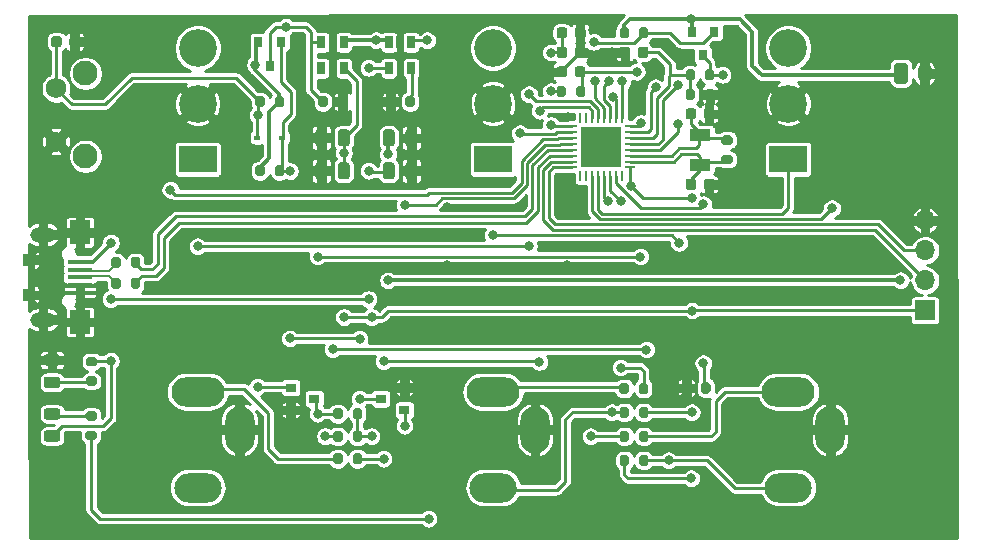
<source format=gtl>
G04 #@! TF.GenerationSoftware,KiCad,Pcbnew,(5.1.9-0-10_14)*
G04 #@! TF.CreationDate,2021-04-21T20:11:12+02:00*
G04 #@! TF.ProjectId,ledTruck,6c656454-7275-4636-9b2e-6b696361645f,1.1*
G04 #@! TF.SameCoordinates,Original*
G04 #@! TF.FileFunction,Copper,L1,Top*
G04 #@! TF.FilePolarity,Positive*
%FSLAX46Y46*%
G04 Gerber Fmt 4.6, Leading zero omitted, Abs format (unit mm)*
G04 Created by KiCad (PCBNEW (5.1.9-0-10_14)) date 2021-04-21 20:11:12*
%MOMM*%
%LPD*%
G01*
G04 APERTURE LIST*
G04 #@! TA.AperFunction,ComponentPad*
%ADD10O,1.700000X1.700000*%
G04 #@! TD*
G04 #@! TA.AperFunction,ComponentPad*
%ADD11R,1.700000X1.700000*%
G04 #@! TD*
G04 #@! TA.AperFunction,ComponentPad*
%ADD12O,4.500000X2.500000*%
G04 #@! TD*
G04 #@! TA.AperFunction,ComponentPad*
%ADD13O,2.500000X4.000000*%
G04 #@! TD*
G04 #@! TA.AperFunction,ComponentPad*
%ADD14O,4.000000X2.500000*%
G04 #@! TD*
G04 #@! TA.AperFunction,ComponentPad*
%ADD15C,2.100000*%
G04 #@! TD*
G04 #@! TA.AperFunction,ComponentPad*
%ADD16C,1.750000*%
G04 #@! TD*
G04 #@! TA.AperFunction,SMDPad,CuDef*
%ADD17R,0.800000X0.900000*%
G04 #@! TD*
G04 #@! TA.AperFunction,SMDPad,CuDef*
%ADD18R,0.900000X0.800000*%
G04 #@! TD*
G04 #@! TA.AperFunction,SMDPad,CuDef*
%ADD19R,0.600000X0.450000*%
G04 #@! TD*
G04 #@! TA.AperFunction,SMDPad,CuDef*
%ADD20R,0.650000X1.060000*%
G04 #@! TD*
G04 #@! TA.AperFunction,ComponentPad*
%ADD21O,1.200000X1.750000*%
G04 #@! TD*
G04 #@! TA.AperFunction,SMDPad,CuDef*
%ADD22R,0.280000X0.850000*%
G04 #@! TD*
G04 #@! TA.AperFunction,SMDPad,CuDef*
%ADD23R,0.850000X0.280000*%
G04 #@! TD*
G04 #@! TA.AperFunction,ComponentPad*
%ADD24C,0.200000*%
G04 #@! TD*
G04 #@! TA.AperFunction,SMDPad,CuDef*
%ADD25R,3.450000X3.450000*%
G04 #@! TD*
G04 #@! TA.AperFunction,SMDPad,CuDef*
%ADD26R,1.000000X1.000000*%
G04 #@! TD*
G04 #@! TA.AperFunction,SMDPad,CuDef*
%ADD27R,2.150000X0.400000*%
G04 #@! TD*
G04 #@! TA.AperFunction,ComponentPad*
%ADD28R,1.800000X2.000000*%
G04 #@! TD*
G04 #@! TA.AperFunction,ComponentPad*
%ADD29O,2.150000X1.300000*%
G04 #@! TD*
G04 #@! TA.AperFunction,SMDPad,CuDef*
%ADD30R,1.800000X1.000000*%
G04 #@! TD*
G04 #@! TA.AperFunction,ComponentPad*
%ADD31R,3.200000X2.300000*%
G04 #@! TD*
G04 #@! TA.AperFunction,ComponentPad*
%ADD32C,3.200000*%
G04 #@! TD*
G04 #@! TA.AperFunction,ViaPad*
%ADD33C,0.812800*%
G04 #@! TD*
G04 #@! TA.AperFunction,Conductor*
%ADD34C,0.254000*%
G04 #@! TD*
G04 #@! TA.AperFunction,Conductor*
%ADD35C,0.304800*%
G04 #@! TD*
G04 #@! TA.AperFunction,Conductor*
%ADD36C,0.203200*%
G04 #@! TD*
G04 #@! TA.AperFunction,Conductor*
%ADD37C,0.100000*%
G04 #@! TD*
G04 APERTURE END LIST*
D10*
X76586160Y-18671460D03*
X76586160Y-21211460D03*
X76586160Y-23751460D03*
D11*
X76586160Y-26291460D03*
D12*
X65000000Y-33200000D03*
D13*
X68550000Y-36400000D03*
D14*
X65000000Y-41300000D03*
D12*
X40000000Y-33200000D03*
D13*
X43550000Y-36400000D03*
D14*
X40000000Y-41300000D03*
D12*
X15000000Y-33200000D03*
D13*
X18550000Y-36400000D03*
D14*
X15000000Y-41300000D03*
G04 #@! TA.AperFunction,SMDPad,CuDef*
G36*
G01*
X8465000Y-21950000D02*
X8465000Y-22500000D01*
G75*
G02*
X8265000Y-22700000I-200000J0D01*
G01*
X7865000Y-22700000D01*
G75*
G02*
X7665000Y-22500000I0J200000D01*
G01*
X7665000Y-21950000D01*
G75*
G02*
X7865000Y-21750000I200000J0D01*
G01*
X8265000Y-21750000D01*
G75*
G02*
X8465000Y-21950000I0J-200000D01*
G01*
G37*
G04 #@! TD.AperFunction*
G04 #@! TA.AperFunction,SMDPad,CuDef*
G36*
G01*
X10115000Y-21950000D02*
X10115000Y-22500000D01*
G75*
G02*
X9915000Y-22700000I-200000J0D01*
G01*
X9515000Y-22700000D01*
G75*
G02*
X9315000Y-22500000I0J200000D01*
G01*
X9315000Y-21950000D01*
G75*
G02*
X9515000Y-21750000I200000J0D01*
G01*
X9915000Y-21750000D01*
G75*
G02*
X10115000Y-21950000I0J-200000D01*
G01*
G37*
G04 #@! TD.AperFunction*
G04 #@! TA.AperFunction,SMDPad,CuDef*
G36*
G01*
X9315000Y-24278000D02*
X9315000Y-23728000D01*
G75*
G02*
X9515000Y-23528000I200000J0D01*
G01*
X9915000Y-23528000D01*
G75*
G02*
X10115000Y-23728000I0J-200000D01*
G01*
X10115000Y-24278000D01*
G75*
G02*
X9915000Y-24478000I-200000J0D01*
G01*
X9515000Y-24478000D01*
G75*
G02*
X9315000Y-24278000I0J200000D01*
G01*
G37*
G04 #@! TD.AperFunction*
G04 #@! TA.AperFunction,SMDPad,CuDef*
G36*
G01*
X7665000Y-24278000D02*
X7665000Y-23728000D01*
G75*
G02*
X7865000Y-23528000I200000J0D01*
G01*
X8265000Y-23528000D01*
G75*
G02*
X8465000Y-23728000I0J-200000D01*
G01*
X8465000Y-24278000D01*
G75*
G02*
X8265000Y-24478000I-200000J0D01*
G01*
X7865000Y-24478000D01*
G75*
G02*
X7665000Y-24278000I0J200000D01*
G01*
G37*
G04 #@! TD.AperFunction*
D15*
X5490000Y-13250000D03*
D16*
X3000000Y-12000000D03*
X3000000Y-7500000D03*
D15*
X5490000Y-6240000D03*
G04 #@! TA.AperFunction,SMDPad,CuDef*
G36*
G01*
X25991000Y-8361000D02*
X25991000Y-8911000D01*
G75*
G02*
X25791000Y-9111000I-200000J0D01*
G01*
X25391000Y-9111000D01*
G75*
G02*
X25191000Y-8911000I0J200000D01*
G01*
X25191000Y-8361000D01*
G75*
G02*
X25391000Y-8161000I200000J0D01*
G01*
X25791000Y-8161000D01*
G75*
G02*
X25991000Y-8361000I0J-200000D01*
G01*
G37*
G04 #@! TD.AperFunction*
G04 #@! TA.AperFunction,SMDPad,CuDef*
G36*
G01*
X27641000Y-8361000D02*
X27641000Y-8911000D01*
G75*
G02*
X27441000Y-9111000I-200000J0D01*
G01*
X27041000Y-9111000D01*
G75*
G02*
X26841000Y-8911000I0J200000D01*
G01*
X26841000Y-8361000D01*
G75*
G02*
X27041000Y-8161000I200000J0D01*
G01*
X27441000Y-8161000D01*
G75*
G02*
X27641000Y-8361000I0J-200000D01*
G01*
G37*
G04 #@! TD.AperFunction*
G04 #@! TA.AperFunction,SMDPad,CuDef*
G36*
G01*
X21507000Y-14753000D02*
X21507000Y-14203000D01*
G75*
G02*
X21707000Y-14003000I200000J0D01*
G01*
X22107000Y-14003000D01*
G75*
G02*
X22307000Y-14203000I0J-200000D01*
G01*
X22307000Y-14753000D01*
G75*
G02*
X22107000Y-14953000I-200000J0D01*
G01*
X21707000Y-14953000D01*
G75*
G02*
X21507000Y-14753000I0J200000D01*
G01*
G37*
G04 #@! TD.AperFunction*
G04 #@! TA.AperFunction,SMDPad,CuDef*
G36*
G01*
X19857000Y-14753000D02*
X19857000Y-14203000D01*
G75*
G02*
X20057000Y-14003000I200000J0D01*
G01*
X20457000Y-14003000D01*
G75*
G02*
X20657000Y-14203000I0J-200000D01*
G01*
X20657000Y-14753000D01*
G75*
G02*
X20457000Y-14953000I-200000J0D01*
G01*
X20057000Y-14953000D01*
G75*
G02*
X19857000Y-14753000I0J200000D01*
G01*
G37*
G04 #@! TD.AperFunction*
G04 #@! TA.AperFunction,SMDPad,CuDef*
G36*
G01*
X20657000Y-8361000D02*
X20657000Y-8911000D01*
G75*
G02*
X20457000Y-9111000I-200000J0D01*
G01*
X20057000Y-9111000D01*
G75*
G02*
X19857000Y-8911000I0J200000D01*
G01*
X19857000Y-8361000D01*
G75*
G02*
X20057000Y-8161000I200000J0D01*
G01*
X20457000Y-8161000D01*
G75*
G02*
X20657000Y-8361000I0J-200000D01*
G01*
G37*
G04 #@! TD.AperFunction*
G04 #@! TA.AperFunction,SMDPad,CuDef*
G36*
G01*
X22307000Y-8361000D02*
X22307000Y-8911000D01*
G75*
G02*
X22107000Y-9111000I-200000J0D01*
G01*
X21707000Y-9111000D01*
G75*
G02*
X21507000Y-8911000I0J200000D01*
G01*
X21507000Y-8361000D01*
G75*
G02*
X21707000Y-8161000I200000J0D01*
G01*
X22107000Y-8161000D01*
G75*
G02*
X22307000Y-8361000I0J-200000D01*
G01*
G37*
G04 #@! TD.AperFunction*
G04 #@! TA.AperFunction,SMDPad,CuDef*
G36*
G01*
X27261000Y-34777000D02*
X27261000Y-35327000D01*
G75*
G02*
X27061000Y-35527000I-200000J0D01*
G01*
X26661000Y-35527000D01*
G75*
G02*
X26461000Y-35327000I0J200000D01*
G01*
X26461000Y-34777000D01*
G75*
G02*
X26661000Y-34577000I200000J0D01*
G01*
X27061000Y-34577000D01*
G75*
G02*
X27261000Y-34777000I0J-200000D01*
G01*
G37*
G04 #@! TD.AperFunction*
G04 #@! TA.AperFunction,SMDPad,CuDef*
G36*
G01*
X28911000Y-34777000D02*
X28911000Y-35327000D01*
G75*
G02*
X28711000Y-35527000I-200000J0D01*
G01*
X28311000Y-35527000D01*
G75*
G02*
X28111000Y-35327000I0J200000D01*
G01*
X28111000Y-34777000D01*
G75*
G02*
X28311000Y-34577000I200000J0D01*
G01*
X28711000Y-34577000D01*
G75*
G02*
X28911000Y-34777000I0J-200000D01*
G01*
G37*
G04 #@! TD.AperFunction*
D17*
X21082000Y-5572000D03*
X20132000Y-3572000D03*
X22032000Y-3572000D03*
D18*
X30496000Y-33782000D03*
X32496000Y-32832000D03*
X32496000Y-34732000D03*
X24876000Y-33782000D03*
X22876000Y-34732000D03*
X22876000Y-32832000D03*
D19*
X22132000Y-11684000D03*
X20032000Y-11684000D03*
G04 #@! TA.AperFunction,SMDPad,CuDef*
G36*
G01*
X4135000Y-3806000D02*
X4135000Y-3306000D01*
G75*
G02*
X4360000Y-3081000I225000J0D01*
G01*
X4810000Y-3081000D01*
G75*
G02*
X5035000Y-3306000I0J-225000D01*
G01*
X5035000Y-3806000D01*
G75*
G02*
X4810000Y-4031000I-225000J0D01*
G01*
X4360000Y-4031000D01*
G75*
G02*
X4135000Y-3806000I0J225000D01*
G01*
G37*
G04 #@! TD.AperFunction*
G04 #@! TA.AperFunction,SMDPad,CuDef*
G36*
G01*
X2585000Y-3806000D02*
X2585000Y-3306000D01*
G75*
G02*
X2810000Y-3081000I225000J0D01*
G01*
X3260000Y-3081000D01*
G75*
G02*
X3485000Y-3306000I0J-225000D01*
G01*
X3485000Y-3806000D01*
G75*
G02*
X3260000Y-4031000I-225000J0D01*
G01*
X2810000Y-4031000D01*
G75*
G02*
X2585000Y-3806000I0J225000D01*
G01*
G37*
G04 #@! TD.AperFunction*
G04 #@! TA.AperFunction,SMDPad,CuDef*
G36*
G01*
X52363000Y-3074000D02*
X52363000Y-2524000D01*
G75*
G02*
X52563000Y-2324000I200000J0D01*
G01*
X52963000Y-2324000D01*
G75*
G02*
X53163000Y-2524000I0J-200000D01*
G01*
X53163000Y-3074000D01*
G75*
G02*
X52963000Y-3274000I-200000J0D01*
G01*
X52563000Y-3274000D01*
G75*
G02*
X52363000Y-3074000I0J200000D01*
G01*
G37*
G04 #@! TD.AperFunction*
G04 #@! TA.AperFunction,SMDPad,CuDef*
G36*
G01*
X50713000Y-3074000D02*
X50713000Y-2524000D01*
G75*
G02*
X50913000Y-2324000I200000J0D01*
G01*
X51313000Y-2324000D01*
G75*
G02*
X51513000Y-2524000I0J-200000D01*
G01*
X51513000Y-3074000D01*
G75*
G02*
X51313000Y-3274000I-200000J0D01*
G01*
X50913000Y-3274000D01*
G75*
G02*
X50713000Y-3074000I0J200000D01*
G01*
G37*
G04 #@! TD.AperFunction*
D17*
X57780000Y-4688000D03*
X56830000Y-2688000D03*
X58730000Y-2688000D03*
G04 #@! TA.AperFunction,SMDPad,CuDef*
G36*
G01*
X51613000Y-4200000D02*
X51613000Y-4700000D01*
G75*
G02*
X51388000Y-4925000I-225000J0D01*
G01*
X50938000Y-4925000D01*
G75*
G02*
X50713000Y-4700000I0J225000D01*
G01*
X50713000Y-4200000D01*
G75*
G02*
X50938000Y-3975000I225000J0D01*
G01*
X51388000Y-3975000D01*
G75*
G02*
X51613000Y-4200000I0J-225000D01*
G01*
G37*
G04 #@! TD.AperFunction*
G04 #@! TA.AperFunction,SMDPad,CuDef*
G36*
G01*
X53163000Y-4200000D02*
X53163000Y-4700000D01*
G75*
G02*
X52938000Y-4925000I-225000J0D01*
G01*
X52488000Y-4925000D01*
G75*
G02*
X52263000Y-4700000I0J225000D01*
G01*
X52263000Y-4200000D01*
G75*
G02*
X52488000Y-3975000I225000J0D01*
G01*
X52938000Y-3975000D01*
G75*
G02*
X53163000Y-4200000I0J-225000D01*
G01*
G37*
G04 #@! TD.AperFunction*
D20*
X33076000Y-5804000D03*
X31176000Y-5804000D03*
X31176000Y-3604000D03*
X32126000Y-3604000D03*
X33076000Y-3604000D03*
X27366000Y-5799000D03*
X25466000Y-5799000D03*
X25466000Y-3599000D03*
X26416000Y-3599000D03*
X27366000Y-3599000D03*
D21*
X76544000Y-6228000D03*
G04 #@! TA.AperFunction,ComponentPad*
G36*
G01*
X73944000Y-6853001D02*
X73944000Y-5602999D01*
G75*
G02*
X74193999Y-5353000I249999J0D01*
G01*
X74894001Y-5353000D01*
G75*
G02*
X75144000Y-5602999I0J-249999D01*
G01*
X75144000Y-6853001D01*
G75*
G02*
X74894001Y-7103000I-249999J0D01*
G01*
X74193999Y-7103000D01*
G75*
G02*
X73944000Y-6853001I0J249999D01*
G01*
G37*
G04 #@! TD.AperFunction*
G04 #@! TA.AperFunction,SMDPad,CuDef*
G36*
G01*
X56770800Y-32592600D02*
X56770800Y-33142600D01*
G75*
G02*
X56570800Y-33342600I-200000J0D01*
G01*
X56170800Y-33342600D01*
G75*
G02*
X55970800Y-33142600I0J200000D01*
G01*
X55970800Y-32592600D01*
G75*
G02*
X56170800Y-32392600I200000J0D01*
G01*
X56570800Y-32392600D01*
G75*
G02*
X56770800Y-32592600I0J-200000D01*
G01*
G37*
G04 #@! TD.AperFunction*
G04 #@! TA.AperFunction,SMDPad,CuDef*
G36*
G01*
X58420800Y-32592600D02*
X58420800Y-33142600D01*
G75*
G02*
X58220800Y-33342600I-200000J0D01*
G01*
X57820800Y-33342600D01*
G75*
G02*
X57620800Y-33142600I0J200000D01*
G01*
X57620800Y-32592600D01*
G75*
G02*
X57820800Y-32392600I200000J0D01*
G01*
X58220800Y-32392600D01*
G75*
G02*
X58420800Y-32592600I0J-200000D01*
G01*
G37*
G04 #@! TD.AperFunction*
G04 #@! TA.AperFunction,SMDPad,CuDef*
G36*
G01*
X57951000Y-8281000D02*
X57951000Y-7731000D01*
G75*
G02*
X58151000Y-7531000I200000J0D01*
G01*
X58551000Y-7531000D01*
G75*
G02*
X58751000Y-7731000I0J-200000D01*
G01*
X58751000Y-8281000D01*
G75*
G02*
X58551000Y-8481000I-200000J0D01*
G01*
X58151000Y-8481000D01*
G75*
G02*
X57951000Y-8281000I0J200000D01*
G01*
G37*
G04 #@! TD.AperFunction*
G04 #@! TA.AperFunction,SMDPad,CuDef*
G36*
G01*
X56301000Y-8281000D02*
X56301000Y-7731000D01*
G75*
G02*
X56501000Y-7531000I200000J0D01*
G01*
X56901000Y-7531000D01*
G75*
G02*
X57101000Y-7731000I0J-200000D01*
G01*
X57101000Y-8281000D01*
G75*
G02*
X56901000Y-8481000I-200000J0D01*
G01*
X56501000Y-8481000D01*
G75*
G02*
X56301000Y-8281000I0J200000D01*
G01*
G37*
G04 #@! TD.AperFunction*
G04 #@! TA.AperFunction,SMDPad,CuDef*
G36*
G01*
X57101000Y-6080000D02*
X57101000Y-6630000D01*
G75*
G02*
X56901000Y-6830000I-200000J0D01*
G01*
X56501000Y-6830000D01*
G75*
G02*
X56301000Y-6630000I0J200000D01*
G01*
X56301000Y-6080000D01*
G75*
G02*
X56501000Y-5880000I200000J0D01*
G01*
X56901000Y-5880000D01*
G75*
G02*
X57101000Y-6080000I0J-200000D01*
G01*
G37*
G04 #@! TD.AperFunction*
G04 #@! TA.AperFunction,SMDPad,CuDef*
G36*
G01*
X58751000Y-6080000D02*
X58751000Y-6630000D01*
G75*
G02*
X58551000Y-6830000I-200000J0D01*
G01*
X58151000Y-6830000D01*
G75*
G02*
X57951000Y-6630000I0J200000D01*
G01*
X57951000Y-6080000D01*
G75*
G02*
X58151000Y-5880000I200000J0D01*
G01*
X58551000Y-5880000D01*
G75*
G02*
X58751000Y-6080000I0J-200000D01*
G01*
G37*
G04 #@! TD.AperFunction*
G04 #@! TA.AperFunction,SMDPad,CuDef*
G36*
G01*
X5694000Y-36493000D02*
X6244000Y-36493000D01*
G75*
G02*
X6444000Y-36693000I0J-200000D01*
G01*
X6444000Y-37093000D01*
G75*
G02*
X6244000Y-37293000I-200000J0D01*
G01*
X5694000Y-37293000D01*
G75*
G02*
X5494000Y-37093000I0J200000D01*
G01*
X5494000Y-36693000D01*
G75*
G02*
X5694000Y-36493000I200000J0D01*
G01*
G37*
G04 #@! TD.AperFunction*
G04 #@! TA.AperFunction,SMDPad,CuDef*
G36*
G01*
X5694000Y-34843000D02*
X6244000Y-34843000D01*
G75*
G02*
X6444000Y-35043000I0J-200000D01*
G01*
X6444000Y-35443000D01*
G75*
G02*
X6244000Y-35643000I-200000J0D01*
G01*
X5694000Y-35643000D01*
G75*
G02*
X5494000Y-35443000I0J200000D01*
G01*
X5494000Y-35043000D01*
G75*
G02*
X5694000Y-34843000I200000J0D01*
G01*
G37*
G04 #@! TD.AperFunction*
G04 #@! TA.AperFunction,SMDPad,CuDef*
G36*
G01*
X6269400Y-31045600D02*
X5719400Y-31045600D01*
G75*
G02*
X5519400Y-30845600I0J200000D01*
G01*
X5519400Y-30445600D01*
G75*
G02*
X5719400Y-30245600I200000J0D01*
G01*
X6269400Y-30245600D01*
G75*
G02*
X6469400Y-30445600I0J-200000D01*
G01*
X6469400Y-30845600D01*
G75*
G02*
X6269400Y-31045600I-200000J0D01*
G01*
G37*
G04 #@! TD.AperFunction*
G04 #@! TA.AperFunction,SMDPad,CuDef*
G36*
G01*
X6269400Y-32695600D02*
X5719400Y-32695600D01*
G75*
G02*
X5519400Y-32495600I0J200000D01*
G01*
X5519400Y-32095600D01*
G75*
G02*
X5719400Y-31895600I200000J0D01*
G01*
X6269400Y-31895600D01*
G75*
G02*
X6469400Y-32095600I0J-200000D01*
G01*
X6469400Y-32495600D01*
G75*
G02*
X6269400Y-32695600I-200000J0D01*
G01*
G37*
G04 #@! TD.AperFunction*
G04 #@! TA.AperFunction,SMDPad,CuDef*
G36*
G01*
X47029000Y-8027000D02*
X47029000Y-7477000D01*
G75*
G02*
X47229000Y-7277000I200000J0D01*
G01*
X47629000Y-7277000D01*
G75*
G02*
X47829000Y-7477000I0J-200000D01*
G01*
X47829000Y-8027000D01*
G75*
G02*
X47629000Y-8227000I-200000J0D01*
G01*
X47229000Y-8227000D01*
G75*
G02*
X47029000Y-8027000I0J200000D01*
G01*
G37*
G04 #@! TD.AperFunction*
G04 #@! TA.AperFunction,SMDPad,CuDef*
G36*
G01*
X45379000Y-8027000D02*
X45379000Y-7477000D01*
G75*
G02*
X45579000Y-7277000I200000J0D01*
G01*
X45979000Y-7277000D01*
G75*
G02*
X46179000Y-7477000I0J-200000D01*
G01*
X46179000Y-8027000D01*
G75*
G02*
X45979000Y-8227000I-200000J0D01*
G01*
X45579000Y-8227000D01*
G75*
G02*
X45379000Y-8027000I0J200000D01*
G01*
G37*
G04 #@! TD.AperFunction*
G04 #@! TA.AperFunction,SMDPad,CuDef*
G36*
G01*
X60087000Y-12280000D02*
X59537000Y-12280000D01*
G75*
G02*
X59337000Y-12080000I0J200000D01*
G01*
X59337000Y-11680000D01*
G75*
G02*
X59537000Y-11480000I200000J0D01*
G01*
X60087000Y-11480000D01*
G75*
G02*
X60287000Y-11680000I0J-200000D01*
G01*
X60287000Y-12080000D01*
G75*
G02*
X60087000Y-12280000I-200000J0D01*
G01*
G37*
G04 #@! TD.AperFunction*
G04 #@! TA.AperFunction,SMDPad,CuDef*
G36*
G01*
X60087000Y-13930000D02*
X59537000Y-13930000D01*
G75*
G02*
X59337000Y-13730000I0J200000D01*
G01*
X59337000Y-13330000D01*
G75*
G02*
X59537000Y-13130000I200000J0D01*
G01*
X60087000Y-13130000D01*
G75*
G02*
X60287000Y-13330000I0J-200000D01*
G01*
X60287000Y-13730000D01*
G75*
G02*
X60087000Y-13930000I-200000J0D01*
G01*
G37*
G04 #@! TD.AperFunction*
G04 #@! TA.AperFunction,SMDPad,CuDef*
G36*
G01*
X31726400Y-8361000D02*
X31726400Y-8911000D01*
G75*
G02*
X31526400Y-9111000I-200000J0D01*
G01*
X31126400Y-9111000D01*
G75*
G02*
X30926400Y-8911000I0J200000D01*
G01*
X30926400Y-8361000D01*
G75*
G02*
X31126400Y-8161000I200000J0D01*
G01*
X31526400Y-8161000D01*
G75*
G02*
X31726400Y-8361000I0J-200000D01*
G01*
G37*
G04 #@! TD.AperFunction*
G04 #@! TA.AperFunction,SMDPad,CuDef*
G36*
G01*
X33376400Y-8361000D02*
X33376400Y-8911000D01*
G75*
G02*
X33176400Y-9111000I-200000J0D01*
G01*
X32776400Y-9111000D01*
G75*
G02*
X32576400Y-8911000I0J200000D01*
G01*
X32576400Y-8361000D01*
G75*
G02*
X32776400Y-8161000I200000J0D01*
G01*
X33176400Y-8161000D01*
G75*
G02*
X33376400Y-8361000I0J-200000D01*
G01*
G37*
G04 #@! TD.AperFunction*
G04 #@! TA.AperFunction,SMDPad,CuDef*
G36*
G01*
X51513000Y-38719000D02*
X51513000Y-39269000D01*
G75*
G02*
X51313000Y-39469000I-200000J0D01*
G01*
X50913000Y-39469000D01*
G75*
G02*
X50713000Y-39269000I0J200000D01*
G01*
X50713000Y-38719000D01*
G75*
G02*
X50913000Y-38519000I200000J0D01*
G01*
X51313000Y-38519000D01*
G75*
G02*
X51513000Y-38719000I0J-200000D01*
G01*
G37*
G04 #@! TD.AperFunction*
G04 #@! TA.AperFunction,SMDPad,CuDef*
G36*
G01*
X53163000Y-38719000D02*
X53163000Y-39269000D01*
G75*
G02*
X52963000Y-39469000I-200000J0D01*
G01*
X52563000Y-39469000D01*
G75*
G02*
X52363000Y-39269000I0J200000D01*
G01*
X52363000Y-38719000D01*
G75*
G02*
X52563000Y-38519000I200000J0D01*
G01*
X52963000Y-38519000D01*
G75*
G02*
X53163000Y-38719000I0J-200000D01*
G01*
G37*
G04 #@! TD.AperFunction*
G04 #@! TA.AperFunction,SMDPad,CuDef*
G36*
G01*
X52363000Y-35205000D02*
X52363000Y-34655000D01*
G75*
G02*
X52563000Y-34455000I200000J0D01*
G01*
X52963000Y-34455000D01*
G75*
G02*
X53163000Y-34655000I0J-200000D01*
G01*
X53163000Y-35205000D01*
G75*
G02*
X52963000Y-35405000I-200000J0D01*
G01*
X52563000Y-35405000D01*
G75*
G02*
X52363000Y-35205000I0J200000D01*
G01*
G37*
G04 #@! TD.AperFunction*
G04 #@! TA.AperFunction,SMDPad,CuDef*
G36*
G01*
X50713000Y-35205000D02*
X50713000Y-34655000D01*
G75*
G02*
X50913000Y-34455000I200000J0D01*
G01*
X51313000Y-34455000D01*
G75*
G02*
X51513000Y-34655000I0J-200000D01*
G01*
X51513000Y-35205000D01*
G75*
G02*
X51313000Y-35405000I-200000J0D01*
G01*
X50913000Y-35405000D01*
G75*
G02*
X50713000Y-35205000I0J200000D01*
G01*
G37*
G04 #@! TD.AperFunction*
G04 #@! TA.AperFunction,SMDPad,CuDef*
G36*
G01*
X28111000Y-37232000D02*
X28111000Y-36682000D01*
G75*
G02*
X28311000Y-36482000I200000J0D01*
G01*
X28711000Y-36482000D01*
G75*
G02*
X28911000Y-36682000I0J-200000D01*
G01*
X28911000Y-37232000D01*
G75*
G02*
X28711000Y-37432000I-200000J0D01*
G01*
X28311000Y-37432000D01*
G75*
G02*
X28111000Y-37232000I0J200000D01*
G01*
G37*
G04 #@! TD.AperFunction*
G04 #@! TA.AperFunction,SMDPad,CuDef*
G36*
G01*
X26461000Y-37232000D02*
X26461000Y-36682000D01*
G75*
G02*
X26661000Y-36482000I200000J0D01*
G01*
X27061000Y-36482000D01*
G75*
G02*
X27261000Y-36682000I0J-200000D01*
G01*
X27261000Y-37232000D01*
G75*
G02*
X27061000Y-37432000I-200000J0D01*
G01*
X26661000Y-37432000D01*
G75*
G02*
X26461000Y-37232000I0J200000D01*
G01*
G37*
G04 #@! TD.AperFunction*
G04 #@! TA.AperFunction,SMDPad,CuDef*
G36*
G01*
X51513000Y-36687000D02*
X51513000Y-37237000D01*
G75*
G02*
X51313000Y-37437000I-200000J0D01*
G01*
X50913000Y-37437000D01*
G75*
G02*
X50713000Y-37237000I0J200000D01*
G01*
X50713000Y-36687000D01*
G75*
G02*
X50913000Y-36487000I200000J0D01*
G01*
X51313000Y-36487000D01*
G75*
G02*
X51513000Y-36687000I0J-200000D01*
G01*
G37*
G04 #@! TD.AperFunction*
G04 #@! TA.AperFunction,SMDPad,CuDef*
G36*
G01*
X53163000Y-36687000D02*
X53163000Y-37237000D01*
G75*
G02*
X52963000Y-37437000I-200000J0D01*
G01*
X52563000Y-37437000D01*
G75*
G02*
X52363000Y-37237000I0J200000D01*
G01*
X52363000Y-36687000D01*
G75*
G02*
X52563000Y-36487000I200000J0D01*
G01*
X52963000Y-36487000D01*
G75*
G02*
X53163000Y-36687000I0J-200000D01*
G01*
G37*
G04 #@! TD.AperFunction*
G04 #@! TA.AperFunction,SMDPad,CuDef*
G36*
G01*
X51492600Y-32643400D02*
X51492600Y-33193400D01*
G75*
G02*
X51292600Y-33393400I-200000J0D01*
G01*
X50892600Y-33393400D01*
G75*
G02*
X50692600Y-33193400I0J200000D01*
G01*
X50692600Y-32643400D01*
G75*
G02*
X50892600Y-32443400I200000J0D01*
G01*
X51292600Y-32443400D01*
G75*
G02*
X51492600Y-32643400I0J-200000D01*
G01*
G37*
G04 #@! TD.AperFunction*
G04 #@! TA.AperFunction,SMDPad,CuDef*
G36*
G01*
X53142600Y-32643400D02*
X53142600Y-33193400D01*
G75*
G02*
X52942600Y-33393400I-200000J0D01*
G01*
X52542600Y-33393400D01*
G75*
G02*
X52342600Y-33193400I0J200000D01*
G01*
X52342600Y-32643400D01*
G75*
G02*
X52542600Y-32443400I200000J0D01*
G01*
X52942600Y-32443400D01*
G75*
G02*
X53142600Y-32643400I0J-200000D01*
G01*
G37*
G04 #@! TD.AperFunction*
G04 #@! TA.AperFunction,SMDPad,CuDef*
G36*
G01*
X28111000Y-39137000D02*
X28111000Y-38587000D01*
G75*
G02*
X28311000Y-38387000I200000J0D01*
G01*
X28711000Y-38387000D01*
G75*
G02*
X28911000Y-38587000I0J-200000D01*
G01*
X28911000Y-39137000D01*
G75*
G02*
X28711000Y-39337000I-200000J0D01*
G01*
X28311000Y-39337000D01*
G75*
G02*
X28111000Y-39137000I0J200000D01*
G01*
G37*
G04 #@! TD.AperFunction*
G04 #@! TA.AperFunction,SMDPad,CuDef*
G36*
G01*
X26461000Y-39137000D02*
X26461000Y-38587000D01*
G75*
G02*
X26661000Y-38387000I200000J0D01*
G01*
X27061000Y-38387000D01*
G75*
G02*
X27261000Y-38587000I0J-200000D01*
G01*
X27261000Y-39137000D01*
G75*
G02*
X27061000Y-39337000I-200000J0D01*
G01*
X26661000Y-39337000D01*
G75*
G02*
X26461000Y-39137000I0J200000D01*
G01*
G37*
G04 #@! TD.AperFunction*
G04 #@! TA.AperFunction,SMDPad,CuDef*
G36*
G01*
X25966000Y-14003000D02*
X25966000Y-14953000D01*
G75*
G02*
X25716000Y-15203000I-250000J0D01*
G01*
X25216000Y-15203000D01*
G75*
G02*
X24966000Y-14953000I0J250000D01*
G01*
X24966000Y-14003000D01*
G75*
G02*
X25216000Y-13753000I250000J0D01*
G01*
X25716000Y-13753000D01*
G75*
G02*
X25966000Y-14003000I0J-250000D01*
G01*
G37*
G04 #@! TD.AperFunction*
G04 #@! TA.AperFunction,SMDPad,CuDef*
G36*
G01*
X27866000Y-14003000D02*
X27866000Y-14953000D01*
G75*
G02*
X27616000Y-15203000I-250000J0D01*
G01*
X27116000Y-15203000D01*
G75*
G02*
X26866000Y-14953000I0J250000D01*
G01*
X26866000Y-14003000D01*
G75*
G02*
X27116000Y-13753000I250000J0D01*
G01*
X27616000Y-13753000D01*
G75*
G02*
X27866000Y-14003000I0J-250000D01*
G01*
G37*
G04 #@! TD.AperFunction*
G04 #@! TA.AperFunction,SMDPad,CuDef*
G36*
G01*
X46279000Y-5851000D02*
X46279000Y-6351000D01*
G75*
G02*
X46054000Y-6576000I-225000J0D01*
G01*
X45604000Y-6576000D01*
G75*
G02*
X45379000Y-6351000I0J225000D01*
G01*
X45379000Y-5851000D01*
G75*
G02*
X45604000Y-5626000I225000J0D01*
G01*
X46054000Y-5626000D01*
G75*
G02*
X46279000Y-5851000I0J-225000D01*
G01*
G37*
G04 #@! TD.AperFunction*
G04 #@! TA.AperFunction,SMDPad,CuDef*
G36*
G01*
X47829000Y-5851000D02*
X47829000Y-6351000D01*
G75*
G02*
X47604000Y-6576000I-225000J0D01*
G01*
X47154000Y-6576000D01*
G75*
G02*
X46929000Y-6351000I0J225000D01*
G01*
X46929000Y-5851000D01*
G75*
G02*
X47154000Y-5626000I225000J0D01*
G01*
X47604000Y-5626000D01*
G75*
G02*
X47829000Y-5851000I0J-225000D01*
G01*
G37*
G04 #@! TD.AperFunction*
G04 #@! TA.AperFunction,SMDPad,CuDef*
G36*
G01*
X32576000Y-12164000D02*
X32576000Y-11214000D01*
G75*
G02*
X32826000Y-10964000I250000J0D01*
G01*
X33326000Y-10964000D01*
G75*
G02*
X33576000Y-11214000I0J-250000D01*
G01*
X33576000Y-12164000D01*
G75*
G02*
X33326000Y-12414000I-250000J0D01*
G01*
X32826000Y-12414000D01*
G75*
G02*
X32576000Y-12164000I0J250000D01*
G01*
G37*
G04 #@! TD.AperFunction*
G04 #@! TA.AperFunction,SMDPad,CuDef*
G36*
G01*
X30676000Y-12164000D02*
X30676000Y-11214000D01*
G75*
G02*
X30926000Y-10964000I250000J0D01*
G01*
X31426000Y-10964000D01*
G75*
G02*
X31676000Y-11214000I0J-250000D01*
G01*
X31676000Y-12164000D01*
G75*
G02*
X31426000Y-12414000I-250000J0D01*
G01*
X30926000Y-12414000D01*
G75*
G02*
X30676000Y-12164000I0J250000D01*
G01*
G37*
G04 #@! TD.AperFunction*
G04 #@! TA.AperFunction,SMDPad,CuDef*
G36*
G01*
X46929000Y-4700000D02*
X46929000Y-4200000D01*
G75*
G02*
X47154000Y-3975000I225000J0D01*
G01*
X47604000Y-3975000D01*
G75*
G02*
X47829000Y-4200000I0J-225000D01*
G01*
X47829000Y-4700000D01*
G75*
G02*
X47604000Y-4925000I-225000J0D01*
G01*
X47154000Y-4925000D01*
G75*
G02*
X46929000Y-4700000I0J225000D01*
G01*
G37*
G04 #@! TD.AperFunction*
G04 #@! TA.AperFunction,SMDPad,CuDef*
G36*
G01*
X45379000Y-4700000D02*
X45379000Y-4200000D01*
G75*
G02*
X45604000Y-3975000I225000J0D01*
G01*
X46054000Y-3975000D01*
G75*
G02*
X46279000Y-4200000I0J-225000D01*
G01*
X46279000Y-4700000D01*
G75*
G02*
X46054000Y-4925000I-225000J0D01*
G01*
X45604000Y-4925000D01*
G75*
G02*
X45379000Y-4700000I0J225000D01*
G01*
G37*
G04 #@! TD.AperFunction*
G04 #@! TA.AperFunction,SMDPad,CuDef*
G36*
G01*
X46929000Y-3049000D02*
X46929000Y-2549000D01*
G75*
G02*
X47154000Y-2324000I225000J0D01*
G01*
X47604000Y-2324000D01*
G75*
G02*
X47829000Y-2549000I0J-225000D01*
G01*
X47829000Y-3049000D01*
G75*
G02*
X47604000Y-3274000I-225000J0D01*
G01*
X47154000Y-3274000D01*
G75*
G02*
X46929000Y-3049000I0J225000D01*
G01*
G37*
G04 #@! TD.AperFunction*
G04 #@! TA.AperFunction,SMDPad,CuDef*
G36*
G01*
X45379000Y-3049000D02*
X45379000Y-2549000D01*
G75*
G02*
X45604000Y-2324000I225000J0D01*
G01*
X46054000Y-2324000D01*
G75*
G02*
X46279000Y-2549000I0J-225000D01*
G01*
X46279000Y-3049000D01*
G75*
G02*
X46054000Y-3274000I-225000J0D01*
G01*
X45604000Y-3274000D01*
G75*
G02*
X45379000Y-3049000I0J225000D01*
G01*
G37*
G04 #@! TD.AperFunction*
G04 #@! TA.AperFunction,SMDPad,CuDef*
G36*
G01*
X25966000Y-11209000D02*
X25966000Y-12159000D01*
G75*
G02*
X25716000Y-12409000I-250000J0D01*
G01*
X25216000Y-12409000D01*
G75*
G02*
X24966000Y-12159000I0J250000D01*
G01*
X24966000Y-11209000D01*
G75*
G02*
X25216000Y-10959000I250000J0D01*
G01*
X25716000Y-10959000D01*
G75*
G02*
X25966000Y-11209000I0J-250000D01*
G01*
G37*
G04 #@! TD.AperFunction*
G04 #@! TA.AperFunction,SMDPad,CuDef*
G36*
G01*
X27866000Y-11209000D02*
X27866000Y-12159000D01*
G75*
G02*
X27616000Y-12409000I-250000J0D01*
G01*
X27116000Y-12409000D01*
G75*
G02*
X26866000Y-12159000I0J250000D01*
G01*
X26866000Y-11209000D01*
G75*
G02*
X27116000Y-10959000I250000J0D01*
G01*
X27616000Y-10959000D01*
G75*
G02*
X27866000Y-11209000I0J-250000D01*
G01*
G37*
G04 #@! TD.AperFunction*
G04 #@! TA.AperFunction,SMDPad,CuDef*
G36*
G01*
X57851000Y-9907000D02*
X57851000Y-9407000D01*
G75*
G02*
X58076000Y-9182000I225000J0D01*
G01*
X58526000Y-9182000D01*
G75*
G02*
X58751000Y-9407000I0J-225000D01*
G01*
X58751000Y-9907000D01*
G75*
G02*
X58526000Y-10132000I-225000J0D01*
G01*
X58076000Y-10132000D01*
G75*
G02*
X57851000Y-9907000I0J225000D01*
G01*
G37*
G04 #@! TD.AperFunction*
G04 #@! TA.AperFunction,SMDPad,CuDef*
G36*
G01*
X56301000Y-9907000D02*
X56301000Y-9407000D01*
G75*
G02*
X56526000Y-9182000I225000J0D01*
G01*
X56976000Y-9182000D01*
G75*
G02*
X57201000Y-9407000I0J-225000D01*
G01*
X57201000Y-9907000D01*
G75*
G02*
X56976000Y-10132000I-225000J0D01*
G01*
X56526000Y-10132000D01*
G75*
G02*
X56301000Y-9907000I0J225000D01*
G01*
G37*
G04 #@! TD.AperFunction*
G04 #@! TA.AperFunction,SMDPad,CuDef*
G36*
G01*
X57851000Y-15876000D02*
X57851000Y-15376000D01*
G75*
G02*
X58076000Y-15151000I225000J0D01*
G01*
X58526000Y-15151000D01*
G75*
G02*
X58751000Y-15376000I0J-225000D01*
G01*
X58751000Y-15876000D01*
G75*
G02*
X58526000Y-16101000I-225000J0D01*
G01*
X58076000Y-16101000D01*
G75*
G02*
X57851000Y-15876000I0J225000D01*
G01*
G37*
G04 #@! TD.AperFunction*
G04 #@! TA.AperFunction,SMDPad,CuDef*
G36*
G01*
X56301000Y-15876000D02*
X56301000Y-15376000D01*
G75*
G02*
X56526000Y-15151000I225000J0D01*
G01*
X56976000Y-15151000D01*
G75*
G02*
X57201000Y-15376000I0J-225000D01*
G01*
X57201000Y-15876000D01*
G75*
G02*
X56976000Y-16101000I-225000J0D01*
G01*
X56526000Y-16101000D01*
G75*
G02*
X56301000Y-15876000I0J225000D01*
G01*
G37*
G04 #@! TD.AperFunction*
G04 #@! TA.AperFunction,SMDPad,CuDef*
G36*
G01*
X32576000Y-14953000D02*
X32576000Y-14003000D01*
G75*
G02*
X32826000Y-13753000I250000J0D01*
G01*
X33326000Y-13753000D01*
G75*
G02*
X33576000Y-14003000I0J-250000D01*
G01*
X33576000Y-14953000D01*
G75*
G02*
X33326000Y-15203000I-250000J0D01*
G01*
X32826000Y-15203000D01*
G75*
G02*
X32576000Y-14953000I0J250000D01*
G01*
G37*
G04 #@! TD.AperFunction*
G04 #@! TA.AperFunction,SMDPad,CuDef*
G36*
G01*
X30676000Y-14953000D02*
X30676000Y-14003000D01*
G75*
G02*
X30926000Y-13753000I250000J0D01*
G01*
X31426000Y-13753000D01*
G75*
G02*
X31676000Y-14003000I0J-250000D01*
G01*
X31676000Y-14953000D01*
G75*
G02*
X31426000Y-15203000I-250000J0D01*
G01*
X30926000Y-15203000D01*
G75*
G02*
X30676000Y-14953000I0J250000D01*
G01*
G37*
G04 #@! TD.AperFunction*
G04 #@! TA.AperFunction,SMDPad,CuDef*
G36*
G01*
X2202630Y-36450000D02*
X3115130Y-36450000D01*
G75*
G02*
X3358880Y-36693750I0J-243750D01*
G01*
X3358880Y-37181250D01*
G75*
G02*
X3115130Y-37425000I-243750J0D01*
G01*
X2202630Y-37425000D01*
G75*
G02*
X1958880Y-37181250I0J243750D01*
G01*
X1958880Y-36693750D01*
G75*
G02*
X2202630Y-36450000I243750J0D01*
G01*
G37*
G04 #@! TD.AperFunction*
G04 #@! TA.AperFunction,SMDPad,CuDef*
G36*
G01*
X2202630Y-34575000D02*
X3115130Y-34575000D01*
G75*
G02*
X3358880Y-34818750I0J-243750D01*
G01*
X3358880Y-35306250D01*
G75*
G02*
X3115130Y-35550000I-243750J0D01*
G01*
X2202630Y-35550000D01*
G75*
G02*
X1958880Y-35306250I0J243750D01*
G01*
X1958880Y-34818750D01*
G75*
G02*
X2202630Y-34575000I243750J0D01*
G01*
G37*
G04 #@! TD.AperFunction*
G04 #@! TA.AperFunction,SMDPad,CuDef*
G36*
G01*
X2202630Y-31900000D02*
X3115130Y-31900000D01*
G75*
G02*
X3358880Y-32143750I0J-243750D01*
G01*
X3358880Y-32631250D01*
G75*
G02*
X3115130Y-32875000I-243750J0D01*
G01*
X2202630Y-32875000D01*
G75*
G02*
X1958880Y-32631250I0J243750D01*
G01*
X1958880Y-32143750D01*
G75*
G02*
X2202630Y-31900000I243750J0D01*
G01*
G37*
G04 #@! TD.AperFunction*
G04 #@! TA.AperFunction,SMDPad,CuDef*
G36*
G01*
X2202630Y-30025000D02*
X3115130Y-30025000D01*
G75*
G02*
X3358880Y-30268750I0J-243750D01*
G01*
X3358880Y-30756250D01*
G75*
G02*
X3115130Y-31000000I-243750J0D01*
G01*
X2202630Y-31000000D01*
G75*
G02*
X1958880Y-30756250I0J243750D01*
G01*
X1958880Y-30268750D01*
G75*
G02*
X2202630Y-30025000I243750J0D01*
G01*
G37*
G04 #@! TD.AperFunction*
D22*
X50906000Y-14925000D03*
X50406000Y-14925000D03*
X49906000Y-14925000D03*
X49406000Y-14925000D03*
X48906000Y-14925000D03*
X48406000Y-14925000D03*
X47906000Y-14925000D03*
D23*
X46681000Y-14200000D03*
X46681000Y-13700000D03*
X46681000Y-13200000D03*
X46681000Y-12700000D03*
X46681000Y-12200000D03*
X46681000Y-11700000D03*
X46681000Y-11200000D03*
D22*
X47406000Y-9975000D03*
X47906000Y-9975000D03*
X48406000Y-9975000D03*
X48906000Y-9975000D03*
X49406000Y-9975000D03*
X49906000Y-9975000D03*
X50406000Y-9975000D03*
D23*
X51631000Y-10700000D03*
X51631000Y-11200000D03*
X51631000Y-11700000D03*
X51631000Y-12200000D03*
X51631000Y-12700000D03*
X51631000Y-13200000D03*
X51631000Y-13700000D03*
X51631000Y-14200000D03*
D24*
X50156000Y-11450000D03*
X50156000Y-12450000D03*
X50156000Y-13450000D03*
X49156000Y-11450000D03*
X49156000Y-12450000D03*
X49156000Y-13450000D03*
X48156000Y-11450000D03*
X48156000Y-12450000D03*
X48156000Y-13450000D03*
D25*
X49156000Y-12450000D03*
D22*
X50906000Y-9975000D03*
D23*
X46681000Y-10700000D03*
D22*
X47406000Y-14925000D03*
D26*
X737300Y-21992380D03*
D27*
X5047300Y-22192380D03*
D28*
X5047300Y-19692380D03*
D29*
X1887300Y-19892380D03*
D28*
X5047300Y-27292380D03*
D29*
X1887300Y-27092380D03*
D26*
X737300Y-24992380D03*
D27*
X5047300Y-22842380D03*
X5047300Y-23492380D03*
X5047300Y-24142380D03*
X5047300Y-24792380D03*
D30*
X57526000Y-11455000D03*
X57526000Y-13955000D03*
D31*
X15000000Y-13500000D03*
D32*
X15000000Y-8800000D03*
X15000000Y-4100000D03*
D31*
X40000000Y-13500000D03*
D32*
X40000000Y-8800000D03*
X40000000Y-4100000D03*
D31*
X65000000Y-13500000D03*
D32*
X65000000Y-8800000D03*
X65000000Y-4100000D03*
D33*
X46096000Y-15118000D03*
X61590000Y-15626000D03*
X23998000Y-35692000D03*
X47366000Y-44836000D03*
X75814000Y-33914000D03*
X75560000Y-11308000D03*
X30475000Y-44836000D03*
X8250000Y-38486000D03*
X12060000Y-27564000D03*
X38857000Y-25024000D03*
X65019000Y-25024000D03*
X65019000Y-21468000D03*
X38984000Y-44836000D03*
X63241000Y-44836000D03*
X75814000Y-38486000D03*
X75814000Y-29850000D03*
X75560000Y-16134000D03*
X7615000Y-10038000D03*
X10028000Y-10038000D03*
X59304000Y-37978000D03*
X46858000Y-17658000D03*
X46223000Y-22484000D03*
X46223000Y-25024000D03*
X47366000Y-31120000D03*
X47366000Y-34168000D03*
X47366000Y-38740000D03*
X52446000Y-25024000D03*
X55748000Y-22484000D03*
X55748000Y-25024000D03*
X55753000Y-33909000D03*
X55880000Y-35966400D03*
X55880000Y-37978000D03*
X9398000Y-17150000D03*
X71115000Y-21468000D03*
X58859500Y-21468000D03*
X58796000Y-25024000D03*
X71115000Y-25024000D03*
X58796000Y-28707000D03*
X65019000Y-28707000D03*
X71115000Y-28707000D03*
X54097000Y-3688000D03*
X46355000Y-9906000D03*
X43429000Y-6101000D03*
X48382000Y-5085000D03*
X53716000Y-5847000D03*
X49779000Y-1783000D03*
X62941200Y-1676400D03*
X76957000Y-1783000D03*
X78608000Y-1783000D03*
X78608000Y-3434000D03*
X71115000Y-1783000D03*
X2281000Y-23373000D03*
X1519000Y-44836000D03*
X1519000Y-43566000D03*
X2916000Y-44836000D03*
X18918000Y-2037000D03*
X25395000Y-2037000D03*
X32126000Y-2037000D03*
X38857000Y-27945000D03*
X71115000Y-11308000D03*
X71115000Y-16134000D03*
X55240000Y-44836000D03*
X20950000Y-44836000D03*
X12060000Y-44836000D03*
X36068000Y-19939000D03*
X36068000Y-22479000D03*
X41275000Y-22606000D03*
X21209000Y-22987000D03*
X23876000Y-22987000D03*
X21209000Y-19812000D03*
X21285200Y-17399000D03*
X23926800Y-17373600D03*
X23876000Y-19812000D03*
X26416000Y-17399000D03*
X26416000Y-19812000D03*
X28448000Y-17399000D03*
X28448000Y-19812000D03*
X36068000Y-17526000D03*
X18846800Y-17399000D03*
X18796000Y-19812000D03*
X12827000Y-23241000D03*
X10541000Y-20447000D03*
X11430000Y-18288000D03*
X16129000Y-17399000D03*
X16129000Y-19812000D03*
X37206000Y-2037000D03*
X23368000Y-4749800D03*
X23368000Y-6350000D03*
X23926800Y-8737600D03*
X23596600Y-11684000D03*
X27279600Y-9956800D03*
X36271200Y-13563600D03*
X36296600Y-8839200D03*
X36347400Y-4165600D03*
X50109200Y-4450000D03*
X56134000Y-4876800D03*
X60375800Y-2870200D03*
X60807600Y-5562600D03*
X59893200Y-7975600D03*
X59918600Y-9677400D03*
X59558000Y-15626000D03*
X67208400Y-15849600D03*
X63957200Y-17018000D03*
X66014600Y-17602200D03*
X70205600Y-18161000D03*
X78587600Y-25019000D03*
X22479000Y-39979600D03*
X22504400Y-42418000D03*
X1270000Y-2032000D03*
X1270000Y-3302000D03*
X2540000Y-2032000D03*
X78486000Y-44958000D03*
X78486000Y-43434000D03*
X76708000Y-44958000D03*
X29464000Y-14478000D03*
X7645000Y-20574000D03*
X7645400Y-30581600D03*
X7619998Y-25349200D03*
X29464002Y-25349195D03*
X29464000Y-5765802D03*
X56827500Y-34930000D03*
X56763996Y-40518000D03*
X29718000Y-36957000D03*
X44908372Y-10609433D03*
X51669717Y-15741883D03*
X27366000Y-12941336D03*
X44907198Y-7751986D03*
X44907200Y-4470400D03*
X56845200Y-26314396D03*
X27381200Y-26873200D03*
X29722748Y-26873200D03*
X56845200Y-16764000D03*
X55676800Y-7188200D03*
X31110000Y-13081000D03*
X30094000Y-3434000D03*
X19862800Y-5486400D03*
X56784993Y-1650993D03*
X74493208Y-23753996D03*
X31115000Y-23761700D03*
X30729000Y-30612000D03*
X30734000Y-38862000D03*
X43942000Y-9398000D03*
X43916598Y-30657800D03*
X50800002Y-17043400D03*
X50812700Y-31140400D03*
X48254990Y-36962000D03*
X49707800Y-17043400D03*
X26416000Y-29591000D03*
X25781002Y-36957000D03*
X48593847Y-6858046D03*
X52984398Y-29616400D03*
X50043000Y-34930000D03*
X49784000Y-6896098D03*
X54859006Y-38994000D03*
X50186077Y-8192365D03*
X34412000Y-3434000D03*
X34544000Y-43942000D03*
X12681001Y-16084601D03*
X43048000Y-8006000D03*
X43027600Y-20878800D03*
X14981000Y-20878800D03*
X50952400Y-6908800D03*
X55748000Y-20579000D03*
X40000000Y-19944002D03*
X53757644Y-7419039D03*
X68702000Y-17657992D03*
X57810400Y-30784800D03*
X57810400Y-17322800D03*
X59431000Y-6355000D03*
X42286000Y-11308000D03*
X48509000Y-3561000D03*
X52527200Y-10439400D03*
X25146000Y-35051994D03*
X25146000Y-21742400D03*
X52476365Y-21742400D03*
X32512000Y-36068000D03*
X32532320Y-17348200D03*
X20066000Y-9779000D03*
X20066000Y-32766000D03*
X28702000Y-33782000D03*
X22809200Y-14503400D03*
X22809200Y-28676600D03*
X28701980Y-28702000D03*
X22479000Y-2286000D03*
X55644232Y-10534262D03*
X52171600Y-6095996D03*
D34*
X49348001Y-12024999D02*
X48089997Y-12024999D01*
X49718999Y-13245999D02*
X49939999Y-13024999D01*
X49715500Y-13657500D02*
X49718999Y-13654001D01*
X49718999Y-13654001D02*
X49718999Y-13245999D01*
X49569001Y-12245999D02*
X49348001Y-12024999D01*
X49939999Y-13024999D02*
X49569001Y-12654001D01*
X49569001Y-12654001D02*
X49569001Y-12245999D01*
X5835002Y-27113002D02*
X5822000Y-27100000D01*
X5031820Y-27890180D02*
X5822000Y-27100000D01*
X5031820Y-29786500D02*
X5031820Y-27890180D01*
X4418320Y-30400000D02*
X5031820Y-29786500D01*
X2658880Y-30400000D02*
X4418320Y-30400000D01*
X31332002Y-8800002D02*
X31332000Y-8800000D01*
X58301000Y-15626000D02*
X59558000Y-15626000D01*
X76609020Y-18648600D02*
X76586160Y-18671460D01*
X737300Y-25131300D02*
X2706000Y-27100000D01*
X737300Y-21868700D02*
X737300Y-25131300D01*
X2706000Y-19900000D02*
X737300Y-21868700D01*
X2706000Y-27100000D02*
X5822000Y-27100000D01*
X46089500Y-5726500D02*
X47366000Y-4450000D01*
X42699000Y-6101000D02*
X43429000Y-6101000D01*
X40000000Y-8800000D02*
X42699000Y-6101000D01*
X47379000Y-4450000D02*
X47379000Y-2799000D01*
X58351000Y-9607000D02*
X58301000Y-9657000D01*
X58351000Y-8006000D02*
X58351000Y-9607000D01*
X51163000Y-4450000D02*
X50109200Y-4450000D01*
X43429000Y-6101000D02*
X45829000Y-6101000D01*
D35*
X76544000Y-8165000D02*
X76544000Y-6228000D01*
X71464000Y-8800000D02*
X75909000Y-8800000D01*
X75909000Y-8800000D02*
X76544000Y-8165000D01*
X70162000Y-7498000D02*
X71464000Y-8800000D01*
X66302000Y-7498000D02*
X70162000Y-7498000D01*
X65000000Y-8800000D02*
X66302000Y-7498000D01*
D34*
X33076000Y-11689000D02*
X33076000Y-14610000D01*
X25466000Y-11684000D02*
X25466000Y-14610000D01*
X27241000Y-7524500D02*
X27241000Y-8636000D01*
X26416000Y-6699500D02*
X27241000Y-7524500D01*
X40000000Y-8800000D02*
X38508000Y-10292000D01*
X33076000Y-10368000D02*
X33152000Y-10292000D01*
X33076000Y-11689000D02*
X33076000Y-10368000D01*
X38508000Y-10292000D02*
X33152000Y-10292000D01*
X26416000Y-3599000D02*
X26416000Y-6699500D01*
X32126000Y-6736000D02*
X31326400Y-7535600D01*
X32126000Y-3604000D02*
X32126000Y-6736000D01*
X31577200Y-10292000D02*
X31326400Y-10041200D01*
X31326400Y-10041200D02*
X31326400Y-8636000D01*
X33152000Y-10292000D02*
X31577200Y-10292000D01*
X31326400Y-7535600D02*
X31326400Y-8636000D01*
X55753000Y-33705800D02*
X55753000Y-33909000D01*
X56370800Y-33088000D02*
X55753000Y-33705800D01*
X56370800Y-32766000D02*
X56370800Y-33088000D01*
X5047300Y-26325300D02*
X5047300Y-24792380D01*
X5822000Y-27100000D02*
X5047300Y-26325300D01*
X6667180Y-24142380D02*
X6705600Y-24180800D01*
X6705600Y-24180800D02*
X6705600Y-24765000D01*
X5047300Y-24142380D02*
X6667180Y-24142380D01*
X6678220Y-24792380D02*
X6705600Y-24765000D01*
X5047300Y-24792380D02*
X6678220Y-24792380D01*
X5024920Y-24770000D02*
X5047300Y-24792380D01*
X3098800Y-24770000D02*
X5024920Y-24770000D01*
X3124200Y-24142380D02*
X3098800Y-24167780D01*
X3098800Y-24167780D02*
X3098800Y-24770000D01*
X5047300Y-24142380D02*
X3124200Y-24142380D01*
X50109200Y-4450000D02*
X47379000Y-4450000D01*
X59558000Y-15626000D02*
X61590000Y-15626000D01*
X2458880Y-37250000D02*
X2658880Y-37050000D01*
X31076000Y-14610000D02*
X29596000Y-14610000D01*
X29596000Y-14610000D02*
X29464000Y-14478000D01*
X6019000Y-22200000D02*
X7645000Y-20574000D01*
X5822000Y-22200000D02*
X6019000Y-22200000D01*
X6058400Y-30581600D02*
X5994400Y-30645600D01*
X7645400Y-30581600D02*
X6058400Y-30581600D01*
X6985000Y-36068000D02*
X7645400Y-35407600D01*
X3528380Y-36068000D02*
X6985000Y-36068000D01*
X7645400Y-35407600D02*
X7645400Y-30581600D01*
X2658880Y-36937500D02*
X3528380Y-36068000D01*
X7619998Y-25349200D02*
X29463997Y-25349200D01*
X29463997Y-25349200D02*
X29464002Y-25349195D01*
X30956198Y-5765802D02*
X29464000Y-5765802D01*
X31176000Y-5546000D02*
X30956198Y-5765802D01*
X56732590Y-15200210D02*
X56732590Y-15626000D01*
X57526000Y-14406800D02*
X56732590Y-15200210D01*
X57526000Y-13340000D02*
X57526000Y-14406800D01*
X57272000Y-13086000D02*
X57526000Y-13340000D01*
X55951200Y-13086000D02*
X57272000Y-13086000D01*
X55337200Y-13700000D02*
X55951200Y-13086000D01*
X51631000Y-13700000D02*
X55337200Y-13700000D01*
X59626000Y-13716000D02*
X59812000Y-13530000D01*
X57765000Y-13716000D02*
X59626000Y-13716000D01*
X57526000Y-13955000D02*
X57765000Y-13716000D01*
X57526000Y-11455000D02*
X57526000Y-11298000D01*
X56751000Y-10523000D02*
X56751000Y-9657000D01*
X57526000Y-11298000D02*
X56751000Y-10523000D01*
X57145000Y-12578000D02*
X57424400Y-12298600D01*
X55773400Y-12578000D02*
X57145000Y-12578000D01*
X57424400Y-12298600D02*
X57424400Y-11094000D01*
X55151400Y-13200000D02*
X55773400Y-12578000D01*
X51631000Y-13200000D02*
X55151400Y-13200000D01*
X59412800Y-11734800D02*
X59812000Y-12134000D01*
X57805800Y-11734800D02*
X59412800Y-11734800D01*
X57526000Y-11455000D02*
X57805800Y-11734800D01*
X45842000Y-2952000D02*
X45842000Y-4450000D01*
X51113000Y-38994000D02*
X51113000Y-40201000D01*
X51113000Y-40201000D02*
X51430000Y-40518000D01*
X51430000Y-40518000D02*
X56763996Y-40518000D01*
X28638000Y-36957000D02*
X29718000Y-36957000D01*
X27366000Y-5799000D02*
X27389000Y-5799000D01*
X27389000Y-5799000D02*
X28448000Y-6858000D01*
X28448000Y-10602000D02*
X27366000Y-11684000D01*
X28448000Y-6858000D02*
X28448000Y-10602000D01*
X28511000Y-36957000D02*
X28511000Y-35052000D01*
X52763000Y-34930000D02*
X56827500Y-34930000D01*
X44998939Y-10700000D02*
X44908372Y-10609433D01*
X46681000Y-10700000D02*
X44998939Y-10700000D01*
X51619000Y-14200000D02*
X51619000Y-15691166D01*
X51619000Y-15691166D02*
X51669717Y-15741883D01*
X27366000Y-11684000D02*
X27366000Y-12941336D01*
X27366000Y-12941336D02*
X27366000Y-14478000D01*
X45779000Y-7752000D02*
X44907212Y-7752000D01*
X44907212Y-7752000D02*
X44907198Y-7751986D01*
X44927600Y-4450000D02*
X44907200Y-4470400D01*
X45829000Y-4450000D02*
X44927600Y-4450000D01*
X56868136Y-26291460D02*
X56845200Y-26314396D01*
X76586160Y-26291460D02*
X56868136Y-26291460D01*
X27381200Y-26873200D02*
X29722748Y-26873200D01*
X30581600Y-26873200D02*
X29722748Y-26873200D01*
X31140404Y-26314396D02*
X30581600Y-26873200D01*
X56845200Y-26314396D02*
X31140404Y-26314396D01*
X51669717Y-15741883D02*
X52691834Y-16764000D01*
X52691834Y-16764000D02*
X56845200Y-16764000D01*
X53992400Y-12200000D02*
X54356000Y-11836400D01*
X51619000Y-12200000D02*
X53992400Y-12200000D01*
X54356000Y-11836400D02*
X54356000Y-8509000D01*
X54356000Y-8509000D02*
X55676800Y-7188200D01*
D35*
X31110000Y-12197000D02*
X31110000Y-12959000D01*
X74544000Y-5500000D02*
X74544000Y-6228000D01*
X31006000Y-3434000D02*
X30094000Y-3434000D01*
X31176000Y-3604000D02*
X31006000Y-3434000D01*
X27531000Y-3434000D02*
X27366000Y-3599000D01*
X30094000Y-3434000D02*
X27531000Y-3434000D01*
X21057178Y-9485822D02*
X21907000Y-8636000D01*
X21057178Y-13423822D02*
X21057178Y-9485822D01*
X20257000Y-14224000D02*
X21057178Y-13423822D01*
X51562000Y-1651000D02*
X56785000Y-1651000D01*
X51113000Y-2100000D02*
X51562000Y-1651000D01*
X51113000Y-2799000D02*
X51113000Y-2100000D01*
X56785000Y-1651000D02*
X58597800Y-1651000D01*
X56830000Y-1696000D02*
X56785000Y-1651000D01*
X56830000Y-2688000D02*
X56830000Y-1696000D01*
X58496207Y-1650993D02*
X56784993Y-1650993D01*
X60883793Y-1650993D02*
X58496207Y-1650993D01*
X61931774Y-2698974D02*
X60883793Y-1650993D01*
X61931774Y-5594574D02*
X61931774Y-2698974D01*
X62738000Y-6400800D02*
X61931774Y-5594574D01*
X74371200Y-6400800D02*
X62738000Y-6400800D01*
X74544000Y-6228000D02*
X74371200Y-6400800D01*
X21907000Y-7962400D02*
X19862800Y-5918200D01*
X19862800Y-5918200D02*
X19862800Y-5486400D01*
X21907000Y-8636000D02*
X21907000Y-7962400D01*
X74493208Y-23753996D02*
X31122704Y-23753996D01*
X31122704Y-23753996D02*
X31115000Y-23761700D01*
X19964400Y-3739600D02*
X20132000Y-3572000D01*
X19964400Y-5384800D02*
X19964400Y-3739600D01*
X19862800Y-5486400D02*
X19964400Y-5384800D01*
D34*
X20980400Y-38049200D02*
X20980400Y-35013900D01*
X21798200Y-38867000D02*
X20980400Y-38049200D01*
X18916500Y-32950000D02*
X15000000Y-32950000D01*
X20980400Y-35013900D02*
X18916500Y-32950000D01*
X26969000Y-38867000D02*
X21798200Y-38867000D01*
X40179000Y-32771000D02*
X40000000Y-32950000D01*
X51113000Y-32771000D02*
X40179000Y-32771000D01*
X64511000Y-32313800D02*
X65000000Y-32802800D01*
X64752200Y-33197800D02*
X65000000Y-32950000D01*
X59639200Y-33197800D02*
X64752200Y-33197800D01*
X58851800Y-36576000D02*
X58851800Y-33985200D01*
X52763000Y-36962000D02*
X58465800Y-36962000D01*
X58465800Y-36962000D02*
X58851800Y-36576000D01*
X58851800Y-33985200D02*
X59639200Y-33197800D01*
X74805460Y-21211460D02*
X76586160Y-21211460D01*
X44704000Y-14577586D02*
X44704000Y-18454208D01*
X45081586Y-14200000D02*
X44704000Y-14577586D01*
X44704000Y-18454208D02*
X45271623Y-19021831D01*
X72615831Y-19021831D02*
X74805460Y-21211460D01*
X46669000Y-14200000D02*
X45081586Y-14200000D01*
X45271623Y-19021831D02*
X72615831Y-19021831D01*
X76358999Y-23524299D02*
X76588700Y-23754000D01*
X72311042Y-19479042D02*
X76583460Y-23751460D01*
X45082242Y-19479042D02*
X72311042Y-19479042D01*
X44246789Y-14388204D02*
X44246789Y-18643589D01*
X76583460Y-23751460D02*
X76586160Y-23751460D01*
X44934993Y-13700000D02*
X44246789Y-14388204D01*
X46669000Y-13700000D02*
X44934993Y-13700000D01*
X44246789Y-18643589D02*
X45082242Y-19479042D01*
X28448000Y-39038000D02*
X28619000Y-38867000D01*
X28624000Y-38862000D02*
X28619000Y-38867000D01*
X30734000Y-38862000D02*
X28624000Y-38862000D01*
X48406000Y-9426107D02*
X48098494Y-9118601D01*
X48098494Y-9118601D02*
X44221399Y-9118601D01*
X48406000Y-9975000D02*
X48406000Y-9426107D01*
X44221399Y-9118601D02*
X43942000Y-9398000D01*
X30729000Y-30612000D02*
X43870798Y-30612000D01*
X43870798Y-30612000D02*
X43916598Y-30657800D01*
X49906000Y-14925000D02*
X49906000Y-16149398D01*
X49906000Y-16149398D02*
X50800002Y-17043400D01*
X52476400Y-31140400D02*
X50812700Y-31140400D01*
X52763000Y-31427000D02*
X52476400Y-31140400D01*
X52763000Y-32771000D02*
X52763000Y-31427000D01*
X51113000Y-36962000D02*
X48254990Y-36962000D01*
X49406000Y-14925000D02*
X49406000Y-16741600D01*
X49406000Y-16741600D02*
X49707800Y-17043400D01*
X26983000Y-36957000D02*
X25781002Y-36957000D01*
X48593847Y-8320768D02*
X48593847Y-6858046D01*
X49406000Y-9132921D02*
X48593847Y-8320768D01*
X49406000Y-9975000D02*
X49406000Y-9132921D01*
X52958998Y-29591000D02*
X52984398Y-29616400D01*
X26416000Y-29591000D02*
X52958998Y-29591000D01*
X51113000Y-34930000D02*
X50043000Y-34930000D01*
X46126400Y-35534600D02*
X46126400Y-40792400D01*
X46126400Y-40792400D02*
X45415200Y-41503600D01*
X40453600Y-41503600D02*
X40000000Y-41050000D01*
X45415200Y-41503600D02*
X40453600Y-41503600D01*
X46731000Y-34930000D02*
X46126400Y-35534600D01*
X51113000Y-34930000D02*
X46731000Y-34930000D01*
X49906000Y-9975000D02*
X49906000Y-8986328D01*
X49906000Y-8986328D02*
X49377601Y-8457929D01*
X49377601Y-7302497D02*
X49784000Y-6896098D01*
X49377601Y-8457929D02*
X49377601Y-7302497D01*
X52763000Y-38994000D02*
X54859006Y-38994000D01*
X50394000Y-9975000D02*
X50394000Y-8400288D01*
X50394000Y-8400288D02*
X50186077Y-8192365D01*
X58094800Y-38994000D02*
X54859006Y-38994000D01*
X60452000Y-41351200D02*
X58094800Y-38994000D01*
X64301200Y-41351200D02*
X60452000Y-41351200D01*
X65000000Y-42050000D02*
X64301200Y-41351200D01*
X33246000Y-3434000D02*
X34412000Y-3434000D01*
X33076000Y-3604000D02*
X33246000Y-3434000D01*
X6731000Y-43942000D02*
X34544000Y-43942000D01*
X5969000Y-43180000D02*
X6731000Y-43942000D01*
X5969000Y-36893000D02*
X5969000Y-43180000D01*
X56504738Y-7809738D02*
X56701000Y-8006000D01*
X56701000Y-8006000D02*
X56701000Y-6355000D01*
X53970000Y-4450000D02*
X54991762Y-5471762D01*
X52713000Y-4450000D02*
X53970000Y-4450000D01*
X54991762Y-5471762D02*
X54991762Y-6336538D01*
X56682538Y-6336538D02*
X56701000Y-6355000D01*
X54991762Y-6336538D02*
X56682538Y-6336538D01*
X53898789Y-8319618D02*
X54902098Y-7316310D01*
X51631000Y-11700000D02*
X53578000Y-11700000D01*
X53578000Y-11700000D02*
X53898789Y-11379211D01*
X54902098Y-7316310D02*
X54902098Y-6426202D01*
X54902098Y-6426202D02*
X54991762Y-6336538D01*
X53898789Y-11379211D02*
X53898789Y-8319618D01*
X13087400Y-16491000D02*
X12681001Y-16084601D01*
X34397900Y-16491000D02*
X13087400Y-16491000D01*
X35525049Y-16332188D02*
X35525037Y-16332200D01*
X36610963Y-16332200D02*
X36610951Y-16332188D01*
X44245376Y-11803245D02*
X42417945Y-13630676D01*
X35525037Y-16332200D02*
X34556700Y-16332200D01*
X42417945Y-15481355D02*
X41567100Y-16332200D01*
X46681000Y-11700000D02*
X45554568Y-11700000D01*
X45451323Y-11803245D02*
X44245376Y-11803245D01*
X41567100Y-16332200D02*
X36610963Y-16332200D01*
X34556700Y-16332200D02*
X34397900Y-16491000D01*
X36610951Y-16332188D02*
X35525049Y-16332188D01*
X45554568Y-11700000D02*
X45451323Y-11803245D01*
X42417945Y-13630676D02*
X42417945Y-15481355D01*
X48906000Y-9279513D02*
X48228275Y-8601788D01*
X48228275Y-8601788D02*
X45320384Y-8601788D01*
X48906000Y-9975000D02*
X48906000Y-9279513D01*
X45320384Y-8601788D02*
X45311570Y-8610602D01*
X43652602Y-8610602D02*
X43048000Y-8006000D01*
X45311570Y-8610602D02*
X43652602Y-8610602D01*
X43027600Y-20878800D02*
X14981000Y-20878800D01*
X50894000Y-9975000D02*
X50952400Y-9916600D01*
X50952400Y-9916600D02*
X50952400Y-6908800D01*
X55748000Y-20579000D02*
X55113002Y-19944002D01*
X55113002Y-19944002D02*
X40000000Y-19944002D01*
X53351245Y-7825438D02*
X53757644Y-7419039D01*
X51619000Y-11200000D02*
X53112800Y-11200000D01*
X53112800Y-11200000D02*
X53351245Y-10961555D01*
X53351245Y-10961555D02*
X53351245Y-7825438D01*
X49044620Y-18564620D02*
X67795372Y-18564620D01*
X67795372Y-18564620D02*
X68702000Y-17657992D01*
X48406000Y-14925000D02*
X48406000Y-17926000D01*
X48406000Y-17926000D02*
X49044620Y-18564620D01*
X65000000Y-17600800D02*
X64493391Y-18107409D01*
X65000000Y-13500000D02*
X65000000Y-17600800D01*
X48906000Y-16505677D02*
X48906000Y-14925000D01*
X48906000Y-17765600D02*
X48906000Y-16505677D01*
X49247809Y-18107409D02*
X48906000Y-17765600D01*
X64493391Y-18107409D02*
X49247809Y-18107409D01*
X57861200Y-30835600D02*
X57810400Y-30784800D01*
X57861200Y-32606400D02*
X57861200Y-30835600D01*
X58020800Y-32766000D02*
X57861200Y-32606400D01*
X57505600Y-17627600D02*
X57810400Y-17322800D01*
X52513709Y-17627600D02*
X57505600Y-17627600D01*
X50381593Y-14925000D02*
X50381593Y-15495484D01*
X50381593Y-15495484D02*
X52513709Y-17627600D01*
X59431000Y-6355000D02*
X58351000Y-6355000D01*
X59461400Y-6324600D02*
X59431000Y-6355000D01*
X57780000Y-4688000D02*
X57780000Y-4744800D01*
X58351000Y-5315800D02*
X58351000Y-6355000D01*
X57780000Y-4744800D02*
X58351000Y-5315800D01*
X42324034Y-11346034D02*
X42286000Y-11308000D01*
X45407975Y-11200000D02*
X45261941Y-11346034D01*
X45261941Y-11346034D02*
X42324034Y-11346034D01*
X46681000Y-11200000D02*
X45407975Y-11200000D01*
X48580200Y-3632200D02*
X48509000Y-3561000D01*
X51929800Y-3632200D02*
X48580200Y-3632200D01*
X52763000Y-2799000D02*
X51929800Y-3632200D01*
X57760400Y-3657600D02*
X58730000Y-2688000D01*
X55844600Y-3657600D02*
X57760400Y-3657600D01*
X54986000Y-2799000D02*
X55844600Y-3657600D01*
X52763000Y-2799000D02*
X54986000Y-2799000D01*
X52266600Y-10700000D02*
X52527200Y-10439400D01*
X51619000Y-10700000D02*
X52266600Y-10700000D01*
X26861000Y-35052000D02*
X25146006Y-35052000D01*
X25146006Y-35052000D02*
X25146000Y-35051994D01*
X25146000Y-21742400D02*
X52476365Y-21742400D01*
X25006300Y-34912294D02*
X25146000Y-35051994D01*
X25006300Y-33905700D02*
X25006300Y-34912294D01*
X25130000Y-33782000D02*
X25006300Y-33905700D01*
X32512000Y-34748000D02*
X32496000Y-34732000D01*
X32512000Y-36068000D02*
X32512000Y-34748000D01*
X35155630Y-17348200D02*
X32532320Y-17348200D01*
X35714431Y-16789399D02*
X35155630Y-17348200D01*
X41756482Y-16789411D02*
X36421581Y-16789411D01*
X46681000Y-12200000D02*
X45701161Y-12200000D01*
X42875156Y-13820058D02*
X42875156Y-15670737D01*
X45701161Y-12200000D02*
X45640705Y-12260456D01*
X45640705Y-12260456D02*
X44434759Y-12260456D01*
X42875156Y-15670737D02*
X41756482Y-16789411D01*
X36421569Y-16789399D02*
X35714431Y-16789399D01*
X44434759Y-12260456D02*
X42875156Y-13820058D01*
X36421581Y-16789411D02*
X36421569Y-16789399D01*
X20032000Y-9813000D02*
X20066000Y-9779000D01*
X20032000Y-11684000D02*
X20032000Y-9813000D01*
X20066000Y-8827000D02*
X20257000Y-8636000D01*
X20066000Y-9779000D02*
X20066000Y-8827000D01*
X18225000Y-6604000D02*
X20066000Y-8445000D01*
X9398000Y-6604000D02*
X18225000Y-6604000D01*
X20066000Y-8445000D02*
X20066000Y-9779000D01*
X7162800Y-8839200D02*
X9398000Y-6604000D01*
X4318000Y-8839200D02*
X7162800Y-8839200D01*
X3035000Y-7556200D02*
X4318000Y-8839200D01*
X3035000Y-3556000D02*
X3035000Y-7556200D01*
X23130000Y-32832000D02*
X23064000Y-32766000D01*
X23064000Y-32766000D02*
X20066000Y-32766000D01*
X30496000Y-33782000D02*
X28702000Y-33782000D01*
X21907000Y-14516600D02*
X21907000Y-14478000D01*
X22098000Y-14478000D02*
X22132000Y-14512000D01*
X21907000Y-14478000D02*
X22098000Y-14478000D01*
X22132000Y-14512000D02*
X22132000Y-11684000D01*
X22032000Y-6969800D02*
X22032000Y-3572000D01*
X22178500Y-11637500D02*
X22178500Y-10333500D01*
X22860000Y-7797800D02*
X22032000Y-6969800D01*
X22132000Y-11684000D02*
X22178500Y-11637500D01*
X22860000Y-9652000D02*
X22860000Y-7797800D01*
X22178500Y-10333500D02*
X22860000Y-9652000D01*
X22132000Y-14512000D02*
X22800600Y-14512000D01*
X22800600Y-14512000D02*
X22809200Y-14503400D01*
X22783800Y-28702000D02*
X22809200Y-28676600D01*
X22809200Y-28676600D02*
X28676580Y-28676600D01*
X28676580Y-28676600D02*
X28701980Y-28702000D01*
X21098000Y-5588000D02*
X21082000Y-5572000D01*
X24604800Y-3599000D02*
X25466000Y-3599000D01*
X24587200Y-3581400D02*
X24604800Y-3599000D01*
X22479000Y-2286000D02*
X21615400Y-2286000D01*
X21082000Y-2819400D02*
X21082000Y-5572000D01*
X21615400Y-2286000D02*
X21082000Y-2819400D01*
X24130000Y-2286000D02*
X22479000Y-2286000D01*
X24587200Y-2743200D02*
X24130000Y-2286000D01*
X24587200Y-7632200D02*
X24587200Y-2743200D01*
X25591000Y-8636000D02*
X24587200Y-7632200D01*
X5902500Y-32387500D02*
X5994400Y-32295600D01*
X2658880Y-32387500D02*
X5902500Y-32387500D01*
X2839380Y-35243000D02*
X2658880Y-35062500D01*
X5969000Y-35243000D02*
X2839380Y-35243000D01*
X33142000Y-5612000D02*
X33076000Y-5546000D01*
X33142000Y-8094400D02*
X33142000Y-5612000D01*
X32976400Y-8260000D02*
X33142000Y-8094400D01*
X47493000Y-6293000D02*
X47685000Y-6101000D01*
X47493000Y-7498000D02*
X47493000Y-6293000D01*
X54167558Y-12700000D02*
X55644232Y-11223326D01*
X51631000Y-12700000D02*
X54167558Y-12700000D01*
X55644232Y-11223326D02*
X55644232Y-10534262D01*
X47379000Y-6101000D02*
X52166596Y-6101000D01*
X52166596Y-6101000D02*
X52171600Y-6095996D01*
X5047300Y-22842380D02*
X5060903Y-22842380D01*
D36*
X5922300Y-22842380D02*
X6018700Y-22938780D01*
X5047300Y-22842380D02*
X5922300Y-22842380D01*
X5141120Y-22936200D02*
X5047300Y-22842380D01*
X7493000Y-22936200D02*
X5141120Y-22936200D01*
X8065000Y-22364200D02*
X7493000Y-22936200D01*
X8065000Y-22225000D02*
X8065000Y-22364200D01*
X5922300Y-23492380D02*
X6018700Y-23395980D01*
X5047300Y-23492380D02*
X5922300Y-23492380D01*
X5050721Y-23492380D02*
X5047300Y-23492380D01*
X5149701Y-23393400D02*
X5050721Y-23492380D01*
X8065000Y-24003000D02*
X7455400Y-23393400D01*
X7455400Y-23393400D02*
X5149701Y-23393400D01*
D34*
X10261600Y-23368000D02*
X9715000Y-23914600D01*
X11480800Y-23368000D02*
X10261600Y-23368000D01*
X12128500Y-22720300D02*
X11480800Y-23368000D01*
X12128500Y-20187920D02*
X12128500Y-22720300D01*
X43789578Y-14198822D02*
X43789578Y-17871462D01*
X43789578Y-17871462D02*
X42778680Y-18882360D01*
X9715000Y-23914600D02*
X9715000Y-24003000D01*
X44788402Y-13200000D02*
X43789578Y-14198822D01*
X13434060Y-18882360D02*
X12128500Y-20187920D01*
X42778680Y-18882360D02*
X13434060Y-18882360D01*
X46681000Y-13200000D02*
X44788402Y-13200000D01*
X9715000Y-22313400D02*
X9715000Y-22225000D01*
X11150600Y-22834600D02*
X10236200Y-22834600D01*
X11605260Y-22379940D02*
X11150600Y-22834600D01*
X10236200Y-22834600D02*
X9715000Y-22313400D01*
X46681000Y-12700000D02*
X46663333Y-12717667D01*
X42673108Y-18341340D02*
X13123660Y-18341340D01*
X13123660Y-18341340D02*
X11605260Y-19859740D01*
X46663333Y-12717667D02*
X44624141Y-12717667D01*
X43332367Y-14009440D02*
X43332367Y-17682081D01*
X43332367Y-17682081D02*
X42673108Y-18341340D01*
X11605260Y-19859740D02*
X11605260Y-22379940D01*
X44624141Y-12717667D02*
X43332367Y-14009440D01*
X79242876Y-45598000D02*
X756855Y-45598000D01*
X741479Y-32143750D01*
X1524991Y-32143750D01*
X1524991Y-32631250D01*
X1538012Y-32763451D01*
X1576573Y-32890571D01*
X1639194Y-33007726D01*
X1723467Y-33110413D01*
X1826154Y-33194686D01*
X1943309Y-33257307D01*
X2070429Y-33295868D01*
X2202630Y-33308889D01*
X3115130Y-33308889D01*
X3247331Y-33295868D01*
X3374451Y-33257307D01*
X3491606Y-33194686D01*
X3594293Y-33110413D01*
X3678566Y-33007726D01*
X3711399Y-32946300D01*
X5274186Y-32946300D01*
X5367230Y-33022659D01*
X5476821Y-33081237D01*
X5595734Y-33117309D01*
X5719400Y-33129489D01*
X6269400Y-33129489D01*
X6393066Y-33117309D01*
X6511979Y-33081237D01*
X6621570Y-33022659D01*
X6717627Y-32943827D01*
X6796459Y-32847770D01*
X6855037Y-32738179D01*
X6891109Y-32619266D01*
X6903289Y-32495600D01*
X6903289Y-32095600D01*
X6891109Y-31971934D01*
X6855037Y-31853021D01*
X6796459Y-31743430D01*
X6717627Y-31647373D01*
X6621570Y-31568541D01*
X6511979Y-31509963D01*
X6393066Y-31473891D01*
X6359652Y-31470600D01*
X6393066Y-31467309D01*
X6511979Y-31431237D01*
X6621570Y-31372659D01*
X6717627Y-31293827D01*
X6796459Y-31197770D01*
X6827124Y-31140400D01*
X7018805Y-31140400D01*
X7086601Y-31208196D01*
X7086600Y-35176137D01*
X6877889Y-35384849D01*
X6877889Y-35043000D01*
X6865709Y-34919334D01*
X6829637Y-34800421D01*
X6771059Y-34690830D01*
X6692227Y-34594773D01*
X6596170Y-34515941D01*
X6486579Y-34457363D01*
X6367666Y-34421291D01*
X6244000Y-34409111D01*
X5694000Y-34409111D01*
X5570334Y-34421291D01*
X5451421Y-34457363D01*
X5341830Y-34515941D01*
X5245773Y-34594773D01*
X5172382Y-34684200D01*
X3779035Y-34684200D01*
X3741187Y-34559429D01*
X3678566Y-34442274D01*
X3594293Y-34339587D01*
X3491606Y-34255314D01*
X3374451Y-34192693D01*
X3247331Y-34154132D01*
X3115130Y-34141111D01*
X2202630Y-34141111D01*
X2070429Y-34154132D01*
X1943309Y-34192693D01*
X1826154Y-34255314D01*
X1723467Y-34339587D01*
X1639194Y-34442274D01*
X1576573Y-34559429D01*
X1538012Y-34686549D01*
X1524991Y-34818750D01*
X1524991Y-35306250D01*
X1538012Y-35438451D01*
X1576573Y-35565571D01*
X1639194Y-35682726D01*
X1723467Y-35785413D01*
X1826154Y-35869686D01*
X1943309Y-35932307D01*
X2070429Y-35970868D01*
X2202630Y-35983889D01*
X2822228Y-35983889D01*
X2790006Y-36016111D01*
X2202630Y-36016111D01*
X2070429Y-36029132D01*
X1943309Y-36067693D01*
X1826154Y-36130314D01*
X1723467Y-36214587D01*
X1639194Y-36317274D01*
X1576573Y-36434429D01*
X1538012Y-36561549D01*
X1524991Y-36693750D01*
X1524991Y-37181250D01*
X1538012Y-37313451D01*
X1576573Y-37440571D01*
X1639194Y-37557726D01*
X1723467Y-37660413D01*
X1826154Y-37744686D01*
X1943309Y-37807307D01*
X2070429Y-37845868D01*
X2202630Y-37858889D01*
X3115130Y-37858889D01*
X3247331Y-37845868D01*
X3374451Y-37807307D01*
X3491606Y-37744686D01*
X3594293Y-37660413D01*
X3678566Y-37557726D01*
X3741187Y-37440571D01*
X3779748Y-37313451D01*
X3792769Y-37181250D01*
X3792769Y-36693750D01*
X3786175Y-36626800D01*
X5066631Y-36626800D01*
X5060111Y-36693000D01*
X5060111Y-37093000D01*
X5072291Y-37216666D01*
X5108363Y-37335579D01*
X5166941Y-37445170D01*
X5245773Y-37541227D01*
X5341830Y-37620059D01*
X5410200Y-37656604D01*
X5410201Y-43152548D01*
X5407497Y-43180000D01*
X5418287Y-43289544D01*
X5450239Y-43394877D01*
X5465399Y-43423239D01*
X5502128Y-43491954D01*
X5571958Y-43577043D01*
X5593276Y-43594538D01*
X6316462Y-44317724D01*
X6333957Y-44339043D01*
X6355274Y-44356537D01*
X6419045Y-44408873D01*
X6516122Y-44460761D01*
X6621455Y-44492714D01*
X6731000Y-44503503D01*
X6758444Y-44500800D01*
X33917405Y-44500800D01*
X34009678Y-44593073D01*
X34146963Y-44684803D01*
X34299506Y-44747989D01*
X34461444Y-44780200D01*
X34626556Y-44780200D01*
X34788494Y-44747989D01*
X34941037Y-44684803D01*
X35078322Y-44593073D01*
X35195073Y-44476322D01*
X35286803Y-44339037D01*
X35349989Y-44186494D01*
X35382200Y-44024556D01*
X35382200Y-43859444D01*
X35349989Y-43697506D01*
X35286803Y-43544963D01*
X35195073Y-43407678D01*
X35078322Y-43290927D01*
X34941037Y-43199197D01*
X34788494Y-43136011D01*
X34626556Y-43103800D01*
X34461444Y-43103800D01*
X34299506Y-43136011D01*
X34146963Y-43199197D01*
X34009678Y-43290927D01*
X33917405Y-43383200D01*
X6962463Y-43383200D01*
X6527800Y-42948538D01*
X6527800Y-41300000D01*
X12560063Y-41300000D01*
X12592535Y-41629690D01*
X12688702Y-41946711D01*
X12844869Y-42238879D01*
X13055034Y-42494966D01*
X13311121Y-42705131D01*
X13603289Y-42861298D01*
X13920310Y-42957465D01*
X14167385Y-42981800D01*
X15832615Y-42981800D01*
X16079690Y-42957465D01*
X16396711Y-42861298D01*
X16688879Y-42705131D01*
X16944966Y-42494966D01*
X17155131Y-42238879D01*
X17311298Y-41946711D01*
X17407465Y-41629690D01*
X17439937Y-41300000D01*
X37560063Y-41300000D01*
X37592535Y-41629690D01*
X37688702Y-41946711D01*
X37844869Y-42238879D01*
X38055034Y-42494966D01*
X38311121Y-42705131D01*
X38603289Y-42861298D01*
X38920310Y-42957465D01*
X39167385Y-42981800D01*
X40832615Y-42981800D01*
X41079690Y-42957465D01*
X41396711Y-42861298D01*
X41688879Y-42705131D01*
X41944966Y-42494966D01*
X42155131Y-42238879D01*
X42249461Y-42062400D01*
X45387758Y-42062400D01*
X45415200Y-42065103D01*
X45442642Y-42062400D01*
X45442644Y-42062400D01*
X45524744Y-42054314D01*
X45630078Y-42022361D01*
X45727154Y-41970473D01*
X45812243Y-41900643D01*
X45829743Y-41879319D01*
X46502124Y-41206938D01*
X46523443Y-41189443D01*
X46573971Y-41127874D01*
X46593273Y-41104355D01*
X46645161Y-41007278D01*
X46677114Y-40901945D01*
X46687903Y-40792400D01*
X46685200Y-40764956D01*
X46685200Y-38719000D01*
X50279111Y-38719000D01*
X50279111Y-39269000D01*
X50291291Y-39392666D01*
X50327363Y-39511579D01*
X50385941Y-39621170D01*
X50464773Y-39717227D01*
X50554201Y-39790618D01*
X50554201Y-40173548D01*
X50551497Y-40201000D01*
X50562287Y-40310544D01*
X50594239Y-40415877D01*
X50638823Y-40499287D01*
X50646128Y-40512954D01*
X50715958Y-40598043D01*
X50737276Y-40615538D01*
X51015457Y-40893719D01*
X51032957Y-40915043D01*
X51090004Y-40961860D01*
X51118045Y-40984873D01*
X51215122Y-41036761D01*
X51320455Y-41068714D01*
X51430000Y-41079503D01*
X51457444Y-41076800D01*
X56137401Y-41076800D01*
X56229674Y-41169073D01*
X56366959Y-41260803D01*
X56519502Y-41323989D01*
X56681440Y-41356200D01*
X56846552Y-41356200D01*
X57008490Y-41323989D01*
X57161033Y-41260803D01*
X57298318Y-41169073D01*
X57415069Y-41052322D01*
X57506799Y-40915037D01*
X57569985Y-40762494D01*
X57602196Y-40600556D01*
X57602196Y-40435444D01*
X57569985Y-40273506D01*
X57506799Y-40120963D01*
X57415069Y-39983678D01*
X57298318Y-39866927D01*
X57161033Y-39775197D01*
X57008490Y-39712011D01*
X56846552Y-39679800D01*
X56681440Y-39679800D01*
X56519502Y-39712011D01*
X56366959Y-39775197D01*
X56229674Y-39866927D01*
X56137401Y-39959200D01*
X51671800Y-39959200D01*
X51671800Y-39790618D01*
X51761227Y-39717227D01*
X51840059Y-39621170D01*
X51898637Y-39511579D01*
X51934709Y-39392666D01*
X51938000Y-39359252D01*
X51941291Y-39392666D01*
X51977363Y-39511579D01*
X52035941Y-39621170D01*
X52114773Y-39717227D01*
X52210830Y-39796059D01*
X52320421Y-39854637D01*
X52439334Y-39890709D01*
X52563000Y-39902889D01*
X52963000Y-39902889D01*
X53086666Y-39890709D01*
X53205579Y-39854637D01*
X53315170Y-39796059D01*
X53411227Y-39717227D01*
X53490059Y-39621170D01*
X53526604Y-39552800D01*
X54232411Y-39552800D01*
X54324684Y-39645073D01*
X54461969Y-39736803D01*
X54614512Y-39799989D01*
X54776450Y-39832200D01*
X54941562Y-39832200D01*
X55103500Y-39799989D01*
X55256043Y-39736803D01*
X55393328Y-39645073D01*
X55485601Y-39552800D01*
X57863338Y-39552800D01*
X60037457Y-41726919D01*
X60054957Y-41748243D01*
X60140046Y-41818073D01*
X60237122Y-41869961D01*
X60342456Y-41901914D01*
X60424556Y-41910000D01*
X60424557Y-41910000D01*
X60451999Y-41912703D01*
X60479441Y-41910000D01*
X62677566Y-41910000D01*
X62688702Y-41946711D01*
X62844869Y-42238879D01*
X63055034Y-42494966D01*
X63311121Y-42705131D01*
X63603289Y-42861298D01*
X63920310Y-42957465D01*
X64167385Y-42981800D01*
X65832615Y-42981800D01*
X66079690Y-42957465D01*
X66396711Y-42861298D01*
X66688879Y-42705131D01*
X66944966Y-42494966D01*
X67155131Y-42238879D01*
X67311298Y-41946711D01*
X67407465Y-41629690D01*
X67439937Y-41300000D01*
X67407465Y-40970310D01*
X67311298Y-40653289D01*
X67155131Y-40361121D01*
X66944966Y-40105034D01*
X66688879Y-39894869D01*
X66396711Y-39738702D01*
X66079690Y-39642535D01*
X65832615Y-39618200D01*
X64167385Y-39618200D01*
X63920310Y-39642535D01*
X63603289Y-39738702D01*
X63311121Y-39894869D01*
X63055034Y-40105034D01*
X62844869Y-40361121D01*
X62688702Y-40653289D01*
X62646503Y-40792400D01*
X60683462Y-40792400D01*
X58509343Y-38618281D01*
X58491843Y-38596957D01*
X58406754Y-38527127D01*
X58309678Y-38475239D01*
X58204344Y-38443286D01*
X58122244Y-38435200D01*
X58122242Y-38435200D01*
X58094800Y-38432497D01*
X58067358Y-38435200D01*
X55485601Y-38435200D01*
X55393328Y-38342927D01*
X55256043Y-38251197D01*
X55103500Y-38188011D01*
X54941562Y-38155800D01*
X54776450Y-38155800D01*
X54614512Y-38188011D01*
X54461969Y-38251197D01*
X54324684Y-38342927D01*
X54232411Y-38435200D01*
X53526604Y-38435200D01*
X53490059Y-38366830D01*
X53411227Y-38270773D01*
X53315170Y-38191941D01*
X53205579Y-38133363D01*
X53086666Y-38097291D01*
X52963000Y-38085111D01*
X52563000Y-38085111D01*
X52439334Y-38097291D01*
X52320421Y-38133363D01*
X52210830Y-38191941D01*
X52114773Y-38270773D01*
X52035941Y-38366830D01*
X51977363Y-38476421D01*
X51941291Y-38595334D01*
X51938000Y-38628748D01*
X51934709Y-38595334D01*
X51898637Y-38476421D01*
X51840059Y-38366830D01*
X51761227Y-38270773D01*
X51665170Y-38191941D01*
X51555579Y-38133363D01*
X51436666Y-38097291D01*
X51313000Y-38085111D01*
X50913000Y-38085111D01*
X50789334Y-38097291D01*
X50670421Y-38133363D01*
X50560830Y-38191941D01*
X50464773Y-38270773D01*
X50385941Y-38366830D01*
X50327363Y-38476421D01*
X50291291Y-38595334D01*
X50279111Y-38719000D01*
X46685200Y-38719000D01*
X46685200Y-36879444D01*
X47416790Y-36879444D01*
X47416790Y-37044556D01*
X47449001Y-37206494D01*
X47512187Y-37359037D01*
X47603917Y-37496322D01*
X47720668Y-37613073D01*
X47857953Y-37704803D01*
X48010496Y-37767989D01*
X48172434Y-37800200D01*
X48337546Y-37800200D01*
X48499484Y-37767989D01*
X48652027Y-37704803D01*
X48789312Y-37613073D01*
X48881585Y-37520800D01*
X50349396Y-37520800D01*
X50385941Y-37589170D01*
X50464773Y-37685227D01*
X50560830Y-37764059D01*
X50670421Y-37822637D01*
X50789334Y-37858709D01*
X50913000Y-37870889D01*
X51313000Y-37870889D01*
X51436666Y-37858709D01*
X51555579Y-37822637D01*
X51665170Y-37764059D01*
X51761227Y-37685227D01*
X51840059Y-37589170D01*
X51898637Y-37479579D01*
X51934709Y-37360666D01*
X51938000Y-37327252D01*
X51941291Y-37360666D01*
X51977363Y-37479579D01*
X52035941Y-37589170D01*
X52114773Y-37685227D01*
X52210830Y-37764059D01*
X52320421Y-37822637D01*
X52439334Y-37858709D01*
X52563000Y-37870889D01*
X52963000Y-37870889D01*
X53086666Y-37858709D01*
X53205579Y-37822637D01*
X53315170Y-37764059D01*
X53411227Y-37685227D01*
X53490059Y-37589170D01*
X53526604Y-37520800D01*
X58438358Y-37520800D01*
X58465800Y-37523503D01*
X58493242Y-37520800D01*
X58493244Y-37520800D01*
X58575344Y-37512714D01*
X58680678Y-37480761D01*
X58777754Y-37428873D01*
X58862843Y-37359043D01*
X58880343Y-37337719D01*
X59227519Y-36990543D01*
X59248843Y-36973043D01*
X59318673Y-36887954D01*
X59370561Y-36790878D01*
X59402514Y-36685544D01*
X59403119Y-36679400D01*
X66919000Y-36679400D01*
X66919000Y-37429400D01*
X67004847Y-37742224D01*
X67150074Y-38032289D01*
X67349099Y-38288448D01*
X67594274Y-38500857D01*
X67876177Y-38661354D01*
X68022667Y-38693399D01*
X68270600Y-38660120D01*
X68270600Y-36679400D01*
X68829400Y-36679400D01*
X68829400Y-38660120D01*
X69077333Y-38693399D01*
X69223823Y-38661354D01*
X69505726Y-38500857D01*
X69750901Y-38288448D01*
X69949926Y-38032289D01*
X70095153Y-37742224D01*
X70181000Y-37429400D01*
X70181000Y-36679400D01*
X68829400Y-36679400D01*
X68270600Y-36679400D01*
X66919000Y-36679400D01*
X59403119Y-36679400D01*
X59410600Y-36603444D01*
X59410600Y-36603443D01*
X59413303Y-36576001D01*
X59410600Y-36548559D01*
X59410600Y-35370600D01*
X66919000Y-35370600D01*
X66919000Y-36120600D01*
X68270600Y-36120600D01*
X68270600Y-34139880D01*
X68829400Y-34139880D01*
X68829400Y-36120600D01*
X70181000Y-36120600D01*
X70181000Y-35370600D01*
X70095153Y-35057776D01*
X69949926Y-34767711D01*
X69750901Y-34511552D01*
X69505726Y-34299143D01*
X69223823Y-34138646D01*
X69077333Y-34106601D01*
X68829400Y-34139880D01*
X68270600Y-34139880D01*
X68022667Y-34106601D01*
X67876177Y-34138646D01*
X67594274Y-34299143D01*
X67349099Y-34511552D01*
X67150074Y-34767711D01*
X67004847Y-35057776D01*
X66919000Y-35370600D01*
X59410600Y-35370600D01*
X59410600Y-34216662D01*
X59870663Y-33756600D01*
X62411367Y-33756600D01*
X62438702Y-33846711D01*
X62594869Y-34138879D01*
X62805034Y-34394966D01*
X63061121Y-34605131D01*
X63353289Y-34761298D01*
X63670310Y-34857465D01*
X63917385Y-34881800D01*
X66082615Y-34881800D01*
X66329690Y-34857465D01*
X66646711Y-34761298D01*
X66938879Y-34605131D01*
X67194966Y-34394966D01*
X67405131Y-34138879D01*
X67561298Y-33846711D01*
X67657465Y-33529690D01*
X67689937Y-33200000D01*
X67657465Y-32870310D01*
X67561298Y-32553289D01*
X67405131Y-32261121D01*
X67194966Y-32005034D01*
X66938879Y-31794869D01*
X66646711Y-31638702D01*
X66329690Y-31542535D01*
X66082615Y-31518200D01*
X63917385Y-31518200D01*
X63670310Y-31542535D01*
X63353289Y-31638702D01*
X63061121Y-31794869D01*
X62805034Y-32005034D01*
X62594869Y-32261121D01*
X62438702Y-32553289D01*
X62412702Y-32639000D01*
X59666644Y-32639000D01*
X59639200Y-32636297D01*
X59529655Y-32647086D01*
X59424322Y-32679039D01*
X59327245Y-32730927D01*
X59287615Y-32763451D01*
X59242157Y-32800757D01*
X59224662Y-32822075D01*
X58849287Y-33197451D01*
X58854689Y-33142600D01*
X58854689Y-32592600D01*
X58842509Y-32468934D01*
X58806437Y-32350021D01*
X58747859Y-32240430D01*
X58669027Y-32144373D01*
X58572970Y-32065541D01*
X58463379Y-32006963D01*
X58420000Y-31993804D01*
X58420000Y-31360595D01*
X58461473Y-31319122D01*
X58553203Y-31181837D01*
X58616389Y-31029294D01*
X58648600Y-30867356D01*
X58648600Y-30702244D01*
X58616389Y-30540306D01*
X58553203Y-30387763D01*
X58461473Y-30250478D01*
X58344722Y-30133727D01*
X58207437Y-30041997D01*
X58054894Y-29978811D01*
X57892956Y-29946600D01*
X57727844Y-29946600D01*
X57565906Y-29978811D01*
X57413363Y-30041997D01*
X57276078Y-30133727D01*
X57159327Y-30250478D01*
X57067597Y-30387763D01*
X57004411Y-30540306D01*
X56972200Y-30702244D01*
X56972200Y-30867356D01*
X57004411Y-31029294D01*
X57067597Y-31181837D01*
X57159327Y-31319122D01*
X57276078Y-31435873D01*
X57302401Y-31453461D01*
X57302400Y-32229879D01*
X57293741Y-32240430D01*
X57235163Y-32350021D01*
X57199091Y-32468934D01*
X57186911Y-32592600D01*
X57186911Y-33142600D01*
X57199091Y-33266266D01*
X57235163Y-33385179D01*
X57293741Y-33494770D01*
X57372573Y-33590827D01*
X57468630Y-33669659D01*
X57578221Y-33728237D01*
X57697134Y-33764309D01*
X57820800Y-33776489D01*
X58220800Y-33776489D01*
X58335797Y-33765163D01*
X58333039Y-33770323D01*
X58301087Y-33875656D01*
X58290297Y-33985200D01*
X58293001Y-34012652D01*
X58293000Y-36344538D01*
X58234338Y-36403200D01*
X53526604Y-36403200D01*
X53490059Y-36334830D01*
X53411227Y-36238773D01*
X53315170Y-36159941D01*
X53205579Y-36101363D01*
X53086666Y-36065291D01*
X52963000Y-36053111D01*
X52563000Y-36053111D01*
X52439334Y-36065291D01*
X52320421Y-36101363D01*
X52210830Y-36159941D01*
X52114773Y-36238773D01*
X52035941Y-36334830D01*
X51977363Y-36444421D01*
X51941291Y-36563334D01*
X51938000Y-36596748D01*
X51934709Y-36563334D01*
X51898637Y-36444421D01*
X51840059Y-36334830D01*
X51761227Y-36238773D01*
X51665170Y-36159941D01*
X51555579Y-36101363D01*
X51436666Y-36065291D01*
X51313000Y-36053111D01*
X50913000Y-36053111D01*
X50789334Y-36065291D01*
X50670421Y-36101363D01*
X50560830Y-36159941D01*
X50464773Y-36238773D01*
X50385941Y-36334830D01*
X50349396Y-36403200D01*
X48881585Y-36403200D01*
X48789312Y-36310927D01*
X48652027Y-36219197D01*
X48499484Y-36156011D01*
X48337546Y-36123800D01*
X48172434Y-36123800D01*
X48010496Y-36156011D01*
X47857953Y-36219197D01*
X47720668Y-36310927D01*
X47603917Y-36427678D01*
X47512187Y-36564963D01*
X47449001Y-36717506D01*
X47416790Y-36879444D01*
X46685200Y-36879444D01*
X46685200Y-35766062D01*
X46962463Y-35488800D01*
X49416405Y-35488800D01*
X49508678Y-35581073D01*
X49645963Y-35672803D01*
X49798506Y-35735989D01*
X49960444Y-35768200D01*
X50125556Y-35768200D01*
X50287494Y-35735989D01*
X50440037Y-35672803D01*
X50466820Y-35654907D01*
X50560830Y-35732059D01*
X50670421Y-35790637D01*
X50789334Y-35826709D01*
X50913000Y-35838889D01*
X51313000Y-35838889D01*
X51436666Y-35826709D01*
X51555579Y-35790637D01*
X51665170Y-35732059D01*
X51761227Y-35653227D01*
X51840059Y-35557170D01*
X51898637Y-35447579D01*
X51934709Y-35328666D01*
X51938000Y-35295252D01*
X51941291Y-35328666D01*
X51977363Y-35447579D01*
X52035941Y-35557170D01*
X52114773Y-35653227D01*
X52210830Y-35732059D01*
X52320421Y-35790637D01*
X52439334Y-35826709D01*
X52563000Y-35838889D01*
X52963000Y-35838889D01*
X53086666Y-35826709D01*
X53205579Y-35790637D01*
X53315170Y-35732059D01*
X53411227Y-35653227D01*
X53490059Y-35557170D01*
X53526604Y-35488800D01*
X56200905Y-35488800D01*
X56293178Y-35581073D01*
X56430463Y-35672803D01*
X56583006Y-35735989D01*
X56744944Y-35768200D01*
X56910056Y-35768200D01*
X57071994Y-35735989D01*
X57224537Y-35672803D01*
X57361822Y-35581073D01*
X57478573Y-35464322D01*
X57570303Y-35327037D01*
X57633489Y-35174494D01*
X57665700Y-35012556D01*
X57665700Y-34847444D01*
X57633489Y-34685506D01*
X57570303Y-34532963D01*
X57478573Y-34395678D01*
X57361822Y-34278927D01*
X57224537Y-34187197D01*
X57071994Y-34124011D01*
X56910056Y-34091800D01*
X56744944Y-34091800D01*
X56583006Y-34124011D01*
X56430463Y-34187197D01*
X56293178Y-34278927D01*
X56200905Y-34371200D01*
X53526604Y-34371200D01*
X53490059Y-34302830D01*
X53411227Y-34206773D01*
X53315170Y-34127941D01*
X53205579Y-34069363D01*
X53086666Y-34033291D01*
X52963000Y-34021111D01*
X52563000Y-34021111D01*
X52439334Y-34033291D01*
X52320421Y-34069363D01*
X52210830Y-34127941D01*
X52114773Y-34206773D01*
X52035941Y-34302830D01*
X51977363Y-34412421D01*
X51941291Y-34531334D01*
X51938000Y-34564748D01*
X51934709Y-34531334D01*
X51898637Y-34412421D01*
X51840059Y-34302830D01*
X51761227Y-34206773D01*
X51665170Y-34127941D01*
X51555579Y-34069363D01*
X51436666Y-34033291D01*
X51313000Y-34021111D01*
X50913000Y-34021111D01*
X50789334Y-34033291D01*
X50670421Y-34069363D01*
X50560830Y-34127941D01*
X50466820Y-34205093D01*
X50440037Y-34187197D01*
X50287494Y-34124011D01*
X50125556Y-34091800D01*
X49960444Y-34091800D01*
X49798506Y-34124011D01*
X49645963Y-34187197D01*
X49508678Y-34278927D01*
X49416405Y-34371200D01*
X46758444Y-34371200D01*
X46731000Y-34368497D01*
X46621456Y-34379286D01*
X46516122Y-34411239D01*
X46419046Y-34463127D01*
X46333957Y-34532957D01*
X46316461Y-34554276D01*
X45750680Y-35120057D01*
X45729357Y-35137557D01*
X45659527Y-35222646D01*
X45607639Y-35319723D01*
X45575686Y-35425057D01*
X45567665Y-35506497D01*
X45564897Y-35534600D01*
X45567600Y-35562042D01*
X45567601Y-40560936D01*
X45183738Y-40944800D01*
X42399727Y-40944800D01*
X42311298Y-40653289D01*
X42155131Y-40361121D01*
X41944966Y-40105034D01*
X41688879Y-39894869D01*
X41396711Y-39738702D01*
X41079690Y-39642535D01*
X40832615Y-39618200D01*
X39167385Y-39618200D01*
X38920310Y-39642535D01*
X38603289Y-39738702D01*
X38311121Y-39894869D01*
X38055034Y-40105034D01*
X37844869Y-40361121D01*
X37688702Y-40653289D01*
X37592535Y-40970310D01*
X37560063Y-41300000D01*
X17439937Y-41300000D01*
X17407465Y-40970310D01*
X17311298Y-40653289D01*
X17155131Y-40361121D01*
X16944966Y-40105034D01*
X16688879Y-39894869D01*
X16396711Y-39738702D01*
X16079690Y-39642535D01*
X15832615Y-39618200D01*
X14167385Y-39618200D01*
X13920310Y-39642535D01*
X13603289Y-39738702D01*
X13311121Y-39894869D01*
X13055034Y-40105034D01*
X12844869Y-40361121D01*
X12688702Y-40653289D01*
X12592535Y-40970310D01*
X12560063Y-41300000D01*
X6527800Y-41300000D01*
X6527800Y-37656604D01*
X6596170Y-37620059D01*
X6692227Y-37541227D01*
X6771059Y-37445170D01*
X6829637Y-37335579D01*
X6865709Y-37216666D01*
X6877889Y-37093000D01*
X6877889Y-36693000D01*
X6876550Y-36679400D01*
X16919000Y-36679400D01*
X16919000Y-37429400D01*
X17004847Y-37742224D01*
X17150074Y-38032289D01*
X17349099Y-38288448D01*
X17594274Y-38500857D01*
X17876177Y-38661354D01*
X18022667Y-38693399D01*
X18270600Y-38660120D01*
X18270600Y-36679400D01*
X18829400Y-36679400D01*
X18829400Y-38660120D01*
X19077333Y-38693399D01*
X19223823Y-38661354D01*
X19505726Y-38500857D01*
X19750901Y-38288448D01*
X19949926Y-38032289D01*
X20095153Y-37742224D01*
X20181000Y-37429400D01*
X20181000Y-36679400D01*
X18829400Y-36679400D01*
X18270600Y-36679400D01*
X16919000Y-36679400D01*
X6876550Y-36679400D01*
X6871369Y-36626800D01*
X6957558Y-36626800D01*
X6985000Y-36629503D01*
X7012442Y-36626800D01*
X7012444Y-36626800D01*
X7094544Y-36618714D01*
X7199878Y-36586761D01*
X7296954Y-36534873D01*
X7382043Y-36465043D01*
X7399543Y-36443719D01*
X8021124Y-35822139D01*
X8042443Y-35804643D01*
X8087716Y-35749477D01*
X8112273Y-35719555D01*
X8164161Y-35622478D01*
X8196114Y-35517145D01*
X8206903Y-35407600D01*
X8204200Y-35380156D01*
X8204200Y-35370600D01*
X16919000Y-35370600D01*
X16919000Y-36120600D01*
X18270600Y-36120600D01*
X18270600Y-34139880D01*
X18022667Y-34106601D01*
X17876177Y-34138646D01*
X17594274Y-34299143D01*
X17349099Y-34511552D01*
X17150074Y-34767711D01*
X17004847Y-35057776D01*
X16919000Y-35370600D01*
X8204200Y-35370600D01*
X8204200Y-33200000D01*
X12310063Y-33200000D01*
X12342535Y-33529690D01*
X12438702Y-33846711D01*
X12594869Y-34138879D01*
X12805034Y-34394966D01*
X13061121Y-34605131D01*
X13353289Y-34761298D01*
X13670310Y-34857465D01*
X13917385Y-34881800D01*
X16082615Y-34881800D01*
X16329690Y-34857465D01*
X16646711Y-34761298D01*
X16938879Y-34605131D01*
X17194966Y-34394966D01*
X17405131Y-34138879D01*
X17561298Y-33846711D01*
X17657465Y-33529690D01*
X17659523Y-33508800D01*
X18685038Y-33508800D01*
X19435265Y-34259027D01*
X19223823Y-34138646D01*
X19077333Y-34106601D01*
X18829400Y-34139880D01*
X18829400Y-36120600D01*
X20181000Y-36120600D01*
X20181000Y-35370600D01*
X20095153Y-35057776D01*
X19955919Y-34779681D01*
X20421601Y-35245363D01*
X20421600Y-38021758D01*
X20418897Y-38049200D01*
X20421600Y-38076642D01*
X20421600Y-38076643D01*
X20429686Y-38158743D01*
X20461639Y-38264077D01*
X20513527Y-38361154D01*
X20583357Y-38446243D01*
X20604681Y-38463743D01*
X21383662Y-39242724D01*
X21401157Y-39264043D01*
X21422474Y-39281537D01*
X21486245Y-39333873D01*
X21571756Y-39379579D01*
X21583322Y-39385761D01*
X21688656Y-39417714D01*
X21770756Y-39425800D01*
X21770758Y-39425800D01*
X21798200Y-39428503D01*
X21825642Y-39425800D01*
X26100069Y-39425800D01*
X26133941Y-39489170D01*
X26212773Y-39585227D01*
X26308830Y-39664059D01*
X26418421Y-39722637D01*
X26537334Y-39758709D01*
X26661000Y-39770889D01*
X27061000Y-39770889D01*
X27184666Y-39758709D01*
X27303579Y-39722637D01*
X27413170Y-39664059D01*
X27509227Y-39585227D01*
X27588059Y-39489170D01*
X27646637Y-39379579D01*
X27682709Y-39260666D01*
X27686000Y-39227252D01*
X27689291Y-39260666D01*
X27725363Y-39379579D01*
X27783941Y-39489170D01*
X27862773Y-39585227D01*
X27958830Y-39664059D01*
X28068421Y-39722637D01*
X28187334Y-39758709D01*
X28311000Y-39770889D01*
X28711000Y-39770889D01*
X28834666Y-39758709D01*
X28953579Y-39722637D01*
X29063170Y-39664059D01*
X29159227Y-39585227D01*
X29238059Y-39489170D01*
X29274604Y-39420800D01*
X30107405Y-39420800D01*
X30199678Y-39513073D01*
X30336963Y-39604803D01*
X30489506Y-39667989D01*
X30651444Y-39700200D01*
X30816556Y-39700200D01*
X30978494Y-39667989D01*
X31131037Y-39604803D01*
X31268322Y-39513073D01*
X31385073Y-39396322D01*
X31476803Y-39259037D01*
X31539989Y-39106494D01*
X31572200Y-38944556D01*
X31572200Y-38779444D01*
X31539989Y-38617506D01*
X31476803Y-38464963D01*
X31385073Y-38327678D01*
X31268322Y-38210927D01*
X31131037Y-38119197D01*
X30978494Y-38056011D01*
X30816556Y-38023800D01*
X30651444Y-38023800D01*
X30489506Y-38056011D01*
X30336963Y-38119197D01*
X30199678Y-38210927D01*
X30107405Y-38303200D01*
X29274604Y-38303200D01*
X29238059Y-38234830D01*
X29159227Y-38138773D01*
X29063170Y-38059941D01*
X28953579Y-38001363D01*
X28834666Y-37965291D01*
X28711000Y-37953111D01*
X28311000Y-37953111D01*
X28187334Y-37965291D01*
X28068421Y-38001363D01*
X27958830Y-38059941D01*
X27862773Y-38138773D01*
X27783941Y-38234830D01*
X27725363Y-38344421D01*
X27689291Y-38463334D01*
X27686000Y-38496748D01*
X27682709Y-38463334D01*
X27646637Y-38344421D01*
X27588059Y-38234830D01*
X27509227Y-38138773D01*
X27413170Y-38059941D01*
X27303579Y-38001363D01*
X27184666Y-37965291D01*
X27061000Y-37953111D01*
X26661000Y-37953111D01*
X26537334Y-37965291D01*
X26418421Y-38001363D01*
X26308830Y-38059941D01*
X26212773Y-38138773D01*
X26133941Y-38234830D01*
X26094724Y-38308200D01*
X22029663Y-38308200D01*
X21539200Y-37817738D01*
X21539200Y-35132000D01*
X22043157Y-35132000D01*
X22050513Y-35206689D01*
X22072299Y-35278508D01*
X22107678Y-35344696D01*
X22155289Y-35402711D01*
X22213304Y-35450322D01*
X22279492Y-35485701D01*
X22351311Y-35507487D01*
X22426000Y-35514843D01*
X22501350Y-35513000D01*
X22596600Y-35417750D01*
X22596600Y-35005000D01*
X23155400Y-35005000D01*
X23155400Y-35417750D01*
X23250650Y-35513000D01*
X23326000Y-35514843D01*
X23400689Y-35507487D01*
X23472508Y-35485701D01*
X23538696Y-35450322D01*
X23596711Y-35402711D01*
X23644322Y-35344696D01*
X23679701Y-35278508D01*
X23701487Y-35206689D01*
X23708843Y-35132000D01*
X23707000Y-35100250D01*
X23611750Y-35005000D01*
X23155400Y-35005000D01*
X22596600Y-35005000D01*
X22140250Y-35005000D01*
X22045000Y-35100250D01*
X22043157Y-35132000D01*
X21539200Y-35132000D01*
X21539200Y-35041341D01*
X21541903Y-35013899D01*
X21537524Y-34969438D01*
X21531114Y-34904356D01*
X21499161Y-34799022D01*
X21447273Y-34701946D01*
X21377443Y-34616857D01*
X21356119Y-34599357D01*
X21088762Y-34332000D01*
X22043157Y-34332000D01*
X22045000Y-34363750D01*
X22140250Y-34459000D01*
X22596600Y-34459000D01*
X22596600Y-34046250D01*
X23155400Y-34046250D01*
X23155400Y-34459000D01*
X23611750Y-34459000D01*
X23707000Y-34363750D01*
X23708843Y-34332000D01*
X23701487Y-34257311D01*
X23679701Y-34185492D01*
X23644322Y-34119304D01*
X23596711Y-34061289D01*
X23538696Y-34013678D01*
X23472508Y-33978299D01*
X23400689Y-33956513D01*
X23326000Y-33949157D01*
X23250650Y-33951000D01*
X23155400Y-34046250D01*
X22596600Y-34046250D01*
X22501350Y-33951000D01*
X22426000Y-33949157D01*
X22351311Y-33956513D01*
X22279492Y-33978299D01*
X22213304Y-34013678D01*
X22155289Y-34061289D01*
X22107678Y-34119304D01*
X22072299Y-34185492D01*
X22050513Y-34257311D01*
X22043157Y-34332000D01*
X21088762Y-34332000D01*
X20323404Y-33566642D01*
X20463037Y-33508803D01*
X20600322Y-33417073D01*
X20692595Y-33324800D01*
X22002921Y-33324800D01*
X22025139Y-33398042D01*
X22065234Y-33473056D01*
X22119194Y-33538806D01*
X22184944Y-33592766D01*
X22259958Y-33632861D01*
X22341352Y-33657552D01*
X22426000Y-33665889D01*
X23326000Y-33665889D01*
X23410648Y-33657552D01*
X23492042Y-33632861D01*
X23567056Y-33592766D01*
X23632806Y-33538806D01*
X23686766Y-33473056D01*
X23726861Y-33398042D01*
X23731727Y-33382000D01*
X23992111Y-33382000D01*
X23992111Y-34182000D01*
X24000448Y-34266648D01*
X24025139Y-34348042D01*
X24065234Y-34423056D01*
X24119194Y-34488806D01*
X24184944Y-34542766D01*
X24259958Y-34582861D01*
X24341352Y-34607552D01*
X24426000Y-34615889D01*
X24429301Y-34615889D01*
X24403197Y-34654957D01*
X24340011Y-34807500D01*
X24307800Y-34969438D01*
X24307800Y-35134550D01*
X24340011Y-35296488D01*
X24403197Y-35449031D01*
X24494927Y-35586316D01*
X24611678Y-35703067D01*
X24748963Y-35794797D01*
X24901506Y-35857983D01*
X25063444Y-35890194D01*
X25228556Y-35890194D01*
X25390494Y-35857983D01*
X25543037Y-35794797D01*
X25680322Y-35703067D01*
X25772589Y-35610800D01*
X26097396Y-35610800D01*
X26133941Y-35679170D01*
X26212773Y-35775227D01*
X26308830Y-35854059D01*
X26418421Y-35912637D01*
X26537334Y-35948709D01*
X26661000Y-35960889D01*
X27061000Y-35960889D01*
X27184666Y-35948709D01*
X27303579Y-35912637D01*
X27413170Y-35854059D01*
X27509227Y-35775227D01*
X27588059Y-35679170D01*
X27646637Y-35569579D01*
X27682709Y-35450666D01*
X27686000Y-35417252D01*
X27689291Y-35450666D01*
X27725363Y-35569579D01*
X27783941Y-35679170D01*
X27862773Y-35775227D01*
X27952201Y-35848618D01*
X27952200Y-36160382D01*
X27862773Y-36233773D01*
X27783941Y-36329830D01*
X27725363Y-36439421D01*
X27689291Y-36558334D01*
X27686000Y-36591748D01*
X27682709Y-36558334D01*
X27646637Y-36439421D01*
X27588059Y-36329830D01*
X27509227Y-36233773D01*
X27413170Y-36154941D01*
X27303579Y-36096363D01*
X27184666Y-36060291D01*
X27061000Y-36048111D01*
X26661000Y-36048111D01*
X26537334Y-36060291D01*
X26418421Y-36096363D01*
X26308830Y-36154941D01*
X26212773Y-36233773D01*
X26210848Y-36236119D01*
X26178039Y-36214197D01*
X26025496Y-36151011D01*
X25863558Y-36118800D01*
X25698446Y-36118800D01*
X25536508Y-36151011D01*
X25383965Y-36214197D01*
X25246680Y-36305927D01*
X25129929Y-36422678D01*
X25038199Y-36559963D01*
X24975013Y-36712506D01*
X24942802Y-36874444D01*
X24942802Y-37039556D01*
X24975013Y-37201494D01*
X25038199Y-37354037D01*
X25129929Y-37491322D01*
X25246680Y-37608073D01*
X25383965Y-37699803D01*
X25536508Y-37762989D01*
X25698446Y-37795200D01*
X25863558Y-37795200D01*
X26025496Y-37762989D01*
X26178039Y-37699803D01*
X26210848Y-37677881D01*
X26212773Y-37680227D01*
X26308830Y-37759059D01*
X26418421Y-37817637D01*
X26537334Y-37853709D01*
X26661000Y-37865889D01*
X27061000Y-37865889D01*
X27184666Y-37853709D01*
X27303579Y-37817637D01*
X27413170Y-37759059D01*
X27509227Y-37680227D01*
X27588059Y-37584170D01*
X27646637Y-37474579D01*
X27682709Y-37355666D01*
X27686000Y-37322252D01*
X27689291Y-37355666D01*
X27725363Y-37474579D01*
X27783941Y-37584170D01*
X27862773Y-37680227D01*
X27958830Y-37759059D01*
X28068421Y-37817637D01*
X28187334Y-37853709D01*
X28311000Y-37865889D01*
X28711000Y-37865889D01*
X28834666Y-37853709D01*
X28953579Y-37817637D01*
X29063170Y-37759059D01*
X29159227Y-37680227D01*
X29206130Y-37623075D01*
X29320963Y-37699803D01*
X29473506Y-37762989D01*
X29635444Y-37795200D01*
X29800556Y-37795200D01*
X29962494Y-37762989D01*
X30115037Y-37699803D01*
X30252322Y-37608073D01*
X30369073Y-37491322D01*
X30460803Y-37354037D01*
X30523989Y-37201494D01*
X30556200Y-37039556D01*
X30556200Y-36874444D01*
X30523989Y-36712506D01*
X30460803Y-36559963D01*
X30369073Y-36422678D01*
X30252322Y-36305927D01*
X30115037Y-36214197D01*
X29962494Y-36151011D01*
X29800556Y-36118800D01*
X29635444Y-36118800D01*
X29473506Y-36151011D01*
X29320963Y-36214197D01*
X29206130Y-36290925D01*
X29159227Y-36233773D01*
X29069800Y-36160382D01*
X29069800Y-35848618D01*
X29159227Y-35775227D01*
X29238059Y-35679170D01*
X29296637Y-35569579D01*
X29332709Y-35450666D01*
X29344889Y-35327000D01*
X29344889Y-34777000D01*
X29332709Y-34653334D01*
X29296637Y-34534421D01*
X29240325Y-34429070D01*
X29328595Y-34340800D01*
X29642942Y-34340800D01*
X29645139Y-34348042D01*
X29685234Y-34423056D01*
X29739194Y-34488806D01*
X29804944Y-34542766D01*
X29879958Y-34582861D01*
X29961352Y-34607552D01*
X30046000Y-34615889D01*
X30946000Y-34615889D01*
X31030648Y-34607552D01*
X31112042Y-34582861D01*
X31187056Y-34542766D01*
X31252806Y-34488806D01*
X31306766Y-34423056D01*
X31346861Y-34348042D01*
X31351727Y-34332000D01*
X31612111Y-34332000D01*
X31612111Y-35132000D01*
X31620448Y-35216648D01*
X31645139Y-35298042D01*
X31685234Y-35373056D01*
X31739194Y-35438806D01*
X31804944Y-35492766D01*
X31868088Y-35526517D01*
X31860927Y-35533678D01*
X31769197Y-35670963D01*
X31706011Y-35823506D01*
X31673800Y-35985444D01*
X31673800Y-36150556D01*
X31706011Y-36312494D01*
X31769197Y-36465037D01*
X31860927Y-36602322D01*
X31977678Y-36719073D01*
X32114963Y-36810803D01*
X32267506Y-36873989D01*
X32429444Y-36906200D01*
X32594556Y-36906200D01*
X32756494Y-36873989D01*
X32909037Y-36810803D01*
X33046322Y-36719073D01*
X33085995Y-36679400D01*
X41919000Y-36679400D01*
X41919000Y-37429400D01*
X42004847Y-37742224D01*
X42150074Y-38032289D01*
X42349099Y-38288448D01*
X42594274Y-38500857D01*
X42876177Y-38661354D01*
X43022667Y-38693399D01*
X43270600Y-38660120D01*
X43270600Y-36679400D01*
X43829400Y-36679400D01*
X43829400Y-38660120D01*
X44077333Y-38693399D01*
X44223823Y-38661354D01*
X44505726Y-38500857D01*
X44750901Y-38288448D01*
X44949926Y-38032289D01*
X45095153Y-37742224D01*
X45181000Y-37429400D01*
X45181000Y-36679400D01*
X43829400Y-36679400D01*
X43270600Y-36679400D01*
X41919000Y-36679400D01*
X33085995Y-36679400D01*
X33163073Y-36602322D01*
X33254803Y-36465037D01*
X33317989Y-36312494D01*
X33350200Y-36150556D01*
X33350200Y-35985444D01*
X33317989Y-35823506D01*
X33254803Y-35670963D01*
X33163073Y-35533678D01*
X33144765Y-35515370D01*
X33187056Y-35492766D01*
X33252806Y-35438806D01*
X33306766Y-35373056D01*
X33308078Y-35370600D01*
X41919000Y-35370600D01*
X41919000Y-36120600D01*
X43270600Y-36120600D01*
X43270600Y-34139880D01*
X43829400Y-34139880D01*
X43829400Y-36120600D01*
X45181000Y-36120600D01*
X45181000Y-35370600D01*
X45095153Y-35057776D01*
X44949926Y-34767711D01*
X44750901Y-34511552D01*
X44505726Y-34299143D01*
X44223823Y-34138646D01*
X44077333Y-34106601D01*
X43829400Y-34139880D01*
X43270600Y-34139880D01*
X43022667Y-34106601D01*
X42876177Y-34138646D01*
X42594274Y-34299143D01*
X42349099Y-34511552D01*
X42150074Y-34767711D01*
X42004847Y-35057776D01*
X41919000Y-35370600D01*
X33308078Y-35370600D01*
X33346861Y-35298042D01*
X33371552Y-35216648D01*
X33379889Y-35132000D01*
X33379889Y-34332000D01*
X33371552Y-34247352D01*
X33346861Y-34165958D01*
X33306766Y-34090944D01*
X33252806Y-34025194D01*
X33187056Y-33971234D01*
X33112042Y-33931139D01*
X33030648Y-33906448D01*
X32946000Y-33898111D01*
X32046000Y-33898111D01*
X31961352Y-33906448D01*
X31879958Y-33931139D01*
X31804944Y-33971234D01*
X31739194Y-34025194D01*
X31685234Y-34090944D01*
X31645139Y-34165958D01*
X31620448Y-34247352D01*
X31612111Y-34332000D01*
X31351727Y-34332000D01*
X31371552Y-34266648D01*
X31379889Y-34182000D01*
X31379889Y-33382000D01*
X31371552Y-33297352D01*
X31351728Y-33232000D01*
X31663157Y-33232000D01*
X31670513Y-33306689D01*
X31692299Y-33378508D01*
X31727678Y-33444696D01*
X31775289Y-33502711D01*
X31833304Y-33550322D01*
X31899492Y-33585701D01*
X31971311Y-33607487D01*
X32046000Y-33614843D01*
X32121350Y-33613000D01*
X32216600Y-33517750D01*
X32216600Y-33105000D01*
X32775400Y-33105000D01*
X32775400Y-33517750D01*
X32870650Y-33613000D01*
X32946000Y-33614843D01*
X33020689Y-33607487D01*
X33092508Y-33585701D01*
X33158696Y-33550322D01*
X33216711Y-33502711D01*
X33264322Y-33444696D01*
X33299701Y-33378508D01*
X33321487Y-33306689D01*
X33328843Y-33232000D01*
X33327000Y-33200250D01*
X33326750Y-33200000D01*
X37310063Y-33200000D01*
X37342535Y-33529690D01*
X37438702Y-33846711D01*
X37594869Y-34138879D01*
X37805034Y-34394966D01*
X38061121Y-34605131D01*
X38353289Y-34761298D01*
X38670310Y-34857465D01*
X38917385Y-34881800D01*
X41082615Y-34881800D01*
X41329690Y-34857465D01*
X41646711Y-34761298D01*
X41938879Y-34605131D01*
X42194966Y-34394966D01*
X42405131Y-34138879D01*
X42561298Y-33846711D01*
X42657465Y-33529690D01*
X42677153Y-33329800D01*
X50274754Y-33329800D01*
X50306963Y-33435979D01*
X50365541Y-33545570D01*
X50444373Y-33641627D01*
X50540430Y-33720459D01*
X50650021Y-33779037D01*
X50768934Y-33815109D01*
X50892600Y-33827289D01*
X51292600Y-33827289D01*
X51416266Y-33815109D01*
X51535179Y-33779037D01*
X51644770Y-33720459D01*
X51740827Y-33641627D01*
X51819659Y-33545570D01*
X51878237Y-33435979D01*
X51914309Y-33317066D01*
X51917600Y-33283652D01*
X51920891Y-33317066D01*
X51956963Y-33435979D01*
X52015541Y-33545570D01*
X52094373Y-33641627D01*
X52190430Y-33720459D01*
X52300021Y-33779037D01*
X52418934Y-33815109D01*
X52542600Y-33827289D01*
X52942600Y-33827289D01*
X53066266Y-33815109D01*
X53185179Y-33779037D01*
X53294770Y-33720459D01*
X53390827Y-33641627D01*
X53469659Y-33545570D01*
X53528237Y-33435979D01*
X53556563Y-33342600D01*
X55587957Y-33342600D01*
X55595313Y-33417289D01*
X55617099Y-33489108D01*
X55652478Y-33555296D01*
X55700089Y-33613311D01*
X55758104Y-33660922D01*
X55824292Y-33696301D01*
X55896111Y-33718087D01*
X55970800Y-33725443D01*
X56002550Y-33723600D01*
X56097800Y-33628350D01*
X56097800Y-33147000D01*
X56643800Y-33147000D01*
X56643800Y-33628350D01*
X56739050Y-33723600D01*
X56770800Y-33725443D01*
X56845489Y-33718087D01*
X56917308Y-33696301D01*
X56983496Y-33660922D01*
X57041511Y-33613311D01*
X57089122Y-33555296D01*
X57124501Y-33489108D01*
X57146287Y-33417289D01*
X57153643Y-33342600D01*
X57151800Y-33242250D01*
X57056550Y-33147000D01*
X56643800Y-33147000D01*
X56097800Y-33147000D01*
X55685050Y-33147000D01*
X55589800Y-33242250D01*
X55587957Y-33342600D01*
X53556563Y-33342600D01*
X53564309Y-33317066D01*
X53576489Y-33193400D01*
X53576489Y-32643400D01*
X53564309Y-32519734D01*
X53528237Y-32400821D01*
X53523843Y-32392600D01*
X55587957Y-32392600D01*
X55589800Y-32492950D01*
X55685050Y-32588200D01*
X56097800Y-32588200D01*
X56097800Y-32106850D01*
X56643800Y-32106850D01*
X56643800Y-32588200D01*
X57056550Y-32588200D01*
X57151800Y-32492950D01*
X57153643Y-32392600D01*
X57146287Y-32317911D01*
X57124501Y-32246092D01*
X57089122Y-32179904D01*
X57041511Y-32121889D01*
X56983496Y-32074278D01*
X56917308Y-32038899D01*
X56845489Y-32017113D01*
X56770800Y-32009757D01*
X56739050Y-32011600D01*
X56643800Y-32106850D01*
X56097800Y-32106850D01*
X56002550Y-32011600D01*
X55970800Y-32009757D01*
X55896111Y-32017113D01*
X55824292Y-32038899D01*
X55758104Y-32074278D01*
X55700089Y-32121889D01*
X55652478Y-32179904D01*
X55617099Y-32246092D01*
X55595313Y-32317911D01*
X55587957Y-32392600D01*
X53523843Y-32392600D01*
X53469659Y-32291230D01*
X53390827Y-32195173D01*
X53321800Y-32138524D01*
X53321800Y-31454444D01*
X53324503Y-31427000D01*
X53313714Y-31317456D01*
X53281761Y-31212122D01*
X53229873Y-31115046D01*
X53207824Y-31088179D01*
X53160043Y-31029957D01*
X53138719Y-31012457D01*
X52890943Y-30764681D01*
X52873443Y-30743357D01*
X52788354Y-30673527D01*
X52691278Y-30621639D01*
X52585944Y-30589686D01*
X52503844Y-30581600D01*
X52503842Y-30581600D01*
X52476400Y-30578897D01*
X52448958Y-30581600D01*
X51439295Y-30581600D01*
X51347022Y-30489327D01*
X51209737Y-30397597D01*
X51057194Y-30334411D01*
X50895256Y-30302200D01*
X50730144Y-30302200D01*
X50568206Y-30334411D01*
X50415663Y-30397597D01*
X50278378Y-30489327D01*
X50161627Y-30606078D01*
X50069897Y-30743363D01*
X50006711Y-30895906D01*
X49974500Y-31057844D01*
X49974500Y-31222956D01*
X50006711Y-31384894D01*
X50069897Y-31537437D01*
X50161627Y-31674722D01*
X50278378Y-31791473D01*
X50415663Y-31883203D01*
X50568206Y-31946389D01*
X50730144Y-31978600D01*
X50895256Y-31978600D01*
X51057194Y-31946389D01*
X51209737Y-31883203D01*
X51347022Y-31791473D01*
X51439295Y-31699200D01*
X52204201Y-31699200D01*
X52204200Y-32108980D01*
X52190430Y-32116341D01*
X52094373Y-32195173D01*
X52015541Y-32291230D01*
X51956963Y-32400821D01*
X51920891Y-32519734D01*
X51917600Y-32553148D01*
X51914309Y-32519734D01*
X51878237Y-32400821D01*
X51819659Y-32291230D01*
X51740827Y-32195173D01*
X51644770Y-32116341D01*
X51535179Y-32057763D01*
X51416266Y-32021691D01*
X51292600Y-32009511D01*
X50892600Y-32009511D01*
X50768934Y-32021691D01*
X50650021Y-32057763D01*
X50540430Y-32116341D01*
X50444373Y-32195173D01*
X50430399Y-32212200D01*
X42364983Y-32212200D01*
X42194966Y-32005034D01*
X41938879Y-31794869D01*
X41646711Y-31638702D01*
X41329690Y-31542535D01*
X41082615Y-31518200D01*
X38917385Y-31518200D01*
X38670310Y-31542535D01*
X38353289Y-31638702D01*
X38061121Y-31794869D01*
X37805034Y-32005034D01*
X37594869Y-32261121D01*
X37438702Y-32553289D01*
X37342535Y-32870310D01*
X37310063Y-33200000D01*
X33326750Y-33200000D01*
X33231750Y-33105000D01*
X32775400Y-33105000D01*
X32216600Y-33105000D01*
X31760250Y-33105000D01*
X31665000Y-33200250D01*
X31663157Y-33232000D01*
X31351728Y-33232000D01*
X31346861Y-33215958D01*
X31306766Y-33140944D01*
X31252806Y-33075194D01*
X31187056Y-33021234D01*
X31112042Y-32981139D01*
X31030648Y-32956448D01*
X30946000Y-32948111D01*
X30046000Y-32948111D01*
X29961352Y-32956448D01*
X29879958Y-32981139D01*
X29804944Y-33021234D01*
X29739194Y-33075194D01*
X29685234Y-33140944D01*
X29645139Y-33215958D01*
X29642942Y-33223200D01*
X29328595Y-33223200D01*
X29236322Y-33130927D01*
X29099037Y-33039197D01*
X28946494Y-32976011D01*
X28784556Y-32943800D01*
X28619444Y-32943800D01*
X28457506Y-32976011D01*
X28304963Y-33039197D01*
X28167678Y-33130927D01*
X28050927Y-33247678D01*
X27959197Y-33384963D01*
X27896011Y-33537506D01*
X27863800Y-33699444D01*
X27863800Y-33864556D01*
X27896011Y-34026494D01*
X27959197Y-34179037D01*
X27994009Y-34231137D01*
X27958830Y-34249941D01*
X27862773Y-34328773D01*
X27783941Y-34424830D01*
X27725363Y-34534421D01*
X27689291Y-34653334D01*
X27686000Y-34686748D01*
X27682709Y-34653334D01*
X27646637Y-34534421D01*
X27588059Y-34424830D01*
X27509227Y-34328773D01*
X27413170Y-34249941D01*
X27303579Y-34191363D01*
X27184666Y-34155291D01*
X27061000Y-34143111D01*
X26661000Y-34143111D01*
X26537334Y-34155291D01*
X26418421Y-34191363D01*
X26308830Y-34249941D01*
X26212773Y-34328773D01*
X26133941Y-34424830D01*
X26097396Y-34493200D01*
X25772601Y-34493200D01*
X25692232Y-34412831D01*
X25726861Y-34348042D01*
X25751552Y-34266648D01*
X25759889Y-34182000D01*
X25759889Y-33382000D01*
X25751552Y-33297352D01*
X25726861Y-33215958D01*
X25686766Y-33140944D01*
X25632806Y-33075194D01*
X25567056Y-33021234D01*
X25492042Y-32981139D01*
X25410648Y-32956448D01*
X25326000Y-32948111D01*
X24426000Y-32948111D01*
X24341352Y-32956448D01*
X24259958Y-32981139D01*
X24184944Y-33021234D01*
X24119194Y-33075194D01*
X24065234Y-33140944D01*
X24025139Y-33215958D01*
X24000448Y-33297352D01*
X23992111Y-33382000D01*
X23731727Y-33382000D01*
X23751552Y-33316648D01*
X23759889Y-33232000D01*
X23759889Y-32432000D01*
X31663157Y-32432000D01*
X31665000Y-32463750D01*
X31760250Y-32559000D01*
X32216600Y-32559000D01*
X32216600Y-32146250D01*
X32775400Y-32146250D01*
X32775400Y-32559000D01*
X33231750Y-32559000D01*
X33327000Y-32463750D01*
X33328843Y-32432000D01*
X33321487Y-32357311D01*
X33299701Y-32285492D01*
X33264322Y-32219304D01*
X33216711Y-32161289D01*
X33158696Y-32113678D01*
X33092508Y-32078299D01*
X33020689Y-32056513D01*
X32946000Y-32049157D01*
X32870650Y-32051000D01*
X32775400Y-32146250D01*
X32216600Y-32146250D01*
X32121350Y-32051000D01*
X32046000Y-32049157D01*
X31971311Y-32056513D01*
X31899492Y-32078299D01*
X31833304Y-32113678D01*
X31775289Y-32161289D01*
X31727678Y-32219304D01*
X31692299Y-32285492D01*
X31670513Y-32357311D01*
X31663157Y-32432000D01*
X23759889Y-32432000D01*
X23751552Y-32347352D01*
X23726861Y-32265958D01*
X23686766Y-32190944D01*
X23632806Y-32125194D01*
X23567056Y-32071234D01*
X23492042Y-32031139D01*
X23410648Y-32006448D01*
X23326000Y-31998111D01*
X22426000Y-31998111D01*
X22341352Y-32006448D01*
X22259958Y-32031139D01*
X22184944Y-32071234D01*
X22119194Y-32125194D01*
X22065234Y-32190944D01*
X22056545Y-32207200D01*
X20692595Y-32207200D01*
X20600322Y-32114927D01*
X20463037Y-32023197D01*
X20310494Y-31960011D01*
X20148556Y-31927800D01*
X19983444Y-31927800D01*
X19821506Y-31960011D01*
X19668963Y-32023197D01*
X19531678Y-32114927D01*
X19414927Y-32231678D01*
X19323197Y-32368963D01*
X19263869Y-32512191D01*
X19228454Y-32483127D01*
X19131378Y-32431239D01*
X19026044Y-32399286D01*
X18943944Y-32391200D01*
X18943942Y-32391200D01*
X18916500Y-32388497D01*
X18889058Y-32391200D01*
X17474660Y-32391200D01*
X17405131Y-32261121D01*
X17194966Y-32005034D01*
X16938879Y-31794869D01*
X16646711Y-31638702D01*
X16329690Y-31542535D01*
X16082615Y-31518200D01*
X13917385Y-31518200D01*
X13670310Y-31542535D01*
X13353289Y-31638702D01*
X13061121Y-31794869D01*
X12805034Y-32005034D01*
X12594869Y-32261121D01*
X12438702Y-32553289D01*
X12342535Y-32870310D01*
X12310063Y-33200000D01*
X8204200Y-33200000D01*
X8204200Y-31208195D01*
X8296473Y-31115922D01*
X8388203Y-30978637D01*
X8451389Y-30826094D01*
X8483600Y-30664156D01*
X8483600Y-30499044D01*
X8451389Y-30337106D01*
X8388203Y-30184563D01*
X8296473Y-30047278D01*
X8179722Y-29930527D01*
X8042437Y-29838797D01*
X7889894Y-29775611D01*
X7727956Y-29743400D01*
X7562844Y-29743400D01*
X7400906Y-29775611D01*
X7248363Y-29838797D01*
X7111078Y-29930527D01*
X7018805Y-30022800D01*
X6738494Y-30022800D01*
X6717627Y-29997373D01*
X6621570Y-29918541D01*
X6511979Y-29859963D01*
X6393066Y-29823891D01*
X6269400Y-29811711D01*
X5719400Y-29811711D01*
X5595734Y-29823891D01*
X5476821Y-29859963D01*
X5367230Y-29918541D01*
X5271173Y-29997373D01*
X5192341Y-30093430D01*
X5133763Y-30203021D01*
X5097691Y-30321934D01*
X5085511Y-30445600D01*
X5085511Y-30845600D01*
X5097691Y-30969266D01*
X5133763Y-31088179D01*
X5192341Y-31197770D01*
X5271173Y-31293827D01*
X5367230Y-31372659D01*
X5476821Y-31431237D01*
X5595734Y-31467309D01*
X5629148Y-31470600D01*
X5595734Y-31473891D01*
X5476821Y-31509963D01*
X5367230Y-31568541D01*
X5271173Y-31647373D01*
X5192341Y-31743430D01*
X5146763Y-31828700D01*
X3711399Y-31828700D01*
X3678566Y-31767274D01*
X3594293Y-31664587D01*
X3491606Y-31580314D01*
X3374451Y-31517693D01*
X3247331Y-31479132D01*
X3115130Y-31466111D01*
X2202630Y-31466111D01*
X2070429Y-31479132D01*
X1943309Y-31517693D01*
X1826154Y-31580314D01*
X1723467Y-31664587D01*
X1639194Y-31767274D01*
X1576573Y-31884429D01*
X1538012Y-32011549D01*
X1524991Y-32143750D01*
X741479Y-32143750D01*
X740172Y-31000000D01*
X1576037Y-31000000D01*
X1583393Y-31074689D01*
X1605179Y-31146508D01*
X1640558Y-31212696D01*
X1688169Y-31270711D01*
X1746184Y-31318322D01*
X1812372Y-31353701D01*
X1884191Y-31375487D01*
X1958880Y-31382843D01*
X2284230Y-31381000D01*
X2379480Y-31285750D01*
X2379480Y-30791900D01*
X2938280Y-30791900D01*
X2938280Y-31285750D01*
X3033530Y-31381000D01*
X3358880Y-31382843D01*
X3433569Y-31375487D01*
X3505388Y-31353701D01*
X3571576Y-31318322D01*
X3629591Y-31270711D01*
X3677202Y-31212696D01*
X3712581Y-31146508D01*
X3734367Y-31074689D01*
X3741723Y-31000000D01*
X3739880Y-30887150D01*
X3644630Y-30791900D01*
X2938280Y-30791900D01*
X2379480Y-30791900D01*
X1673130Y-30791900D01*
X1577880Y-30887150D01*
X1576037Y-31000000D01*
X740172Y-31000000D01*
X739058Y-30025000D01*
X1576037Y-30025000D01*
X1577880Y-30137850D01*
X1673130Y-30233100D01*
X2379480Y-30233100D01*
X2379480Y-29739250D01*
X2938280Y-29739250D01*
X2938280Y-30233100D01*
X3644630Y-30233100D01*
X3739880Y-30137850D01*
X3741723Y-30025000D01*
X3734367Y-29950311D01*
X3712581Y-29878492D01*
X3677202Y-29812304D01*
X3629591Y-29754289D01*
X3571576Y-29706678D01*
X3505388Y-29671299D01*
X3433569Y-29649513D01*
X3358880Y-29642157D01*
X3033530Y-29644000D01*
X2938280Y-29739250D01*
X2379480Y-29739250D01*
X2284230Y-29644000D01*
X1958880Y-29642157D01*
X1884191Y-29649513D01*
X1812372Y-29671299D01*
X1746184Y-29706678D01*
X1688169Y-29754289D01*
X1640558Y-29812304D01*
X1605179Y-29878492D01*
X1583393Y-29950311D01*
X1576037Y-30025000D01*
X739058Y-30025000D01*
X737078Y-28292380D01*
X3764457Y-28292380D01*
X3771813Y-28367069D01*
X3793599Y-28438888D01*
X3828978Y-28505076D01*
X3876589Y-28563091D01*
X3934604Y-28610702D01*
X4000792Y-28646081D01*
X4072611Y-28667867D01*
X4147300Y-28675223D01*
X4672650Y-28673380D01*
X4767900Y-28578130D01*
X4767900Y-27571780D01*
X5326700Y-27571780D01*
X5326700Y-28578130D01*
X5421950Y-28673380D01*
X5947300Y-28675223D01*
X6021989Y-28667867D01*
X6093808Y-28646081D01*
X6159996Y-28610702D01*
X6180294Y-28594044D01*
X21971000Y-28594044D01*
X21971000Y-28759156D01*
X22003211Y-28921094D01*
X22066397Y-29073637D01*
X22158127Y-29210922D01*
X22274878Y-29327673D01*
X22412163Y-29419403D01*
X22564706Y-29482589D01*
X22726644Y-29514800D01*
X22891756Y-29514800D01*
X23053694Y-29482589D01*
X23206237Y-29419403D01*
X23343522Y-29327673D01*
X23435795Y-29235400D01*
X25656033Y-29235400D01*
X25610011Y-29346506D01*
X25577800Y-29508444D01*
X25577800Y-29673556D01*
X25610011Y-29835494D01*
X25673197Y-29988037D01*
X25764927Y-30125322D01*
X25881678Y-30242073D01*
X26018963Y-30333803D01*
X26171506Y-30396989D01*
X26333444Y-30429200D01*
X26498556Y-30429200D01*
X26660494Y-30396989D01*
X26813037Y-30333803D01*
X26950322Y-30242073D01*
X27042595Y-30149800D01*
X30029737Y-30149800D01*
X29986197Y-30214963D01*
X29923011Y-30367506D01*
X29890800Y-30529444D01*
X29890800Y-30694556D01*
X29923011Y-30856494D01*
X29986197Y-31009037D01*
X30077927Y-31146322D01*
X30194678Y-31263073D01*
X30331963Y-31354803D01*
X30484506Y-31417989D01*
X30646444Y-31450200D01*
X30811556Y-31450200D01*
X30973494Y-31417989D01*
X31126037Y-31354803D01*
X31263322Y-31263073D01*
X31355595Y-31170800D01*
X43251278Y-31170800D01*
X43265525Y-31192122D01*
X43382276Y-31308873D01*
X43519561Y-31400603D01*
X43672104Y-31463789D01*
X43834042Y-31496000D01*
X43999154Y-31496000D01*
X44161092Y-31463789D01*
X44313635Y-31400603D01*
X44450920Y-31308873D01*
X44567671Y-31192122D01*
X44659401Y-31054837D01*
X44722587Y-30902294D01*
X44754798Y-30740356D01*
X44754798Y-30575244D01*
X44722587Y-30413306D01*
X44659401Y-30260763D01*
X44585259Y-30149800D01*
X52332709Y-30149800D01*
X52333325Y-30150722D01*
X52450076Y-30267473D01*
X52587361Y-30359203D01*
X52739904Y-30422389D01*
X52901842Y-30454600D01*
X53066954Y-30454600D01*
X53228892Y-30422389D01*
X53381435Y-30359203D01*
X53518720Y-30267473D01*
X53635471Y-30150722D01*
X53727201Y-30013437D01*
X53790387Y-29860894D01*
X53822598Y-29698956D01*
X53822598Y-29533844D01*
X53790387Y-29371906D01*
X53727201Y-29219363D01*
X53635471Y-29082078D01*
X53518720Y-28965327D01*
X53381435Y-28873597D01*
X53228892Y-28810411D01*
X53066954Y-28778200D01*
X52901842Y-28778200D01*
X52739904Y-28810411D01*
X52587361Y-28873597D01*
X52450076Y-28965327D01*
X52383203Y-29032200D01*
X29472468Y-29032200D01*
X29507969Y-28946494D01*
X29540180Y-28784556D01*
X29540180Y-28619444D01*
X29507969Y-28457506D01*
X29444783Y-28304963D01*
X29353053Y-28167678D01*
X29236302Y-28050927D01*
X29099017Y-27959197D01*
X28946474Y-27896011D01*
X28784536Y-27863800D01*
X28619424Y-27863800D01*
X28457486Y-27896011D01*
X28304943Y-27959197D01*
X28167658Y-28050927D01*
X28100785Y-28117800D01*
X23435795Y-28117800D01*
X23343522Y-28025527D01*
X23206237Y-27933797D01*
X23053694Y-27870611D01*
X22891756Y-27838400D01*
X22726644Y-27838400D01*
X22564706Y-27870611D01*
X22412163Y-27933797D01*
X22274878Y-28025527D01*
X22158127Y-28142278D01*
X22066397Y-28279563D01*
X22003211Y-28432106D01*
X21971000Y-28594044D01*
X6180294Y-28594044D01*
X6218011Y-28563091D01*
X6265622Y-28505076D01*
X6301001Y-28438888D01*
X6322787Y-28367069D01*
X6330143Y-28292380D01*
X6328300Y-27667030D01*
X6233050Y-27571780D01*
X5326700Y-27571780D01*
X4767900Y-27571780D01*
X3861550Y-27571780D01*
X3766300Y-27667030D01*
X3764457Y-28292380D01*
X737078Y-28292380D01*
X736584Y-27860615D01*
X856113Y-27962646D01*
X1037541Y-28064185D01*
X1235292Y-28128378D01*
X1441767Y-28152759D01*
X1607900Y-28047666D01*
X1607900Y-27371780D01*
X2166700Y-27371780D01*
X2166700Y-28047666D01*
X2332833Y-28152759D01*
X2539308Y-28128378D01*
X2737059Y-28064185D01*
X2918487Y-27962646D01*
X3076620Y-27827663D01*
X3205380Y-27664423D01*
X3248794Y-27523589D01*
X3205364Y-27371780D01*
X2166700Y-27371780D01*
X1607900Y-27371780D01*
X1587900Y-27371780D01*
X1587900Y-26812980D01*
X1607900Y-26812980D01*
X1607900Y-26137094D01*
X2166700Y-26137094D01*
X2166700Y-26812980D01*
X3205364Y-26812980D01*
X3248794Y-26661171D01*
X3205380Y-26520337D01*
X3076620Y-26357097D01*
X2918487Y-26222114D01*
X2737059Y-26120575D01*
X2539308Y-26056382D01*
X2332833Y-26032001D01*
X2166700Y-26137094D01*
X1607900Y-26137094D01*
X1441767Y-26032001D01*
X1235292Y-26056382D01*
X1037541Y-26120575D01*
X856113Y-26222114D01*
X734829Y-26325642D01*
X733625Y-25271780D01*
X1016700Y-25271780D01*
X1016700Y-25778130D01*
X1111950Y-25873380D01*
X1237300Y-25875223D01*
X1311989Y-25867867D01*
X1383808Y-25846081D01*
X1449996Y-25810702D01*
X1508011Y-25763091D01*
X1555622Y-25705076D01*
X1591001Y-25638888D01*
X1612787Y-25567069D01*
X1620143Y-25492380D01*
X1619120Y-25422766D01*
X3330500Y-25422766D01*
X3330500Y-25561994D01*
X3357662Y-25698546D01*
X3410942Y-25827175D01*
X3488293Y-25942939D01*
X3586741Y-26041387D01*
X3702505Y-26118738D01*
X3790743Y-26155287D01*
X3771813Y-26217691D01*
X3764457Y-26292380D01*
X3766300Y-26917730D01*
X3861550Y-27012980D01*
X4767900Y-27012980D01*
X4767900Y-26006630D01*
X5326700Y-26006630D01*
X5326700Y-27012980D01*
X6233050Y-27012980D01*
X6328300Y-26917730D01*
X6330143Y-26292380D01*
X6322787Y-26217691D01*
X6301001Y-26145872D01*
X6265622Y-26079684D01*
X6218011Y-26021669D01*
X6159996Y-25974058D01*
X6093808Y-25938679D01*
X6021989Y-25916893D01*
X5947300Y-25909537D01*
X5421950Y-25911380D01*
X5326700Y-26006630D01*
X4767900Y-26006630D01*
X4672650Y-25911380D01*
X4607547Y-25911152D01*
X4663658Y-25827175D01*
X4716938Y-25698546D01*
X4744100Y-25561994D01*
X4744100Y-25422766D01*
X4724052Y-25321978D01*
X4767900Y-25278130D01*
X4767900Y-24865380D01*
X5326700Y-24865380D01*
X5326700Y-25278130D01*
X5421950Y-25373380D01*
X6122300Y-25375223D01*
X6196989Y-25367867D01*
X6268808Y-25346081D01*
X6334996Y-25310702D01*
X6393011Y-25263091D01*
X6440622Y-25205076D01*
X6476001Y-25138888D01*
X6497787Y-25067069D01*
X6505143Y-24992380D01*
X6503300Y-24960630D01*
X6408050Y-24865380D01*
X5326700Y-24865380D01*
X4767900Y-24865380D01*
X4370545Y-24865380D01*
X4243466Y-24812742D01*
X4106914Y-24785580D01*
X3967686Y-24785580D01*
X3831134Y-24812742D01*
X3704055Y-24865380D01*
X3686550Y-24865380D01*
X3652487Y-24899443D01*
X3586741Y-24943373D01*
X3488293Y-25041821D01*
X3410942Y-25157585D01*
X3357662Y-25286214D01*
X3330500Y-25422766D01*
X1619120Y-25422766D01*
X1618300Y-25367030D01*
X1523050Y-25271780D01*
X1016700Y-25271780D01*
X733625Y-25271780D01*
X732408Y-24206630D01*
X1016700Y-24206630D01*
X1016700Y-24712980D01*
X1523050Y-24712980D01*
X1618300Y-24617730D01*
X1620143Y-24492380D01*
X1612787Y-24417691D01*
X1591001Y-24345872D01*
X1589135Y-24342380D01*
X3589457Y-24342380D01*
X3596813Y-24417069D01*
X3612075Y-24467380D01*
X3596813Y-24517691D01*
X3589457Y-24592380D01*
X3591300Y-24624130D01*
X3686550Y-24719380D01*
X3912973Y-24719380D01*
X3972300Y-24725223D01*
X4672650Y-24723380D01*
X4676650Y-24719380D01*
X4767900Y-24719380D01*
X4767900Y-24215380D01*
X5326700Y-24215380D01*
X5326700Y-24719380D01*
X5417950Y-24719380D01*
X5421950Y-24723380D01*
X6122300Y-24725223D01*
X6181627Y-24719380D01*
X6408050Y-24719380D01*
X6503300Y-24624130D01*
X6505143Y-24592380D01*
X6497787Y-24517691D01*
X6482525Y-24467380D01*
X6497787Y-24417069D01*
X6505143Y-24342380D01*
X6503300Y-24310630D01*
X6408050Y-24215380D01*
X6181627Y-24215380D01*
X6122300Y-24209537D01*
X5421950Y-24211380D01*
X5417950Y-24215380D01*
X5326700Y-24215380D01*
X4767900Y-24215380D01*
X4676650Y-24215380D01*
X4672650Y-24211380D01*
X3972300Y-24209537D01*
X3912973Y-24215380D01*
X3686550Y-24215380D01*
X3591300Y-24310630D01*
X3589457Y-24342380D01*
X1589135Y-24342380D01*
X1555622Y-24279684D01*
X1508011Y-24221669D01*
X1449996Y-24174058D01*
X1383808Y-24138679D01*
X1311989Y-24116893D01*
X1237300Y-24109537D01*
X1111950Y-24111380D01*
X1016700Y-24206630D01*
X732408Y-24206630D01*
X730197Y-22271780D01*
X1016700Y-22271780D01*
X1016700Y-22778130D01*
X1111950Y-22873380D01*
X1237300Y-22875223D01*
X1311989Y-22867867D01*
X1383808Y-22846081D01*
X1449996Y-22810702D01*
X1508011Y-22763091D01*
X1555622Y-22705076D01*
X1591001Y-22638888D01*
X1612787Y-22567069D01*
X1620143Y-22492380D01*
X1618300Y-22367030D01*
X1523050Y-22271780D01*
X1016700Y-22271780D01*
X730197Y-22271780D01*
X728980Y-21206630D01*
X1016700Y-21206630D01*
X1016700Y-21712980D01*
X1523050Y-21712980D01*
X1618300Y-21617730D01*
X1620143Y-21492380D01*
X1612787Y-21417691D01*
X1591001Y-21345872D01*
X1555622Y-21279684D01*
X1508011Y-21221669D01*
X1449996Y-21174058D01*
X1383808Y-21138679D01*
X1311989Y-21116893D01*
X1237300Y-21109537D01*
X1111950Y-21111380D01*
X1016700Y-21206630D01*
X728980Y-21206630D01*
X728347Y-20653584D01*
X856113Y-20762646D01*
X1037541Y-20864185D01*
X1235292Y-20928378D01*
X1441767Y-20952759D01*
X1607900Y-20847666D01*
X1607900Y-20171780D01*
X2166700Y-20171780D01*
X2166700Y-20847666D01*
X2332833Y-20952759D01*
X2539308Y-20928378D01*
X2737059Y-20864185D01*
X2918487Y-20762646D01*
X3076620Y-20627663D01*
X3205380Y-20464423D01*
X3248794Y-20323589D01*
X3205364Y-20171780D01*
X2166700Y-20171780D01*
X1607900Y-20171780D01*
X1587900Y-20171780D01*
X1587900Y-19612980D01*
X1607900Y-19612980D01*
X1607900Y-18937094D01*
X2166700Y-18937094D01*
X2166700Y-19612980D01*
X3205364Y-19612980D01*
X3248794Y-19461171D01*
X3205380Y-19320337D01*
X3076620Y-19157097D01*
X2918487Y-19022114D01*
X2737059Y-18920575D01*
X2539308Y-18856382D01*
X2332833Y-18832001D01*
X2166700Y-18937094D01*
X1607900Y-18937094D01*
X1441767Y-18832001D01*
X1235292Y-18856382D01*
X1037541Y-18920575D01*
X856113Y-19022114D01*
X726609Y-19132659D01*
X726106Y-18692380D01*
X3764457Y-18692380D01*
X3766300Y-19317730D01*
X3861550Y-19412980D01*
X4767900Y-19412980D01*
X4767900Y-18406630D01*
X5326700Y-18406630D01*
X5326700Y-19412980D01*
X6233050Y-19412980D01*
X6328300Y-19317730D01*
X6330143Y-18692380D01*
X6322787Y-18617691D01*
X6301001Y-18545872D01*
X6265622Y-18479684D01*
X6218011Y-18421669D01*
X6159996Y-18374058D01*
X6093808Y-18338679D01*
X6021989Y-18316893D01*
X5947300Y-18309537D01*
X5421950Y-18311380D01*
X5326700Y-18406630D01*
X4767900Y-18406630D01*
X4672650Y-18311380D01*
X4147300Y-18309537D01*
X4072611Y-18316893D01*
X4000792Y-18338679D01*
X3934604Y-18374058D01*
X3876589Y-18421669D01*
X3828978Y-18479684D01*
X3793599Y-18545872D01*
X3771813Y-18617691D01*
X3764457Y-18692380D01*
X726106Y-18692380D01*
X719600Y-12998634D01*
X2396497Y-12998634D01*
X2502616Y-13159934D01*
X2738465Y-13234682D01*
X2984365Y-13261981D01*
X3230866Y-13240783D01*
X3468495Y-13171902D01*
X3497384Y-13159934D01*
X3534146Y-13104055D01*
X4008200Y-13104055D01*
X4008200Y-13395945D01*
X4065145Y-13682225D01*
X4176846Y-13951896D01*
X4339011Y-14194593D01*
X4545407Y-14400989D01*
X4788104Y-14563154D01*
X5057775Y-14674855D01*
X5344055Y-14731800D01*
X5635945Y-14731800D01*
X5922225Y-14674855D01*
X6191896Y-14563154D01*
X6434593Y-14400989D01*
X6640989Y-14194593D01*
X6803154Y-13951896D01*
X6914855Y-13682225D01*
X6971800Y-13395945D01*
X6971800Y-13104055D01*
X6914855Y-12817775D01*
X6803154Y-12548104D01*
X6670786Y-12350000D01*
X12966111Y-12350000D01*
X12966111Y-14650000D01*
X12974448Y-14734648D01*
X12999139Y-14816042D01*
X13039234Y-14891056D01*
X13093194Y-14956806D01*
X13158944Y-15010766D01*
X13233958Y-15050861D01*
X13315352Y-15075552D01*
X13400000Y-15083889D01*
X16600000Y-15083889D01*
X16684648Y-15075552D01*
X16766042Y-15050861D01*
X16841056Y-15010766D01*
X16906806Y-14956806D01*
X16960766Y-14891056D01*
X17000861Y-14816042D01*
X17025552Y-14734648D01*
X17033889Y-14650000D01*
X17033889Y-12350000D01*
X17025552Y-12265352D01*
X17000861Y-12183958D01*
X16960766Y-12108944D01*
X16906806Y-12043194D01*
X16841056Y-11989234D01*
X16766042Y-11949139D01*
X16684648Y-11924448D01*
X16600000Y-11916111D01*
X13400000Y-11916111D01*
X13315352Y-11924448D01*
X13233958Y-11949139D01*
X13158944Y-11989234D01*
X13093194Y-12043194D01*
X13039234Y-12108944D01*
X12999139Y-12183958D01*
X12974448Y-12265352D01*
X12966111Y-12350000D01*
X6670786Y-12350000D01*
X6640989Y-12305407D01*
X6434593Y-12099011D01*
X6191896Y-11936846D01*
X5922225Y-11825145D01*
X5635945Y-11768200D01*
X5344055Y-11768200D01*
X5057775Y-11825145D01*
X4788104Y-11936846D01*
X4545407Y-12099011D01*
X4339011Y-12305407D01*
X4176846Y-12548104D01*
X4065145Y-12817775D01*
X4008200Y-13104055D01*
X3534146Y-13104055D01*
X3603503Y-12998634D01*
X3000000Y-12395131D01*
X2396497Y-12998634D01*
X719600Y-12998634D01*
X718440Y-11984365D01*
X1738019Y-11984365D01*
X1759217Y-12230866D01*
X1828098Y-12468495D01*
X1840066Y-12497384D01*
X2001366Y-12603503D01*
X2604869Y-12000000D01*
X3395131Y-12000000D01*
X3998634Y-12603503D01*
X4159934Y-12497384D01*
X4234682Y-12261535D01*
X4261981Y-12015635D01*
X4240783Y-11769134D01*
X4171902Y-11531505D01*
X4159934Y-11502616D01*
X3998634Y-11396497D01*
X3395131Y-12000000D01*
X2604869Y-12000000D01*
X2001366Y-11396497D01*
X1840066Y-11502616D01*
X1765318Y-11738465D01*
X1738019Y-11984365D01*
X718440Y-11984365D01*
X717317Y-11001366D01*
X2396497Y-11001366D01*
X3000000Y-11604869D01*
X3603503Y-11001366D01*
X3497384Y-10840066D01*
X3261535Y-10765318D01*
X3015635Y-10738019D01*
X2769134Y-10759217D01*
X2531505Y-10828098D01*
X2502616Y-10840066D01*
X2396497Y-11001366D01*
X717317Y-11001366D01*
X716542Y-10323128D01*
X13872003Y-10323128D01*
X14067586Y-10558702D01*
X14428608Y-10706814D01*
X14811589Y-10781648D01*
X15201810Y-10780329D01*
X15584275Y-10702906D01*
X15932414Y-10558702D01*
X16127997Y-10323128D01*
X15000000Y-9195131D01*
X13872003Y-10323128D01*
X716542Y-10323128D01*
X713168Y-7371291D01*
X1693200Y-7371291D01*
X1693200Y-7628709D01*
X1743420Y-7881179D01*
X1841929Y-8119002D01*
X1984942Y-8333036D01*
X2166964Y-8515058D01*
X2380998Y-8658071D01*
X2618821Y-8756580D01*
X2871291Y-8806800D01*
X3128709Y-8806800D01*
X3381179Y-8756580D01*
X3426390Y-8737853D01*
X3903462Y-9214925D01*
X3920957Y-9236243D01*
X4006046Y-9306073D01*
X4103122Y-9357961D01*
X4208456Y-9389914D01*
X4290556Y-9398000D01*
X4290557Y-9398000D01*
X4317999Y-9400703D01*
X4345441Y-9398000D01*
X7135358Y-9398000D01*
X7162800Y-9400703D01*
X7190242Y-9398000D01*
X7190244Y-9398000D01*
X7272344Y-9389914D01*
X7377678Y-9357961D01*
X7474754Y-9306073D01*
X7559843Y-9236243D01*
X7577343Y-9214919D01*
X8180673Y-8611589D01*
X13018352Y-8611589D01*
X13019671Y-9001810D01*
X13097094Y-9384275D01*
X13241298Y-9732414D01*
X13476872Y-9927997D01*
X14604869Y-8800000D01*
X15395131Y-8800000D01*
X16523128Y-9927997D01*
X16758702Y-9732414D01*
X16906814Y-9371392D01*
X16981648Y-8988411D01*
X16980329Y-8598190D01*
X16902906Y-8215725D01*
X16758702Y-7867586D01*
X16523128Y-7672003D01*
X15395131Y-8800000D01*
X14604869Y-8800000D01*
X13476872Y-7672003D01*
X13241298Y-7867586D01*
X13093186Y-8228608D01*
X13018352Y-8611589D01*
X8180673Y-8611589D01*
X9629462Y-7162800D01*
X13966710Y-7162800D01*
X13872003Y-7276872D01*
X15000000Y-8404869D01*
X16127997Y-7276872D01*
X16033290Y-7162800D01*
X17993538Y-7162800D01*
X19423111Y-8592373D01*
X19423111Y-8911000D01*
X19435291Y-9034666D01*
X19471363Y-9153579D01*
X19483437Y-9176168D01*
X19414927Y-9244678D01*
X19323197Y-9381963D01*
X19260011Y-9534506D01*
X19227800Y-9696444D01*
X19227800Y-9861556D01*
X19260011Y-10023494D01*
X19323197Y-10176037D01*
X19414927Y-10313322D01*
X19473201Y-10371596D01*
X19473200Y-11112796D01*
X19425194Y-11152194D01*
X19371234Y-11217944D01*
X19331139Y-11292958D01*
X19306448Y-11374352D01*
X19298111Y-11459000D01*
X19298111Y-11909000D01*
X19306448Y-11993648D01*
X19331139Y-12075042D01*
X19371234Y-12150056D01*
X19425194Y-12215806D01*
X19490944Y-12269766D01*
X19565958Y-12309861D01*
X19647352Y-12334552D01*
X19732000Y-12342889D01*
X20332000Y-12342889D01*
X20416648Y-12334552D01*
X20472978Y-12317464D01*
X20472978Y-13181838D01*
X20085706Y-13569111D01*
X20057000Y-13569111D01*
X19933334Y-13581291D01*
X19814421Y-13617363D01*
X19704830Y-13675941D01*
X19608773Y-13754773D01*
X19529941Y-13850830D01*
X19471363Y-13960421D01*
X19435291Y-14079334D01*
X19423111Y-14203000D01*
X19423111Y-14753000D01*
X19435291Y-14876666D01*
X19471363Y-14995579D01*
X19529941Y-15105170D01*
X19608773Y-15201227D01*
X19704830Y-15280059D01*
X19814421Y-15338637D01*
X19933334Y-15374709D01*
X20057000Y-15386889D01*
X20457000Y-15386889D01*
X20580666Y-15374709D01*
X20699579Y-15338637D01*
X20809170Y-15280059D01*
X20905227Y-15201227D01*
X20984059Y-15105170D01*
X21042637Y-14995579D01*
X21078709Y-14876666D01*
X21082000Y-14843252D01*
X21085291Y-14876666D01*
X21121363Y-14995579D01*
X21179941Y-15105170D01*
X21258773Y-15201227D01*
X21354830Y-15280059D01*
X21464421Y-15338637D01*
X21583334Y-15374709D01*
X21707000Y-15386889D01*
X22107000Y-15386889D01*
X22230666Y-15374709D01*
X22349579Y-15338637D01*
X22459170Y-15280059D01*
X22470819Y-15270499D01*
X22564706Y-15309389D01*
X22726644Y-15341600D01*
X22891756Y-15341600D01*
X23053694Y-15309389D01*
X23206237Y-15246203D01*
X23270895Y-15203000D01*
X24583157Y-15203000D01*
X24590513Y-15277689D01*
X24612299Y-15349508D01*
X24647678Y-15415696D01*
X24695289Y-15473711D01*
X24753304Y-15521322D01*
X24819492Y-15556701D01*
X24891311Y-15578487D01*
X24966000Y-15585843D01*
X25091350Y-15584000D01*
X25186600Y-15488750D01*
X25186600Y-14757400D01*
X25745400Y-14757400D01*
X25745400Y-15488750D01*
X25840650Y-15584000D01*
X25966000Y-15585843D01*
X26040689Y-15578487D01*
X26112508Y-15556701D01*
X26178696Y-15521322D01*
X26236711Y-15473711D01*
X26284322Y-15415696D01*
X26319701Y-15349508D01*
X26341487Y-15277689D01*
X26348843Y-15203000D01*
X26347000Y-14852650D01*
X26251750Y-14757400D01*
X25745400Y-14757400D01*
X25186600Y-14757400D01*
X24680250Y-14757400D01*
X24585000Y-14852650D01*
X24583157Y-15203000D01*
X23270895Y-15203000D01*
X23343522Y-15154473D01*
X23460273Y-15037722D01*
X23552003Y-14900437D01*
X23615189Y-14747894D01*
X23647400Y-14585956D01*
X23647400Y-14420844D01*
X23615189Y-14258906D01*
X23552003Y-14106363D01*
X23460273Y-13969078D01*
X23343522Y-13852327D01*
X23206237Y-13760597D01*
X23187897Y-13753000D01*
X24583157Y-13753000D01*
X24585000Y-14103350D01*
X24680250Y-14198600D01*
X25186600Y-14198600D01*
X25186600Y-13467250D01*
X25745400Y-13467250D01*
X25745400Y-14198600D01*
X26251750Y-14198600D01*
X26347000Y-14103350D01*
X26348843Y-13753000D01*
X26341487Y-13678311D01*
X26319701Y-13606492D01*
X26284322Y-13540304D01*
X26236711Y-13482289D01*
X26178696Y-13434678D01*
X26112508Y-13399299D01*
X26040689Y-13377513D01*
X25966000Y-13370157D01*
X25840650Y-13372000D01*
X25745400Y-13467250D01*
X25186600Y-13467250D01*
X25091350Y-13372000D01*
X24966000Y-13370157D01*
X24891311Y-13377513D01*
X24819492Y-13399299D01*
X24753304Y-13434678D01*
X24695289Y-13482289D01*
X24647678Y-13540304D01*
X24612299Y-13606492D01*
X24590513Y-13678311D01*
X24583157Y-13753000D01*
X23187897Y-13753000D01*
X23053694Y-13697411D01*
X22891756Y-13665200D01*
X22726644Y-13665200D01*
X22690800Y-13672330D01*
X22690800Y-12409000D01*
X24583157Y-12409000D01*
X24590513Y-12483689D01*
X24612299Y-12555508D01*
X24647678Y-12621696D01*
X24695289Y-12679711D01*
X24753304Y-12727322D01*
X24819492Y-12762701D01*
X24891311Y-12784487D01*
X24966000Y-12791843D01*
X25091350Y-12790000D01*
X25186600Y-12694750D01*
X25186600Y-11963400D01*
X25745400Y-11963400D01*
X25745400Y-12694750D01*
X25840650Y-12790000D01*
X25966000Y-12791843D01*
X26040689Y-12784487D01*
X26112508Y-12762701D01*
X26178696Y-12727322D01*
X26236711Y-12679711D01*
X26284322Y-12621696D01*
X26319701Y-12555508D01*
X26341487Y-12483689D01*
X26348843Y-12409000D01*
X26347000Y-12058650D01*
X26251750Y-11963400D01*
X25745400Y-11963400D01*
X25186600Y-11963400D01*
X24680250Y-11963400D01*
X24585000Y-12058650D01*
X24583157Y-12409000D01*
X22690800Y-12409000D01*
X22690800Y-12255204D01*
X22738806Y-12215806D01*
X22792766Y-12150056D01*
X22832861Y-12075042D01*
X22857552Y-11993648D01*
X22865889Y-11909000D01*
X22865889Y-11459000D01*
X22857552Y-11374352D01*
X22832861Y-11292958D01*
X22792766Y-11217944D01*
X22738806Y-11152194D01*
X22737300Y-11150958D01*
X22737300Y-10959000D01*
X24583157Y-10959000D01*
X24585000Y-11309350D01*
X24680250Y-11404600D01*
X25186600Y-11404600D01*
X25186600Y-10673250D01*
X25745400Y-10673250D01*
X25745400Y-11404600D01*
X26251750Y-11404600D01*
X26347000Y-11309350D01*
X26347527Y-11209000D01*
X26432111Y-11209000D01*
X26432111Y-12159000D01*
X26445252Y-12292420D01*
X26484169Y-12420713D01*
X26547367Y-12538948D01*
X26599234Y-12602149D01*
X26560011Y-12696842D01*
X26527800Y-12858780D01*
X26527800Y-13023892D01*
X26560011Y-13185830D01*
X26623197Y-13338373D01*
X26704590Y-13460187D01*
X26632417Y-13519417D01*
X26547367Y-13623052D01*
X26484169Y-13741287D01*
X26445252Y-13869580D01*
X26432111Y-14003000D01*
X26432111Y-14953000D01*
X26445252Y-15086420D01*
X26484169Y-15214713D01*
X26547367Y-15332948D01*
X26632417Y-15436583D01*
X26736052Y-15521633D01*
X26854287Y-15584831D01*
X26982580Y-15623748D01*
X27116000Y-15636889D01*
X27616000Y-15636889D01*
X27749420Y-15623748D01*
X27877713Y-15584831D01*
X27995948Y-15521633D01*
X28099583Y-15436583D01*
X28184633Y-15332948D01*
X28247831Y-15214713D01*
X28286748Y-15086420D01*
X28299889Y-14953000D01*
X28299889Y-14395444D01*
X28625800Y-14395444D01*
X28625800Y-14560556D01*
X28658011Y-14722494D01*
X28721197Y-14875037D01*
X28812927Y-15012322D01*
X28929678Y-15129073D01*
X29066963Y-15220803D01*
X29219506Y-15283989D01*
X29381444Y-15316200D01*
X29546556Y-15316200D01*
X29708494Y-15283989D01*
X29861037Y-15220803D01*
X29938866Y-15168800D01*
X30280242Y-15168800D01*
X30294169Y-15214713D01*
X30357367Y-15332948D01*
X30442417Y-15436583D01*
X30546052Y-15521633D01*
X30664287Y-15584831D01*
X30792580Y-15623748D01*
X30926000Y-15636889D01*
X31426000Y-15636889D01*
X31559420Y-15623748D01*
X31687713Y-15584831D01*
X31805948Y-15521633D01*
X31909583Y-15436583D01*
X31994633Y-15332948D01*
X32057831Y-15214713D01*
X32061384Y-15203000D01*
X32193157Y-15203000D01*
X32200513Y-15277689D01*
X32222299Y-15349508D01*
X32257678Y-15415696D01*
X32305289Y-15473711D01*
X32363304Y-15521322D01*
X32429492Y-15556701D01*
X32501311Y-15578487D01*
X32576000Y-15585843D01*
X32701350Y-15584000D01*
X32796600Y-15488750D01*
X32796600Y-14757400D01*
X33355400Y-14757400D01*
X33355400Y-15488750D01*
X33450650Y-15584000D01*
X33576000Y-15585843D01*
X33650689Y-15578487D01*
X33722508Y-15556701D01*
X33788696Y-15521322D01*
X33846711Y-15473711D01*
X33894322Y-15415696D01*
X33929701Y-15349508D01*
X33951487Y-15277689D01*
X33958843Y-15203000D01*
X33957000Y-14852650D01*
X33861750Y-14757400D01*
X33355400Y-14757400D01*
X32796600Y-14757400D01*
X32290250Y-14757400D01*
X32195000Y-14852650D01*
X32193157Y-15203000D01*
X32061384Y-15203000D01*
X32096748Y-15086420D01*
X32109889Y-14953000D01*
X32109889Y-14003000D01*
X32096748Y-13869580D01*
X32061385Y-13753000D01*
X32193157Y-13753000D01*
X32195000Y-14103350D01*
X32290250Y-14198600D01*
X32796600Y-14198600D01*
X32796600Y-13467250D01*
X33355400Y-13467250D01*
X33355400Y-14198600D01*
X33861750Y-14198600D01*
X33957000Y-14103350D01*
X33958843Y-13753000D01*
X33951487Y-13678311D01*
X33929701Y-13606492D01*
X33894322Y-13540304D01*
X33846711Y-13482289D01*
X33788696Y-13434678D01*
X33722508Y-13399299D01*
X33650689Y-13377513D01*
X33576000Y-13370157D01*
X33450650Y-13372000D01*
X33355400Y-13467250D01*
X32796600Y-13467250D01*
X32701350Y-13372000D01*
X32576000Y-13370157D01*
X32501311Y-13377513D01*
X32429492Y-13399299D01*
X32363304Y-13434678D01*
X32305289Y-13482289D01*
X32257678Y-13540304D01*
X32222299Y-13606492D01*
X32200513Y-13678311D01*
X32193157Y-13753000D01*
X32061385Y-13753000D01*
X32057831Y-13741287D01*
X31994633Y-13623052D01*
X31909583Y-13519417D01*
X31854416Y-13474143D01*
X31915989Y-13325494D01*
X31948200Y-13163556D01*
X31948200Y-12998444D01*
X31915989Y-12836506D01*
X31855962Y-12691588D01*
X31909583Y-12647583D01*
X31994633Y-12543948D01*
X32057831Y-12425713D01*
X32061384Y-12414000D01*
X32193157Y-12414000D01*
X32200513Y-12488689D01*
X32222299Y-12560508D01*
X32257678Y-12626696D01*
X32305289Y-12684711D01*
X32363304Y-12732322D01*
X32429492Y-12767701D01*
X32501311Y-12789487D01*
X32576000Y-12796843D01*
X32701350Y-12795000D01*
X32796600Y-12699750D01*
X32796600Y-11968400D01*
X33355400Y-11968400D01*
X33355400Y-12699750D01*
X33450650Y-12795000D01*
X33576000Y-12796843D01*
X33650689Y-12789487D01*
X33722508Y-12767701D01*
X33788696Y-12732322D01*
X33846711Y-12684711D01*
X33894322Y-12626696D01*
X33929701Y-12560508D01*
X33951487Y-12488689D01*
X33958843Y-12414000D01*
X33957000Y-12063650D01*
X33861750Y-11968400D01*
X33355400Y-11968400D01*
X32796600Y-11968400D01*
X32290250Y-11968400D01*
X32195000Y-12063650D01*
X32193157Y-12414000D01*
X32061384Y-12414000D01*
X32096748Y-12297420D01*
X32109889Y-12164000D01*
X32109889Y-11214000D01*
X32096748Y-11080580D01*
X32061385Y-10964000D01*
X32193157Y-10964000D01*
X32195000Y-11314350D01*
X32290250Y-11409600D01*
X32796600Y-11409600D01*
X32796600Y-10678250D01*
X33355400Y-10678250D01*
X33355400Y-11409600D01*
X33861750Y-11409600D01*
X33957000Y-11314350D01*
X33958843Y-10964000D01*
X33951487Y-10889311D01*
X33929701Y-10817492D01*
X33894322Y-10751304D01*
X33846711Y-10693289D01*
X33788696Y-10645678D01*
X33722508Y-10610299D01*
X33650689Y-10588513D01*
X33576000Y-10581157D01*
X33450650Y-10583000D01*
X33355400Y-10678250D01*
X32796600Y-10678250D01*
X32701350Y-10583000D01*
X32576000Y-10581157D01*
X32501311Y-10588513D01*
X32429492Y-10610299D01*
X32363304Y-10645678D01*
X32305289Y-10693289D01*
X32257678Y-10751304D01*
X32222299Y-10817492D01*
X32200513Y-10889311D01*
X32193157Y-10964000D01*
X32061385Y-10964000D01*
X32057831Y-10952287D01*
X31994633Y-10834052D01*
X31909583Y-10730417D01*
X31805948Y-10645367D01*
X31687713Y-10582169D01*
X31559420Y-10543252D01*
X31426000Y-10530111D01*
X30926000Y-10530111D01*
X30792580Y-10543252D01*
X30664287Y-10582169D01*
X30546052Y-10645367D01*
X30442417Y-10730417D01*
X30357367Y-10834052D01*
X30294169Y-10952287D01*
X30255252Y-11080580D01*
X30242111Y-11214000D01*
X30242111Y-12164000D01*
X30255252Y-12297420D01*
X30294169Y-12425713D01*
X30357367Y-12543948D01*
X30414354Y-12613387D01*
X30367197Y-12683963D01*
X30304011Y-12836506D01*
X30271800Y-12998444D01*
X30271800Y-13163556D01*
X30304011Y-13325494D01*
X30367197Y-13478037D01*
X30416195Y-13551369D01*
X30357367Y-13623052D01*
X30294169Y-13741287D01*
X30255252Y-13869580D01*
X30242111Y-14003000D01*
X30242111Y-14051200D01*
X30186916Y-14051200D01*
X30115073Y-13943678D01*
X29998322Y-13826927D01*
X29861037Y-13735197D01*
X29708494Y-13672011D01*
X29546556Y-13639800D01*
X29381444Y-13639800D01*
X29219506Y-13672011D01*
X29066963Y-13735197D01*
X28929678Y-13826927D01*
X28812927Y-13943678D01*
X28721197Y-14080963D01*
X28658011Y-14233506D01*
X28625800Y-14395444D01*
X28299889Y-14395444D01*
X28299889Y-14003000D01*
X28286748Y-13869580D01*
X28247831Y-13741287D01*
X28184633Y-13623052D01*
X28099583Y-13519417D01*
X28027410Y-13460187D01*
X28108803Y-13338373D01*
X28171989Y-13185830D01*
X28204200Y-13023892D01*
X28204200Y-12858780D01*
X28171989Y-12696842D01*
X28132766Y-12602149D01*
X28184633Y-12538948D01*
X28247831Y-12420713D01*
X28286748Y-12292420D01*
X28299889Y-12159000D01*
X28299889Y-11540373D01*
X28823725Y-11016538D01*
X28845043Y-10999043D01*
X28914873Y-10913954D01*
X28966761Y-10816878D01*
X28998714Y-10711544D01*
X29006800Y-10629444D01*
X29006800Y-10629443D01*
X29009503Y-10602001D01*
X29006800Y-10574559D01*
X29006800Y-10323128D01*
X38872003Y-10323128D01*
X39067586Y-10558702D01*
X39428608Y-10706814D01*
X39811589Y-10781648D01*
X40201810Y-10780329D01*
X40584275Y-10702906D01*
X40932414Y-10558702D01*
X41127997Y-10323128D01*
X40000000Y-9195131D01*
X38872003Y-10323128D01*
X29006800Y-10323128D01*
X29006800Y-9111000D01*
X30543557Y-9111000D01*
X30550913Y-9185689D01*
X30572699Y-9257508D01*
X30608078Y-9323696D01*
X30655689Y-9381711D01*
X30713704Y-9429322D01*
X30779892Y-9464701D01*
X30851711Y-9486487D01*
X30926400Y-9493843D01*
X30958150Y-9492000D01*
X31053400Y-9396750D01*
X31053400Y-8915400D01*
X31599400Y-8915400D01*
X31599400Y-9396750D01*
X31694650Y-9492000D01*
X31726400Y-9493843D01*
X31801089Y-9486487D01*
X31872908Y-9464701D01*
X31939096Y-9429322D01*
X31997111Y-9381711D01*
X32044722Y-9323696D01*
X32080101Y-9257508D01*
X32101887Y-9185689D01*
X32109243Y-9111000D01*
X32107400Y-9010650D01*
X32012150Y-8915400D01*
X31599400Y-8915400D01*
X31053400Y-8915400D01*
X30640650Y-8915400D01*
X30545400Y-9010650D01*
X30543557Y-9111000D01*
X29006800Y-9111000D01*
X29006800Y-8361000D01*
X32142511Y-8361000D01*
X32142511Y-8911000D01*
X32154691Y-9034666D01*
X32190763Y-9153579D01*
X32249341Y-9263170D01*
X32328173Y-9359227D01*
X32424230Y-9438059D01*
X32533821Y-9496637D01*
X32652734Y-9532709D01*
X32776400Y-9544889D01*
X33176400Y-9544889D01*
X33300066Y-9532709D01*
X33418979Y-9496637D01*
X33528570Y-9438059D01*
X33624627Y-9359227D01*
X33703459Y-9263170D01*
X33762037Y-9153579D01*
X33798109Y-9034666D01*
X33810289Y-8911000D01*
X33810289Y-8611589D01*
X38018352Y-8611589D01*
X38019671Y-9001810D01*
X38097094Y-9384275D01*
X38241298Y-9732414D01*
X38476872Y-9927997D01*
X39604869Y-8800000D01*
X40395131Y-8800000D01*
X41523128Y-9927997D01*
X41758702Y-9732414D01*
X41906814Y-9371392D01*
X41981648Y-8988411D01*
X41980329Y-8598190D01*
X41902906Y-8215725D01*
X41758702Y-7867586D01*
X41523128Y-7672003D01*
X40395131Y-8800000D01*
X39604869Y-8800000D01*
X38476872Y-7672003D01*
X38241298Y-7867586D01*
X38093186Y-8228608D01*
X38018352Y-8611589D01*
X33810289Y-8611589D01*
X33810289Y-8361000D01*
X33798109Y-8237334D01*
X33762037Y-8118421D01*
X33703459Y-8008830D01*
X33700800Y-8005590D01*
X33700800Y-7276872D01*
X38872003Y-7276872D01*
X40000000Y-8404869D01*
X41127997Y-7276872D01*
X40932414Y-7041298D01*
X40571392Y-6893186D01*
X40188411Y-6818352D01*
X39798190Y-6819671D01*
X39415725Y-6897094D01*
X39067586Y-7041298D01*
X38872003Y-7276872D01*
X33700800Y-7276872D01*
X33700800Y-6646556D01*
X33707806Y-6640806D01*
X33761766Y-6575056D01*
X33801861Y-6500042D01*
X33826552Y-6418648D01*
X33834889Y-6334000D01*
X33834889Y-5274000D01*
X33826552Y-5189352D01*
X33801861Y-5107958D01*
X33761766Y-5032944D01*
X33707806Y-4967194D01*
X33642056Y-4913234D01*
X33567042Y-4873139D01*
X33485648Y-4848448D01*
X33401000Y-4840111D01*
X32751000Y-4840111D01*
X32666352Y-4848448D01*
X32584958Y-4873139D01*
X32509944Y-4913234D01*
X32444194Y-4967194D01*
X32390234Y-5032944D01*
X32350139Y-5107958D01*
X32325448Y-5189352D01*
X32317111Y-5274000D01*
X32317111Y-6334000D01*
X32325448Y-6418648D01*
X32350139Y-6500042D01*
X32390234Y-6575056D01*
X32444194Y-6640806D01*
X32509944Y-6694766D01*
X32583201Y-6733922D01*
X32583200Y-7760384D01*
X32533821Y-7775363D01*
X32424230Y-7833941D01*
X32328173Y-7912773D01*
X32249341Y-8008830D01*
X32190763Y-8118421D01*
X32154691Y-8237334D01*
X32142511Y-8361000D01*
X29006800Y-8361000D01*
X29006800Y-8161000D01*
X30543557Y-8161000D01*
X30545400Y-8261350D01*
X30640650Y-8356600D01*
X31053400Y-8356600D01*
X31053400Y-7875250D01*
X31599400Y-7875250D01*
X31599400Y-8356600D01*
X32012150Y-8356600D01*
X32107400Y-8261350D01*
X32109243Y-8161000D01*
X32101887Y-8086311D01*
X32080101Y-8014492D01*
X32044722Y-7948304D01*
X31997111Y-7890289D01*
X31939096Y-7842678D01*
X31872908Y-7807299D01*
X31801089Y-7785513D01*
X31726400Y-7778157D01*
X31694650Y-7780000D01*
X31599400Y-7875250D01*
X31053400Y-7875250D01*
X30958150Y-7780000D01*
X30926400Y-7778157D01*
X30851711Y-7785513D01*
X30779892Y-7807299D01*
X30713704Y-7842678D01*
X30655689Y-7890289D01*
X30608078Y-7948304D01*
X30572699Y-8014492D01*
X30550913Y-8086311D01*
X30543557Y-8161000D01*
X29006800Y-8161000D01*
X29006800Y-6885441D01*
X29009503Y-6857999D01*
X29005598Y-6818352D01*
X28998714Y-6748456D01*
X28966761Y-6643122D01*
X28914873Y-6546046D01*
X28845043Y-6460957D01*
X28823719Y-6443457D01*
X28124889Y-5744627D01*
X28124889Y-5683246D01*
X28625800Y-5683246D01*
X28625800Y-5848358D01*
X28658011Y-6010296D01*
X28721197Y-6162839D01*
X28812927Y-6300124D01*
X28929678Y-6416875D01*
X29066963Y-6508605D01*
X29219506Y-6571791D01*
X29381444Y-6604002D01*
X29546556Y-6604002D01*
X29708494Y-6571791D01*
X29861037Y-6508605D01*
X29998322Y-6416875D01*
X30090595Y-6324602D01*
X30417111Y-6324602D01*
X30417111Y-6334000D01*
X30425448Y-6418648D01*
X30450139Y-6500042D01*
X30490234Y-6575056D01*
X30544194Y-6640806D01*
X30609944Y-6694766D01*
X30684958Y-6734861D01*
X30766352Y-6759552D01*
X30851000Y-6767889D01*
X31501000Y-6767889D01*
X31585648Y-6759552D01*
X31667042Y-6734861D01*
X31742056Y-6694766D01*
X31807806Y-6640806D01*
X31861766Y-6575056D01*
X31901861Y-6500042D01*
X31926552Y-6418648D01*
X31934889Y-6334000D01*
X31934889Y-5274000D01*
X31926552Y-5189352D01*
X31901861Y-5107958D01*
X31861766Y-5032944D01*
X31807806Y-4967194D01*
X31742056Y-4913234D01*
X31667042Y-4873139D01*
X31585648Y-4848448D01*
X31501000Y-4840111D01*
X30851000Y-4840111D01*
X30766352Y-4848448D01*
X30684958Y-4873139D01*
X30609944Y-4913234D01*
X30544194Y-4967194D01*
X30490234Y-5032944D01*
X30450139Y-5107958D01*
X30425448Y-5189352D01*
X30423710Y-5207002D01*
X30090595Y-5207002D01*
X29998322Y-5114729D01*
X29861037Y-5022999D01*
X29708494Y-4959813D01*
X29546556Y-4927602D01*
X29381444Y-4927602D01*
X29219506Y-4959813D01*
X29066963Y-5022999D01*
X28929678Y-5114729D01*
X28812927Y-5231480D01*
X28721197Y-5368765D01*
X28658011Y-5521308D01*
X28625800Y-5683246D01*
X28124889Y-5683246D01*
X28124889Y-5269000D01*
X28116552Y-5184352D01*
X28091861Y-5102958D01*
X28051766Y-5027944D01*
X27997806Y-4962194D01*
X27932056Y-4908234D01*
X27857042Y-4868139D01*
X27775648Y-4843448D01*
X27691000Y-4835111D01*
X27041000Y-4835111D01*
X26956352Y-4843448D01*
X26874958Y-4868139D01*
X26799944Y-4908234D01*
X26734194Y-4962194D01*
X26680234Y-5027944D01*
X26640139Y-5102958D01*
X26615448Y-5184352D01*
X26607111Y-5269000D01*
X26607111Y-6329000D01*
X26615448Y-6413648D01*
X26640139Y-6495042D01*
X26680234Y-6570056D01*
X26734194Y-6635806D01*
X26799944Y-6689766D01*
X26874958Y-6729861D01*
X26956352Y-6754552D01*
X27041000Y-6762889D01*
X27562627Y-6762889D01*
X27889200Y-7089462D01*
X27889200Y-7871815D01*
X27853696Y-7842678D01*
X27787508Y-7807299D01*
X27715689Y-7785513D01*
X27641000Y-7778157D01*
X27609250Y-7780000D01*
X27514000Y-7875250D01*
X27514000Y-8356600D01*
X27540400Y-8356600D01*
X27540400Y-8915400D01*
X27514000Y-8915400D01*
X27514000Y-9396750D01*
X27609250Y-9492000D01*
X27641000Y-9493843D01*
X27715689Y-9486487D01*
X27787508Y-9464701D01*
X27853696Y-9429322D01*
X27889201Y-9400184D01*
X27889201Y-10370536D01*
X27723990Y-10535747D01*
X27616000Y-10525111D01*
X27116000Y-10525111D01*
X26982580Y-10538252D01*
X26854287Y-10577169D01*
X26736052Y-10640367D01*
X26632417Y-10725417D01*
X26547367Y-10829052D01*
X26484169Y-10947287D01*
X26445252Y-11075580D01*
X26432111Y-11209000D01*
X26347527Y-11209000D01*
X26348843Y-10959000D01*
X26341487Y-10884311D01*
X26319701Y-10812492D01*
X26284322Y-10746304D01*
X26236711Y-10688289D01*
X26178696Y-10640678D01*
X26112508Y-10605299D01*
X26040689Y-10583513D01*
X25966000Y-10576157D01*
X25840650Y-10578000D01*
X25745400Y-10673250D01*
X25186600Y-10673250D01*
X25091350Y-10578000D01*
X24966000Y-10576157D01*
X24891311Y-10583513D01*
X24819492Y-10605299D01*
X24753304Y-10640678D01*
X24695289Y-10688289D01*
X24647678Y-10746304D01*
X24612299Y-10812492D01*
X24590513Y-10884311D01*
X24583157Y-10959000D01*
X22737300Y-10959000D01*
X22737300Y-10564962D01*
X23235724Y-10066539D01*
X23257043Y-10049043D01*
X23326873Y-9963954D01*
X23378761Y-9866878D01*
X23410714Y-9761544D01*
X23418800Y-9679444D01*
X23418800Y-9679443D01*
X23421503Y-9652000D01*
X23418800Y-9624556D01*
X23418800Y-7825242D01*
X23421503Y-7797800D01*
X23417928Y-7761506D01*
X23410714Y-7688256D01*
X23378761Y-7582922D01*
X23371638Y-7569596D01*
X23326873Y-7485845D01*
X23283253Y-7432694D01*
X23257043Y-7400757D01*
X23235724Y-7383262D01*
X22590800Y-6738338D01*
X22590800Y-4425058D01*
X22598042Y-4422861D01*
X22673056Y-4382766D01*
X22738806Y-4328806D01*
X22792766Y-4263056D01*
X22832861Y-4188042D01*
X22857552Y-4106648D01*
X22865889Y-4022000D01*
X22865889Y-3122000D01*
X22857552Y-3037352D01*
X22857312Y-3036559D01*
X22876037Y-3028803D01*
X23013322Y-2937073D01*
X23105595Y-2844800D01*
X23898538Y-2844800D01*
X24028401Y-2974663D01*
X24028401Y-3553950D01*
X24025697Y-3581400D01*
X24028401Y-3608850D01*
X24028400Y-7604758D01*
X24025697Y-7632200D01*
X24028400Y-7659642D01*
X24028400Y-7659643D01*
X24036486Y-7741743D01*
X24068439Y-7847077D01*
X24120327Y-7944154D01*
X24190157Y-8029243D01*
X24211481Y-8046743D01*
X24757111Y-8592374D01*
X24757111Y-8911000D01*
X24769291Y-9034666D01*
X24805363Y-9153579D01*
X24863941Y-9263170D01*
X24942773Y-9359227D01*
X25038830Y-9438059D01*
X25148421Y-9496637D01*
X25267334Y-9532709D01*
X25391000Y-9544889D01*
X25791000Y-9544889D01*
X25914666Y-9532709D01*
X26033579Y-9496637D01*
X26143170Y-9438059D01*
X26239227Y-9359227D01*
X26318059Y-9263170D01*
X26376637Y-9153579D01*
X26389553Y-9111000D01*
X26458157Y-9111000D01*
X26465513Y-9185689D01*
X26487299Y-9257508D01*
X26522678Y-9323696D01*
X26570289Y-9381711D01*
X26628304Y-9429322D01*
X26694492Y-9464701D01*
X26766311Y-9486487D01*
X26841000Y-9493843D01*
X26872750Y-9492000D01*
X26968000Y-9396750D01*
X26968000Y-8915400D01*
X26555250Y-8915400D01*
X26460000Y-9010650D01*
X26458157Y-9111000D01*
X26389553Y-9111000D01*
X26412709Y-9034666D01*
X26424889Y-8911000D01*
X26424889Y-8361000D01*
X26412709Y-8237334D01*
X26389554Y-8161000D01*
X26458157Y-8161000D01*
X26460000Y-8261350D01*
X26555250Y-8356600D01*
X26968000Y-8356600D01*
X26968000Y-7875250D01*
X26872750Y-7780000D01*
X26841000Y-7778157D01*
X26766311Y-7785513D01*
X26694492Y-7807299D01*
X26628304Y-7842678D01*
X26570289Y-7890289D01*
X26522678Y-7948304D01*
X26487299Y-8014492D01*
X26465513Y-8086311D01*
X26458157Y-8161000D01*
X26389554Y-8161000D01*
X26376637Y-8118421D01*
X26318059Y-8008830D01*
X26239227Y-7912773D01*
X26143170Y-7833941D01*
X26033579Y-7775363D01*
X25914666Y-7739291D01*
X25791000Y-7727111D01*
X25472373Y-7727111D01*
X25146000Y-7400738D01*
X25146000Y-6762889D01*
X25791000Y-6762889D01*
X25875648Y-6754552D01*
X25957042Y-6729861D01*
X26032056Y-6689766D01*
X26097806Y-6635806D01*
X26151766Y-6570056D01*
X26191861Y-6495042D01*
X26216552Y-6413648D01*
X26224889Y-6329000D01*
X26224889Y-5269000D01*
X26216552Y-5184352D01*
X26191861Y-5102958D01*
X26151766Y-5027944D01*
X26097806Y-4962194D01*
X26032056Y-4908234D01*
X25957042Y-4868139D01*
X25875648Y-4843448D01*
X25791000Y-4835111D01*
X25146000Y-4835111D01*
X25146000Y-4562889D01*
X25791000Y-4562889D01*
X25875648Y-4554552D01*
X25957042Y-4529861D01*
X26008785Y-4502204D01*
X26016311Y-4504487D01*
X26091000Y-4511843D01*
X26122750Y-4510000D01*
X26218000Y-4414750D01*
X26218000Y-4198946D01*
X26224889Y-4129000D01*
X26224889Y-3069000D01*
X26607111Y-3069000D01*
X26607111Y-4129000D01*
X26614000Y-4198946D01*
X26614000Y-4414750D01*
X26709250Y-4510000D01*
X26741000Y-4511843D01*
X26815689Y-4504487D01*
X26823215Y-4502204D01*
X26874958Y-4529861D01*
X26956352Y-4554552D01*
X27041000Y-4562889D01*
X27691000Y-4562889D01*
X27775648Y-4554552D01*
X27857042Y-4529861D01*
X27932056Y-4489766D01*
X27997806Y-4435806D01*
X28051766Y-4370056D01*
X28091861Y-4295042D01*
X28116552Y-4213648D01*
X28124889Y-4129000D01*
X28124889Y-4018200D01*
X29492805Y-4018200D01*
X29559678Y-4085073D01*
X29696963Y-4176803D01*
X29849506Y-4239989D01*
X30011444Y-4272200D01*
X30176556Y-4272200D01*
X30338494Y-4239989D01*
X30424059Y-4204546D01*
X30425448Y-4218648D01*
X30450139Y-4300042D01*
X30490234Y-4375056D01*
X30544194Y-4440806D01*
X30609944Y-4494766D01*
X30684958Y-4534861D01*
X30766352Y-4559552D01*
X30851000Y-4567889D01*
X31501000Y-4567889D01*
X31585648Y-4559552D01*
X31667042Y-4534861D01*
X31718785Y-4507204D01*
X31726311Y-4509487D01*
X31801000Y-4516843D01*
X31832750Y-4515000D01*
X31928000Y-4419750D01*
X31928000Y-4203946D01*
X31934889Y-4134000D01*
X31934889Y-3074000D01*
X32317111Y-3074000D01*
X32317111Y-4134000D01*
X32324000Y-4203946D01*
X32324000Y-4419750D01*
X32419250Y-4515000D01*
X32451000Y-4516843D01*
X32525689Y-4509487D01*
X32533215Y-4507204D01*
X32584958Y-4534861D01*
X32666352Y-4559552D01*
X32751000Y-4567889D01*
X33401000Y-4567889D01*
X33485648Y-4559552D01*
X33567042Y-4534861D01*
X33642056Y-4494766D01*
X33707806Y-4440806D01*
X33761766Y-4375056D01*
X33801861Y-4300042D01*
X33826552Y-4218648D01*
X33834889Y-4134000D01*
X33834889Y-4042284D01*
X33877678Y-4085073D01*
X34014963Y-4176803D01*
X34167506Y-4239989D01*
X34329444Y-4272200D01*
X34494556Y-4272200D01*
X34656494Y-4239989D01*
X34809037Y-4176803D01*
X34946322Y-4085073D01*
X35063073Y-3968322D01*
X35108800Y-3899885D01*
X37968200Y-3899885D01*
X37968200Y-4300115D01*
X38046281Y-4692654D01*
X38199442Y-5062418D01*
X38421798Y-5395197D01*
X38704803Y-5678202D01*
X39037582Y-5900558D01*
X39407346Y-6053719D01*
X39799885Y-6131800D01*
X40200115Y-6131800D01*
X40592654Y-6053719D01*
X40962418Y-5900558D01*
X41295197Y-5678202D01*
X41578202Y-5395197D01*
X41800558Y-5062418D01*
X41953719Y-4692654D01*
X42031800Y-4300115D01*
X42031800Y-3899885D01*
X41953719Y-3507346D01*
X41800558Y-3137582D01*
X41578202Y-2804803D01*
X41295197Y-2521798D01*
X40962418Y-2299442D01*
X40592654Y-2146281D01*
X40200115Y-2068200D01*
X39799885Y-2068200D01*
X39407346Y-2146281D01*
X39037582Y-2299442D01*
X38704803Y-2521798D01*
X38421798Y-2804803D01*
X38199442Y-3137582D01*
X38046281Y-3507346D01*
X37968200Y-3899885D01*
X35108800Y-3899885D01*
X35154803Y-3831037D01*
X35217989Y-3678494D01*
X35250200Y-3516556D01*
X35250200Y-3351444D01*
X35217989Y-3189506D01*
X35154803Y-3036963D01*
X35063073Y-2899678D01*
X34946322Y-2782927D01*
X34809037Y-2691197D01*
X34656494Y-2628011D01*
X34494556Y-2595800D01*
X34329444Y-2595800D01*
X34167506Y-2628011D01*
X34014963Y-2691197D01*
X33877678Y-2782927D01*
X33785405Y-2875200D01*
X33784352Y-2875200D01*
X33761766Y-2832944D01*
X33707806Y-2767194D01*
X33642056Y-2713234D01*
X33567042Y-2673139D01*
X33485648Y-2648448D01*
X33401000Y-2640111D01*
X32751000Y-2640111D01*
X32666352Y-2648448D01*
X32584958Y-2673139D01*
X32533215Y-2700796D01*
X32525689Y-2698513D01*
X32451000Y-2691157D01*
X32419250Y-2693000D01*
X32324000Y-2788250D01*
X32324000Y-3004054D01*
X32317111Y-3074000D01*
X31934889Y-3074000D01*
X31928000Y-3004054D01*
X31928000Y-2788250D01*
X31832750Y-2693000D01*
X31801000Y-2691157D01*
X31726311Y-2698513D01*
X31718785Y-2700796D01*
X31667042Y-2673139D01*
X31585648Y-2648448D01*
X31501000Y-2640111D01*
X30851000Y-2640111D01*
X30766352Y-2648448D01*
X30684958Y-2673139D01*
X30609944Y-2713234D01*
X30571382Y-2744881D01*
X30491037Y-2691197D01*
X30338494Y-2628011D01*
X30176556Y-2595800D01*
X30011444Y-2595800D01*
X29849506Y-2628011D01*
X29696963Y-2691197D01*
X29559678Y-2782927D01*
X29492805Y-2849800D01*
X28063448Y-2849800D01*
X28051766Y-2827944D01*
X27997806Y-2762194D01*
X27932056Y-2708234D01*
X27857042Y-2668139D01*
X27775648Y-2643448D01*
X27691000Y-2635111D01*
X27041000Y-2635111D01*
X26956352Y-2643448D01*
X26874958Y-2668139D01*
X26823215Y-2695796D01*
X26815689Y-2693513D01*
X26741000Y-2686157D01*
X26709250Y-2688000D01*
X26614000Y-2783250D01*
X26614000Y-2999054D01*
X26607111Y-3069000D01*
X26224889Y-3069000D01*
X26218000Y-2999054D01*
X26218000Y-2783250D01*
X26122750Y-2688000D01*
X26091000Y-2686157D01*
X26016311Y-2693513D01*
X26008785Y-2695796D01*
X25957042Y-2668139D01*
X25875648Y-2643448D01*
X25791000Y-2635111D01*
X25141000Y-2635111D01*
X25138086Y-2635398D01*
X25137914Y-2633656D01*
X25105961Y-2528322D01*
X25054073Y-2431246D01*
X24984243Y-2346157D01*
X24962919Y-2328657D01*
X24544543Y-1910281D01*
X24527043Y-1888957D01*
X24441954Y-1819127D01*
X24344878Y-1767239D01*
X24239544Y-1735286D01*
X24157444Y-1727200D01*
X24157442Y-1727200D01*
X24130000Y-1724497D01*
X24102558Y-1727200D01*
X23105595Y-1727200D01*
X23013322Y-1634927D01*
X22876037Y-1543197D01*
X22723494Y-1480011D01*
X22561556Y-1447800D01*
X22396444Y-1447800D01*
X22234506Y-1480011D01*
X22081963Y-1543197D01*
X21944678Y-1634927D01*
X21852405Y-1727200D01*
X21642844Y-1727200D01*
X21615400Y-1724497D01*
X21587956Y-1727200D01*
X21505856Y-1735286D01*
X21400522Y-1767239D01*
X21303446Y-1819127D01*
X21218357Y-1888957D01*
X21200861Y-1910276D01*
X20706280Y-2404857D01*
X20684957Y-2422357D01*
X20615127Y-2507446D01*
X20563239Y-2604523D01*
X20537712Y-2688674D01*
X20532000Y-2688111D01*
X19732000Y-2688111D01*
X19647352Y-2696448D01*
X19565958Y-2721139D01*
X19490944Y-2761234D01*
X19425194Y-2815194D01*
X19371234Y-2880944D01*
X19331139Y-2955958D01*
X19306448Y-3037352D01*
X19298111Y-3122000D01*
X19298111Y-4022000D01*
X19306448Y-4106648D01*
X19331139Y-4188042D01*
X19371234Y-4263056D01*
X19380201Y-4273982D01*
X19380200Y-4800768D01*
X19328478Y-4835327D01*
X19211727Y-4952078D01*
X19119997Y-5089363D01*
X19056811Y-5241906D01*
X19024600Y-5403844D01*
X19024600Y-5568956D01*
X19056811Y-5730894D01*
X19119997Y-5883437D01*
X19211727Y-6020722D01*
X19314629Y-6123624D01*
X19320459Y-6142844D01*
X19374706Y-6244333D01*
X19447710Y-6333290D01*
X19469999Y-6351582D01*
X21161586Y-8043169D01*
X21121363Y-8118421D01*
X21085291Y-8237334D01*
X21082000Y-8270748D01*
X21078709Y-8237334D01*
X21042637Y-8118421D01*
X20984059Y-8008830D01*
X20905227Y-7912773D01*
X20809170Y-7833941D01*
X20699579Y-7775363D01*
X20580666Y-7739291D01*
X20457000Y-7727111D01*
X20138373Y-7727111D01*
X18639543Y-6228281D01*
X18622043Y-6206957D01*
X18536954Y-6137127D01*
X18439878Y-6085239D01*
X18334544Y-6053286D01*
X18252444Y-6045200D01*
X18252442Y-6045200D01*
X18225000Y-6042497D01*
X18197558Y-6045200D01*
X15613221Y-6045200D01*
X15962418Y-5900558D01*
X16295197Y-5678202D01*
X16578202Y-5395197D01*
X16800558Y-5062418D01*
X16953719Y-4692654D01*
X17031800Y-4300115D01*
X17031800Y-3899885D01*
X16953719Y-3507346D01*
X16800558Y-3137582D01*
X16578202Y-2804803D01*
X16295197Y-2521798D01*
X15962418Y-2299442D01*
X15592654Y-2146281D01*
X15200115Y-2068200D01*
X14799885Y-2068200D01*
X14407346Y-2146281D01*
X14037582Y-2299442D01*
X13704803Y-2521798D01*
X13421798Y-2804803D01*
X13199442Y-3137582D01*
X13046281Y-3507346D01*
X12968200Y-3899885D01*
X12968200Y-4300115D01*
X13046281Y-4692654D01*
X13199442Y-5062418D01*
X13421798Y-5395197D01*
X13704803Y-5678202D01*
X14037582Y-5900558D01*
X14386779Y-6045200D01*
X9425441Y-6045200D01*
X9397999Y-6042497D01*
X9370557Y-6045200D01*
X9370556Y-6045200D01*
X9288456Y-6053286D01*
X9183122Y-6085239D01*
X9086046Y-6137127D01*
X9000957Y-6206957D01*
X8983457Y-6228281D01*
X6931338Y-8280400D01*
X4549463Y-8280400D01*
X4225434Y-7956372D01*
X4256580Y-7881179D01*
X4306800Y-7628709D01*
X4306800Y-7371291D01*
X4256580Y-7118821D01*
X4193815Y-6967292D01*
X4339011Y-7184593D01*
X4545407Y-7390989D01*
X4788104Y-7553154D01*
X5057775Y-7664855D01*
X5344055Y-7721800D01*
X5635945Y-7721800D01*
X5922225Y-7664855D01*
X6191896Y-7553154D01*
X6434593Y-7390989D01*
X6640989Y-7184593D01*
X6803154Y-6941896D01*
X6914855Y-6672225D01*
X6971800Y-6385945D01*
X6971800Y-6094055D01*
X6914855Y-5807775D01*
X6803154Y-5538104D01*
X6640989Y-5295407D01*
X6434593Y-5089011D01*
X6191896Y-4926846D01*
X5922225Y-4815145D01*
X5635945Y-4758200D01*
X5344055Y-4758200D01*
X5057775Y-4815145D01*
X4788104Y-4926846D01*
X4545407Y-5089011D01*
X4339011Y-5295407D01*
X4176846Y-5538104D01*
X4065145Y-5807775D01*
X4008200Y-6094055D01*
X4008200Y-6385945D01*
X4065145Y-6672225D01*
X4141102Y-6855602D01*
X4015058Y-6666964D01*
X3833036Y-6484942D01*
X3619002Y-6341929D01*
X3593800Y-6331490D01*
X3593800Y-4371089D01*
X3626059Y-4353846D01*
X3725905Y-4271905D01*
X3790006Y-4193797D01*
X3816678Y-4243696D01*
X3864289Y-4301711D01*
X3922304Y-4349322D01*
X3988492Y-4384701D01*
X4060311Y-4406487D01*
X4135000Y-4413843D01*
X4210350Y-4412000D01*
X4305600Y-4316750D01*
X4305600Y-3835400D01*
X4864400Y-3835400D01*
X4864400Y-4316750D01*
X4959650Y-4412000D01*
X5035000Y-4413843D01*
X5109689Y-4406487D01*
X5181508Y-4384701D01*
X5247696Y-4349322D01*
X5305711Y-4301711D01*
X5353322Y-4243696D01*
X5388701Y-4177508D01*
X5410487Y-4105689D01*
X5417843Y-4031000D01*
X5416000Y-3930650D01*
X5320750Y-3835400D01*
X4864400Y-3835400D01*
X4305600Y-3835400D01*
X4285600Y-3835400D01*
X4285600Y-3276600D01*
X4305600Y-3276600D01*
X4305600Y-2795250D01*
X4864400Y-2795250D01*
X4864400Y-3276600D01*
X5320750Y-3276600D01*
X5416000Y-3181350D01*
X5417843Y-3081000D01*
X5410487Y-3006311D01*
X5388701Y-2934492D01*
X5353322Y-2868304D01*
X5305711Y-2810289D01*
X5247696Y-2762678D01*
X5181508Y-2727299D01*
X5109689Y-2705513D01*
X5035000Y-2698157D01*
X4959650Y-2700000D01*
X4864400Y-2795250D01*
X4305600Y-2795250D01*
X4210350Y-2700000D01*
X4135000Y-2698157D01*
X4060311Y-2705513D01*
X3988492Y-2727299D01*
X3922304Y-2762678D01*
X3864289Y-2810289D01*
X3816678Y-2868304D01*
X3790006Y-2918203D01*
X3725905Y-2840095D01*
X3626059Y-2758154D01*
X3512146Y-2697266D01*
X3388543Y-2659771D01*
X3260000Y-2647111D01*
X2810000Y-2647111D01*
X2681457Y-2659771D01*
X2557854Y-2697266D01*
X2443941Y-2758154D01*
X2344095Y-2840095D01*
X2262154Y-2939941D01*
X2201266Y-3053854D01*
X2163771Y-3177457D01*
X2151111Y-3306000D01*
X2151111Y-3806000D01*
X2163771Y-3934543D01*
X2201266Y-4058146D01*
X2262154Y-4172059D01*
X2344095Y-4271905D01*
X2443941Y-4353846D01*
X2476200Y-4371089D01*
X2476201Y-6302495D01*
X2380998Y-6341929D01*
X2166964Y-6484942D01*
X1984942Y-6666964D01*
X1841929Y-6880998D01*
X1743420Y-7118821D01*
X1693200Y-7371291D01*
X713168Y-7371291D01*
X706345Y-1401795D01*
X51066239Y-1320577D01*
X50720194Y-1666623D01*
X50697911Y-1684910D01*
X50679623Y-1707194D01*
X50679620Y-1707197D01*
X50657994Y-1733549D01*
X50624907Y-1773866D01*
X50570659Y-1875355D01*
X50537254Y-1985477D01*
X50533952Y-2018999D01*
X50464773Y-2075773D01*
X50385941Y-2171830D01*
X50327363Y-2281421D01*
X50291291Y-2400334D01*
X50279111Y-2524000D01*
X50279111Y-3073400D01*
X49191291Y-3073400D01*
X49160073Y-3026678D01*
X49043322Y-2909927D01*
X48906037Y-2818197D01*
X48753494Y-2755011D01*
X48591556Y-2722800D01*
X48426444Y-2722800D01*
X48264506Y-2755011D01*
X48210000Y-2777588D01*
X48210000Y-2519598D01*
X48114752Y-2519598D01*
X48210000Y-2424350D01*
X48211843Y-2324000D01*
X48204487Y-2249311D01*
X48182701Y-2177492D01*
X48147322Y-2111304D01*
X48099711Y-2053289D01*
X48041696Y-2005678D01*
X47975508Y-1970299D01*
X47903689Y-1948513D01*
X47829000Y-1941157D01*
X47753650Y-1943000D01*
X47658400Y-2038250D01*
X47658400Y-2519600D01*
X47678400Y-2519600D01*
X47678400Y-3078400D01*
X47658400Y-3078400D01*
X47658400Y-3559750D01*
X47670800Y-3572150D01*
X47670800Y-3643556D01*
X47676324Y-3671326D01*
X47658400Y-3689250D01*
X47658400Y-4170600D01*
X47933205Y-4170600D01*
X47974678Y-4212073D01*
X48111963Y-4303803D01*
X48264506Y-4366989D01*
X48426444Y-4399200D01*
X48591556Y-4399200D01*
X48753494Y-4366989D01*
X48906037Y-4303803D01*
X49043322Y-4212073D01*
X49064395Y-4191000D01*
X51462400Y-4191000D01*
X51462400Y-4729400D01*
X51442400Y-4729400D01*
X51442400Y-5210750D01*
X51537650Y-5306000D01*
X51613000Y-5307843D01*
X51687689Y-5300487D01*
X51759508Y-5278701D01*
X51825696Y-5243322D01*
X51883711Y-5195711D01*
X51931322Y-5137696D01*
X51957994Y-5087797D01*
X52022095Y-5165905D01*
X52121941Y-5247846D01*
X52140556Y-5257796D01*
X52089044Y-5257796D01*
X51927106Y-5290007D01*
X51774563Y-5353193D01*
X51637278Y-5444923D01*
X51540001Y-5542200D01*
X48182452Y-5542200D01*
X48151846Y-5484941D01*
X48069905Y-5385095D01*
X47970059Y-5303154D01*
X47942847Y-5288609D01*
X47975508Y-5278701D01*
X48041696Y-5243322D01*
X48099711Y-5195711D01*
X48147322Y-5137696D01*
X48182701Y-5071508D01*
X48204487Y-4999689D01*
X48211843Y-4925000D01*
X50330157Y-4925000D01*
X50337513Y-4999689D01*
X50359299Y-5071508D01*
X50394678Y-5137696D01*
X50442289Y-5195711D01*
X50500304Y-5243322D01*
X50566492Y-5278701D01*
X50638311Y-5300487D01*
X50713000Y-5307843D01*
X50788350Y-5306000D01*
X50883600Y-5210750D01*
X50883600Y-4729400D01*
X50427250Y-4729400D01*
X50332000Y-4824650D01*
X50330157Y-4925000D01*
X48211843Y-4925000D01*
X48210000Y-4824650D01*
X48114750Y-4729400D01*
X47658400Y-4729400D01*
X47658400Y-4749400D01*
X47099600Y-4749400D01*
X47099600Y-4729400D01*
X47079600Y-4729400D01*
X47079600Y-4170600D01*
X47099600Y-4170600D01*
X47099600Y-3689250D01*
X47034850Y-3624500D01*
X47099600Y-3559750D01*
X47099600Y-3078400D01*
X47079600Y-3078400D01*
X47079600Y-2519600D01*
X47099600Y-2519600D01*
X47099600Y-2038250D01*
X47004350Y-1943000D01*
X46929000Y-1941157D01*
X46854311Y-1948513D01*
X46782492Y-1970299D01*
X46716304Y-2005678D01*
X46658289Y-2053289D01*
X46610678Y-2111304D01*
X46584006Y-2161203D01*
X46519905Y-2083095D01*
X46420059Y-2001154D01*
X46306146Y-1940266D01*
X46182543Y-1902771D01*
X46054000Y-1890111D01*
X45604000Y-1890111D01*
X45475457Y-1902771D01*
X45351854Y-1940266D01*
X45237941Y-2001154D01*
X45138095Y-2083095D01*
X45056154Y-2182941D01*
X44995266Y-2296854D01*
X44957771Y-2420457D01*
X44945111Y-2549000D01*
X44945111Y-3049000D01*
X44957771Y-3177543D01*
X44995266Y-3301146D01*
X45056154Y-3415059D01*
X45138095Y-3514905D01*
X45237941Y-3596846D01*
X45283200Y-3621038D01*
X45283200Y-3627962D01*
X45237941Y-3652154D01*
X45199086Y-3684041D01*
X45151694Y-3664411D01*
X44989756Y-3632200D01*
X44824644Y-3632200D01*
X44662706Y-3664411D01*
X44510163Y-3727597D01*
X44372878Y-3819327D01*
X44256127Y-3936078D01*
X44164397Y-4073363D01*
X44101211Y-4225906D01*
X44069000Y-4387844D01*
X44069000Y-4552956D01*
X44101211Y-4714894D01*
X44164397Y-4867437D01*
X44256127Y-5004722D01*
X44372878Y-5121473D01*
X44510163Y-5213203D01*
X44662706Y-5276389D01*
X44824644Y-5308600D01*
X44989756Y-5308600D01*
X45151694Y-5276389D01*
X45232125Y-5243073D01*
X45237941Y-5247846D01*
X45265153Y-5262391D01*
X45232492Y-5272299D01*
X45166304Y-5307678D01*
X45108289Y-5355289D01*
X45060678Y-5413304D01*
X45025299Y-5479492D01*
X45003513Y-5551311D01*
X44996157Y-5626000D01*
X44998000Y-5726350D01*
X45093250Y-5821600D01*
X45549600Y-5821600D01*
X45549600Y-5801600D01*
X46108400Y-5801600D01*
X46108400Y-5821600D01*
X46128400Y-5821600D01*
X46128400Y-6380400D01*
X46108400Y-6380400D01*
X46108400Y-6400400D01*
X45549600Y-6400400D01*
X45549600Y-6380400D01*
X45093250Y-6380400D01*
X44998000Y-6475650D01*
X44996157Y-6576000D01*
X45003513Y-6650689D01*
X45025299Y-6722508D01*
X45060678Y-6788696D01*
X45108289Y-6846711D01*
X45166304Y-6894322D01*
X45232492Y-6929701D01*
X45253037Y-6935933D01*
X45226830Y-6949941D01*
X45204820Y-6968004D01*
X45151692Y-6945997D01*
X44989754Y-6913786D01*
X44824642Y-6913786D01*
X44662704Y-6945997D01*
X44510161Y-7009183D01*
X44372876Y-7100913D01*
X44256125Y-7217664D01*
X44164395Y-7354949D01*
X44101209Y-7507492D01*
X44068998Y-7669430D01*
X44068998Y-7834542D01*
X44101209Y-7996480D01*
X44124124Y-8051802D01*
X43886200Y-8051802D01*
X43886200Y-7923444D01*
X43853989Y-7761506D01*
X43790803Y-7608963D01*
X43699073Y-7471678D01*
X43582322Y-7354927D01*
X43445037Y-7263197D01*
X43292494Y-7200011D01*
X43130556Y-7167800D01*
X42965444Y-7167800D01*
X42803506Y-7200011D01*
X42650963Y-7263197D01*
X42513678Y-7354927D01*
X42396927Y-7471678D01*
X42305197Y-7608963D01*
X42242011Y-7761506D01*
X42209800Y-7923444D01*
X42209800Y-8088556D01*
X42242011Y-8250494D01*
X42305197Y-8403037D01*
X42396927Y-8540322D01*
X42513678Y-8657073D01*
X42650963Y-8748803D01*
X42803506Y-8811989D01*
X42965444Y-8844200D01*
X43095938Y-8844200D01*
X43220628Y-8968890D01*
X43199197Y-9000963D01*
X43136011Y-9153506D01*
X43103800Y-9315444D01*
X43103800Y-9480556D01*
X43136011Y-9642494D01*
X43199197Y-9795037D01*
X43290927Y-9932322D01*
X43407678Y-10049073D01*
X43544963Y-10140803D01*
X43697506Y-10203989D01*
X43859444Y-10236200D01*
X44024556Y-10236200D01*
X44168840Y-10207501D01*
X44165569Y-10212396D01*
X44102383Y-10364939D01*
X44070172Y-10526877D01*
X44070172Y-10691989D01*
X44089117Y-10787234D01*
X42946131Y-10787234D01*
X42937073Y-10773678D01*
X42820322Y-10656927D01*
X42683037Y-10565197D01*
X42530494Y-10502011D01*
X42368556Y-10469800D01*
X42203444Y-10469800D01*
X42041506Y-10502011D01*
X41888963Y-10565197D01*
X41751678Y-10656927D01*
X41634927Y-10773678D01*
X41543197Y-10910963D01*
X41480011Y-11063506D01*
X41447800Y-11225444D01*
X41447800Y-11390556D01*
X41480011Y-11552494D01*
X41543197Y-11705037D01*
X41634927Y-11842322D01*
X41731164Y-11938559D01*
X41684648Y-11924448D01*
X41600000Y-11916111D01*
X38400000Y-11916111D01*
X38315352Y-11924448D01*
X38233958Y-11949139D01*
X38158944Y-11989234D01*
X38093194Y-12043194D01*
X38039234Y-12108944D01*
X37999139Y-12183958D01*
X37974448Y-12265352D01*
X37966111Y-12350000D01*
X37966111Y-14650000D01*
X37974448Y-14734648D01*
X37999139Y-14816042D01*
X38039234Y-14891056D01*
X38093194Y-14956806D01*
X38158944Y-15010766D01*
X38233958Y-15050861D01*
X38315352Y-15075552D01*
X38400000Y-15083889D01*
X41600000Y-15083889D01*
X41684648Y-15075552D01*
X41766042Y-15050861D01*
X41841056Y-15010766D01*
X41859146Y-14995920D01*
X41859146Y-15249891D01*
X41335638Y-15773400D01*
X36638517Y-15773400D01*
X36638395Y-15773388D01*
X36638393Y-15773388D01*
X36610951Y-15770685D01*
X36583509Y-15773388D01*
X35552491Y-15773388D01*
X35525049Y-15770685D01*
X35497607Y-15773388D01*
X35497605Y-15773388D01*
X35497483Y-15773400D01*
X34584141Y-15773400D01*
X34556699Y-15770697D01*
X34529257Y-15773400D01*
X34529256Y-15773400D01*
X34447156Y-15781486D01*
X34341822Y-15813439D01*
X34244746Y-15865327D01*
X34163260Y-15932200D01*
X13505308Y-15932200D01*
X13486990Y-15840107D01*
X13423804Y-15687564D01*
X13332074Y-15550279D01*
X13215323Y-15433528D01*
X13078038Y-15341798D01*
X12925495Y-15278612D01*
X12763557Y-15246401D01*
X12598445Y-15246401D01*
X12436507Y-15278612D01*
X12283964Y-15341798D01*
X12146679Y-15433528D01*
X12029928Y-15550279D01*
X11938198Y-15687564D01*
X11875012Y-15840107D01*
X11842801Y-16002045D01*
X11842801Y-16167157D01*
X11875012Y-16329095D01*
X11938198Y-16481638D01*
X12029928Y-16618923D01*
X12146679Y-16735674D01*
X12283964Y-16827404D01*
X12436507Y-16890590D01*
X12598445Y-16922801D01*
X12732710Y-16922801D01*
X12775446Y-16957873D01*
X12872522Y-17009761D01*
X12977856Y-17041714D01*
X13059956Y-17049800D01*
X13059958Y-17049800D01*
X13087400Y-17052503D01*
X13114842Y-17049800D01*
X31748660Y-17049800D01*
X31726331Y-17103706D01*
X31694120Y-17265644D01*
X31694120Y-17430756D01*
X31726331Y-17592694D01*
X31789517Y-17745237D01*
X31814442Y-17782540D01*
X13151102Y-17782540D01*
X13123660Y-17779837D01*
X13096218Y-17782540D01*
X13096216Y-17782540D01*
X13014116Y-17790626D01*
X12908782Y-17822579D01*
X12811706Y-17874467D01*
X12726617Y-17944297D01*
X12709122Y-17965615D01*
X11229541Y-19445197D01*
X11208217Y-19462697D01*
X11138387Y-19547786D01*
X11086499Y-19644863D01*
X11054546Y-19750197D01*
X11050528Y-19790996D01*
X11043757Y-19859740D01*
X11046460Y-19887182D01*
X11046461Y-22148477D01*
X10919138Y-22275800D01*
X10548889Y-22275800D01*
X10548889Y-21950000D01*
X10536709Y-21826334D01*
X10500637Y-21707421D01*
X10442059Y-21597830D01*
X10363227Y-21501773D01*
X10267170Y-21422941D01*
X10157579Y-21364363D01*
X10038666Y-21328291D01*
X9915000Y-21316111D01*
X9515000Y-21316111D01*
X9391334Y-21328291D01*
X9272421Y-21364363D01*
X9162830Y-21422941D01*
X9066773Y-21501773D01*
X8987941Y-21597830D01*
X8929363Y-21707421D01*
X8893291Y-21826334D01*
X8890000Y-21859748D01*
X8886709Y-21826334D01*
X8850637Y-21707421D01*
X8792059Y-21597830D01*
X8713227Y-21501773D01*
X8617170Y-21422941D01*
X8507579Y-21364363D01*
X8388666Y-21328291D01*
X8265000Y-21316111D01*
X8043073Y-21316111D01*
X8179322Y-21225073D01*
X8296073Y-21108322D01*
X8387803Y-20971037D01*
X8450989Y-20818494D01*
X8483200Y-20656556D01*
X8483200Y-20491444D01*
X8450989Y-20329506D01*
X8387803Y-20176963D01*
X8296073Y-20039678D01*
X8179322Y-19922927D01*
X8042037Y-19831197D01*
X7889494Y-19768011D01*
X7727556Y-19735800D01*
X7562444Y-19735800D01*
X7400506Y-19768011D01*
X7247963Y-19831197D01*
X7110678Y-19922927D01*
X6993927Y-20039678D01*
X6902197Y-20176963D01*
X6839011Y-20329506D01*
X6806800Y-20491444D01*
X6806800Y-20621938D01*
X5870247Y-21558491D01*
X4744100Y-21558491D01*
X4744100Y-21422766D01*
X4716938Y-21286214D01*
X4663658Y-21157585D01*
X4607547Y-21073608D01*
X4672650Y-21073380D01*
X4767900Y-20978130D01*
X4767900Y-19971780D01*
X5326700Y-19971780D01*
X5326700Y-20978130D01*
X5421950Y-21073380D01*
X5947300Y-21075223D01*
X6021989Y-21067867D01*
X6093808Y-21046081D01*
X6159996Y-21010702D01*
X6218011Y-20963091D01*
X6265622Y-20905076D01*
X6301001Y-20838888D01*
X6322787Y-20767069D01*
X6330143Y-20692380D01*
X6328300Y-20067030D01*
X6233050Y-19971780D01*
X5326700Y-19971780D01*
X4767900Y-19971780D01*
X3861550Y-19971780D01*
X3766300Y-20067030D01*
X3764457Y-20692380D01*
X3771813Y-20767069D01*
X3790743Y-20829473D01*
X3702505Y-20866022D01*
X3586741Y-20943373D01*
X3488293Y-21041821D01*
X3410942Y-21157585D01*
X3357662Y-21286214D01*
X3330500Y-21422766D01*
X3330500Y-21561994D01*
X3357662Y-21698546D01*
X3410942Y-21827175D01*
X3488293Y-21942939D01*
X3538411Y-21993057D01*
X3538411Y-22392380D01*
X3546748Y-22477028D01*
X3558989Y-22517380D01*
X3546748Y-22557732D01*
X3538411Y-22642380D01*
X3538411Y-23042380D01*
X3546748Y-23127028D01*
X3558989Y-23167380D01*
X3546748Y-23207732D01*
X3538411Y-23292380D01*
X3538411Y-23692380D01*
X3546748Y-23777028D01*
X3571439Y-23858422D01*
X3593636Y-23899950D01*
X3589457Y-23942380D01*
X3591300Y-23974130D01*
X3686550Y-24069380D01*
X3761616Y-24069380D01*
X3806258Y-24093241D01*
X3887652Y-24117932D01*
X3972300Y-24126269D01*
X6122300Y-24126269D01*
X6206948Y-24117932D01*
X6288342Y-24093241D01*
X6332984Y-24069380D01*
X6408050Y-24069380D01*
X6503300Y-23974130D01*
X6505143Y-23942380D01*
X6503609Y-23926800D01*
X7231111Y-23926800D01*
X7231111Y-24278000D01*
X7243291Y-24401666D01*
X7279363Y-24520579D01*
X7306695Y-24571713D01*
X7222961Y-24606397D01*
X7085676Y-24698127D01*
X6968925Y-24814878D01*
X6877195Y-24952163D01*
X6814009Y-25104706D01*
X6781798Y-25266644D01*
X6781798Y-25431756D01*
X6814009Y-25593694D01*
X6877195Y-25746237D01*
X6968925Y-25883522D01*
X7085676Y-26000273D01*
X7222961Y-26092003D01*
X7375504Y-26155189D01*
X7537442Y-26187400D01*
X7702554Y-26187400D01*
X7864492Y-26155189D01*
X8017035Y-26092003D01*
X8154320Y-26000273D01*
X8246593Y-25908000D01*
X28837412Y-25908000D01*
X28929680Y-26000268D01*
X29066965Y-26091998D01*
X29219508Y-26155184D01*
X29272761Y-26165777D01*
X29188426Y-26222127D01*
X29096153Y-26314400D01*
X28007795Y-26314400D01*
X27915522Y-26222127D01*
X27778237Y-26130397D01*
X27625694Y-26067211D01*
X27463756Y-26035000D01*
X27298644Y-26035000D01*
X27136706Y-26067211D01*
X26984163Y-26130397D01*
X26846878Y-26222127D01*
X26730127Y-26338878D01*
X26638397Y-26476163D01*
X26575211Y-26628706D01*
X26543000Y-26790644D01*
X26543000Y-26955756D01*
X26575211Y-27117694D01*
X26638397Y-27270237D01*
X26730127Y-27407522D01*
X26846878Y-27524273D01*
X26984163Y-27616003D01*
X27136706Y-27679189D01*
X27298644Y-27711400D01*
X27463756Y-27711400D01*
X27625694Y-27679189D01*
X27778237Y-27616003D01*
X27915522Y-27524273D01*
X28007795Y-27432000D01*
X29096153Y-27432000D01*
X29188426Y-27524273D01*
X29325711Y-27616003D01*
X29478254Y-27679189D01*
X29640192Y-27711400D01*
X29805304Y-27711400D01*
X29967242Y-27679189D01*
X30119785Y-27616003D01*
X30257070Y-27524273D01*
X30349343Y-27432000D01*
X30554158Y-27432000D01*
X30581600Y-27434703D01*
X30609042Y-27432000D01*
X30609044Y-27432000D01*
X30691144Y-27423914D01*
X30796478Y-27391961D01*
X30893554Y-27340073D01*
X30978643Y-27270243D01*
X30996143Y-27248919D01*
X31371866Y-26873196D01*
X56218605Y-26873196D01*
X56310878Y-26965469D01*
X56448163Y-27057199D01*
X56600706Y-27120385D01*
X56762644Y-27152596D01*
X56927756Y-27152596D01*
X57089694Y-27120385D01*
X57242237Y-27057199D01*
X57379522Y-26965469D01*
X57494731Y-26850260D01*
X75302271Y-26850260D01*
X75302271Y-27141460D01*
X75310608Y-27226108D01*
X75335299Y-27307502D01*
X75375394Y-27382516D01*
X75429354Y-27448266D01*
X75495104Y-27502226D01*
X75570118Y-27542321D01*
X75651512Y-27567012D01*
X75736160Y-27575349D01*
X77436160Y-27575349D01*
X77520808Y-27567012D01*
X77602202Y-27542321D01*
X77677216Y-27502226D01*
X77742966Y-27448266D01*
X77796926Y-27382516D01*
X77837021Y-27307502D01*
X77861712Y-27226108D01*
X77870049Y-27141460D01*
X77870049Y-25441460D01*
X77861712Y-25356812D01*
X77837021Y-25275418D01*
X77796926Y-25200404D01*
X77742966Y-25134654D01*
X77677216Y-25080694D01*
X77602202Y-25040599D01*
X77520808Y-25015908D01*
X77436160Y-25007571D01*
X76841553Y-25007571D01*
X76960047Y-24984001D01*
X77193320Y-24887376D01*
X77403260Y-24747099D01*
X77581799Y-24568560D01*
X77722076Y-24358620D01*
X77818701Y-24125347D01*
X77867960Y-23877706D01*
X77867960Y-23625214D01*
X77818701Y-23377573D01*
X77722076Y-23144300D01*
X77581799Y-22934360D01*
X77403260Y-22755821D01*
X77193320Y-22615544D01*
X76960047Y-22518919D01*
X76771728Y-22481460D01*
X76960047Y-22444001D01*
X77193320Y-22347376D01*
X77403260Y-22207099D01*
X77581799Y-22028560D01*
X77722076Y-21818620D01*
X77818701Y-21585347D01*
X77867960Y-21337706D01*
X77867960Y-21085214D01*
X77818701Y-20837573D01*
X77722076Y-20604300D01*
X77581799Y-20394360D01*
X77403260Y-20215821D01*
X77193320Y-20075544D01*
X76960047Y-19978919D01*
X76712406Y-19929660D01*
X76459914Y-19929660D01*
X76212273Y-19978919D01*
X75979000Y-20075544D01*
X75769060Y-20215821D01*
X75590521Y-20394360D01*
X75450244Y-20604300D01*
X75430213Y-20652660D01*
X75036923Y-20652660D01*
X73519228Y-19134965D01*
X75445755Y-19134965D01*
X75452014Y-19150108D01*
X75567186Y-19362172D01*
X75721517Y-19547692D01*
X75909075Y-19699539D01*
X76122653Y-19811878D01*
X76306760Y-19775096D01*
X76306760Y-18950860D01*
X76865560Y-18950860D01*
X76865560Y-19775096D01*
X77049667Y-19811878D01*
X77263245Y-19699539D01*
X77450803Y-19547692D01*
X77605134Y-19362172D01*
X77720306Y-19150108D01*
X77726565Y-19134965D01*
X77687007Y-18950860D01*
X76865560Y-18950860D01*
X76306760Y-18950860D01*
X75485313Y-18950860D01*
X75445755Y-19134965D01*
X73519228Y-19134965D01*
X73030374Y-18646112D01*
X73012874Y-18624788D01*
X72927785Y-18554958D01*
X72830709Y-18503070D01*
X72725375Y-18471117D01*
X72643275Y-18463031D01*
X72643273Y-18463031D01*
X72615831Y-18460328D01*
X72588389Y-18463031D01*
X68948787Y-18463031D01*
X69099037Y-18400795D01*
X69236322Y-18309065D01*
X69337432Y-18207955D01*
X75445755Y-18207955D01*
X75485313Y-18392060D01*
X76306760Y-18392060D01*
X76306760Y-17567824D01*
X76865560Y-17567824D01*
X76865560Y-18392060D01*
X77687007Y-18392060D01*
X77726565Y-18207955D01*
X77720306Y-18192812D01*
X77605134Y-17980748D01*
X77450803Y-17795228D01*
X77263245Y-17643381D01*
X77049667Y-17531042D01*
X76865560Y-17567824D01*
X76306760Y-17567824D01*
X76122653Y-17531042D01*
X75909075Y-17643381D01*
X75721517Y-17795228D01*
X75567186Y-17980748D01*
X75452014Y-18192812D01*
X75445755Y-18207955D01*
X69337432Y-18207955D01*
X69353073Y-18192314D01*
X69444803Y-18055029D01*
X69507989Y-17902486D01*
X69540200Y-17740548D01*
X69540200Y-17575436D01*
X69507989Y-17413498D01*
X69444803Y-17260955D01*
X69353073Y-17123670D01*
X69236322Y-17006919D01*
X69099037Y-16915189D01*
X68946494Y-16852003D01*
X68784556Y-16819792D01*
X68619444Y-16819792D01*
X68457506Y-16852003D01*
X68304963Y-16915189D01*
X68167678Y-17006919D01*
X68050927Y-17123670D01*
X67959197Y-17260955D01*
X67896011Y-17413498D01*
X67863800Y-17575436D01*
X67863800Y-17705929D01*
X67563910Y-18005820D01*
X65387323Y-18005820D01*
X65397043Y-17997843D01*
X65466873Y-17912754D01*
X65518761Y-17815678D01*
X65550714Y-17710344D01*
X65558800Y-17628244D01*
X65558800Y-17628243D01*
X65561503Y-17600801D01*
X65558800Y-17573359D01*
X65558800Y-15083889D01*
X66600000Y-15083889D01*
X66684648Y-15075552D01*
X66766042Y-15050861D01*
X66841056Y-15010766D01*
X66906806Y-14956806D01*
X66960766Y-14891056D01*
X67000861Y-14816042D01*
X67025552Y-14734648D01*
X67033889Y-14650000D01*
X67033889Y-12350000D01*
X67025552Y-12265352D01*
X67000861Y-12183958D01*
X66960766Y-12108944D01*
X66906806Y-12043194D01*
X66841056Y-11989234D01*
X66766042Y-11949139D01*
X66684648Y-11924448D01*
X66600000Y-11916111D01*
X63400000Y-11916111D01*
X63315352Y-11924448D01*
X63233958Y-11949139D01*
X63158944Y-11989234D01*
X63093194Y-12043194D01*
X63039234Y-12108944D01*
X62999139Y-12183958D01*
X62974448Y-12265352D01*
X62966111Y-12350000D01*
X62966111Y-14650000D01*
X62974448Y-14734648D01*
X62999139Y-14816042D01*
X63039234Y-14891056D01*
X63093194Y-14956806D01*
X63158944Y-15010766D01*
X63233958Y-15050861D01*
X63315352Y-15075552D01*
X63400000Y-15083889D01*
X64441200Y-15083889D01*
X64441201Y-17369337D01*
X64261929Y-17548609D01*
X58620106Y-17548609D01*
X58648600Y-17405356D01*
X58648600Y-17240244D01*
X58616389Y-17078306D01*
X58553203Y-16925763D01*
X58461473Y-16788478D01*
X58344722Y-16671727D01*
X58207437Y-16579997D01*
X58054894Y-16516811D01*
X57892956Y-16484600D01*
X57727844Y-16484600D01*
X57643666Y-16501344D01*
X57594955Y-16383747D01*
X57638304Y-16419322D01*
X57704492Y-16454701D01*
X57776311Y-16476487D01*
X57851000Y-16483843D01*
X57926350Y-16482000D01*
X58021600Y-16386750D01*
X58021600Y-15905400D01*
X58580400Y-15905400D01*
X58580400Y-16386750D01*
X58675650Y-16482000D01*
X58751000Y-16483843D01*
X58825689Y-16476487D01*
X58897508Y-16454701D01*
X58963696Y-16419322D01*
X59021711Y-16371711D01*
X59069322Y-16313696D01*
X59104701Y-16247508D01*
X59126487Y-16175689D01*
X59133843Y-16101000D01*
X59132000Y-16000650D01*
X59036750Y-15905400D01*
X58580400Y-15905400D01*
X58021600Y-15905400D01*
X58001600Y-15905400D01*
X58001600Y-15346600D01*
X58021600Y-15346600D01*
X58021600Y-15326600D01*
X58580400Y-15326600D01*
X58580400Y-15346600D01*
X59036750Y-15346600D01*
X59132000Y-15251350D01*
X59133843Y-15151000D01*
X59126487Y-15076311D01*
X59104701Y-15004492D01*
X59069322Y-14938304D01*
X59021711Y-14880289D01*
X58963696Y-14832678D01*
X58897508Y-14797299D01*
X58825689Y-14775513D01*
X58751000Y-14768157D01*
X58724271Y-14768811D01*
X58732806Y-14761806D01*
X58786766Y-14696056D01*
X58826861Y-14621042D01*
X58851552Y-14539648D01*
X58859889Y-14455000D01*
X58859889Y-14274800D01*
X59218021Y-14274800D01*
X59294421Y-14315637D01*
X59413334Y-14351709D01*
X59537000Y-14363889D01*
X60087000Y-14363889D01*
X60210666Y-14351709D01*
X60329579Y-14315637D01*
X60439170Y-14257059D01*
X60535227Y-14178227D01*
X60614059Y-14082170D01*
X60672637Y-13972579D01*
X60708709Y-13853666D01*
X60720889Y-13730000D01*
X60720889Y-13330000D01*
X60708709Y-13206334D01*
X60672637Y-13087421D01*
X60614059Y-12977830D01*
X60535227Y-12881773D01*
X60439170Y-12802941D01*
X60329579Y-12744363D01*
X60210666Y-12708291D01*
X60177252Y-12705000D01*
X60210666Y-12701709D01*
X60329579Y-12665637D01*
X60439170Y-12607059D01*
X60535227Y-12528227D01*
X60614059Y-12432170D01*
X60672637Y-12322579D01*
X60708709Y-12203666D01*
X60720889Y-12080000D01*
X60720889Y-11680000D01*
X60708709Y-11556334D01*
X60672637Y-11437421D01*
X60614059Y-11327830D01*
X60535227Y-11231773D01*
X60439170Y-11152941D01*
X60329579Y-11094363D01*
X60210666Y-11058291D01*
X60087000Y-11046111D01*
X59537000Y-11046111D01*
X59413334Y-11058291D01*
X59294421Y-11094363D01*
X59184830Y-11152941D01*
X59156733Y-11176000D01*
X58859889Y-11176000D01*
X58859889Y-10955000D01*
X58851552Y-10870352D01*
X58826861Y-10788958D01*
X58786766Y-10713944D01*
X58732806Y-10648194D01*
X58667056Y-10594234D01*
X58592042Y-10554139D01*
X58510648Y-10529448D01*
X58426000Y-10521111D01*
X57539374Y-10521111D01*
X57414037Y-10395775D01*
X57441905Y-10372905D01*
X57506006Y-10294797D01*
X57532678Y-10344696D01*
X57580289Y-10402711D01*
X57638304Y-10450322D01*
X57704492Y-10485701D01*
X57776311Y-10507487D01*
X57851000Y-10514843D01*
X57926350Y-10513000D01*
X58021600Y-10417750D01*
X58021600Y-9936400D01*
X58580400Y-9936400D01*
X58580400Y-10417750D01*
X58675650Y-10513000D01*
X58751000Y-10514843D01*
X58825689Y-10507487D01*
X58897508Y-10485701D01*
X58963696Y-10450322D01*
X59021711Y-10402711D01*
X59069322Y-10344696D01*
X59080850Y-10323128D01*
X63872003Y-10323128D01*
X64067586Y-10558702D01*
X64428608Y-10706814D01*
X64811589Y-10781648D01*
X65201810Y-10780329D01*
X65584275Y-10702906D01*
X65932414Y-10558702D01*
X66127997Y-10323128D01*
X65000000Y-9195131D01*
X63872003Y-10323128D01*
X59080850Y-10323128D01*
X59104701Y-10278508D01*
X59126487Y-10206689D01*
X59133843Y-10132000D01*
X59132000Y-10031650D01*
X59036750Y-9936400D01*
X58580400Y-9936400D01*
X58021600Y-9936400D01*
X58001600Y-9936400D01*
X58001600Y-9377600D01*
X58021600Y-9377600D01*
X58021600Y-8896250D01*
X58580400Y-8896250D01*
X58580400Y-9377600D01*
X59036750Y-9377600D01*
X59132000Y-9282350D01*
X59133843Y-9182000D01*
X59126487Y-9107311D01*
X59104701Y-9035492D01*
X59069322Y-8969304D01*
X59021711Y-8911289D01*
X58963696Y-8863678D01*
X58903497Y-8831500D01*
X58963696Y-8799322D01*
X59021711Y-8751711D01*
X59069322Y-8693696D01*
X59104701Y-8627508D01*
X59109529Y-8611589D01*
X63018352Y-8611589D01*
X63019671Y-9001810D01*
X63097094Y-9384275D01*
X63241298Y-9732414D01*
X63476872Y-9927997D01*
X64604869Y-8800000D01*
X65395131Y-8800000D01*
X66523128Y-9927997D01*
X66758702Y-9732414D01*
X66906814Y-9371392D01*
X66981648Y-8988411D01*
X66980329Y-8598190D01*
X66902906Y-8215725D01*
X66758702Y-7867586D01*
X66523128Y-7672003D01*
X65395131Y-8800000D01*
X64604869Y-8800000D01*
X63476872Y-7672003D01*
X63241298Y-7867586D01*
X63093186Y-8228608D01*
X63018352Y-8611589D01*
X59109529Y-8611589D01*
X59126487Y-8555689D01*
X59133843Y-8481000D01*
X59132000Y-8380650D01*
X59036750Y-8285400D01*
X58624000Y-8285400D01*
X58624000Y-8766750D01*
X58666950Y-8809700D01*
X58580400Y-8896250D01*
X58021600Y-8896250D01*
X57985050Y-8859700D01*
X58078000Y-8766750D01*
X58078000Y-8285400D01*
X57665250Y-8285400D01*
X57570000Y-8380650D01*
X57568157Y-8481000D01*
X57575513Y-8555689D01*
X57597299Y-8627508D01*
X57632678Y-8693696D01*
X57680289Y-8751711D01*
X57738304Y-8799322D01*
X57760647Y-8811265D01*
X57704492Y-8828299D01*
X57638304Y-8863678D01*
X57580289Y-8911289D01*
X57532678Y-8969304D01*
X57506006Y-9019203D01*
X57441905Y-8941095D01*
X57342059Y-8859154D01*
X57249819Y-8809850D01*
X57253170Y-8808059D01*
X57349227Y-8729227D01*
X57428059Y-8633170D01*
X57486637Y-8523579D01*
X57522709Y-8404666D01*
X57534889Y-8281000D01*
X57534889Y-7731000D01*
X57522709Y-7607334D01*
X57486637Y-7488421D01*
X57428059Y-7378830D01*
X57349227Y-7282773D01*
X57259800Y-7209382D01*
X57259800Y-7151618D01*
X57349227Y-7078227D01*
X57428059Y-6982170D01*
X57486637Y-6872579D01*
X57522709Y-6753666D01*
X57526000Y-6720252D01*
X57529291Y-6753666D01*
X57565363Y-6872579D01*
X57623941Y-6982170D01*
X57702773Y-7078227D01*
X57798830Y-7157059D01*
X57825037Y-7171067D01*
X57804492Y-7177299D01*
X57738304Y-7212678D01*
X57680289Y-7260289D01*
X57632678Y-7318304D01*
X57597299Y-7384492D01*
X57575513Y-7456311D01*
X57568157Y-7531000D01*
X57570000Y-7631350D01*
X57665250Y-7726600D01*
X58078000Y-7726600D01*
X58078000Y-7706600D01*
X58624000Y-7706600D01*
X58624000Y-7726600D01*
X59036750Y-7726600D01*
X59132000Y-7631350D01*
X59133843Y-7531000D01*
X59126487Y-7456311D01*
X59104701Y-7384492D01*
X59069322Y-7318304D01*
X59021711Y-7260289D01*
X58963696Y-7212678D01*
X58897508Y-7177299D01*
X58876963Y-7171067D01*
X58903170Y-7157059D01*
X58999227Y-7078227D01*
X59001153Y-7075880D01*
X59033963Y-7097803D01*
X59186506Y-7160989D01*
X59348444Y-7193200D01*
X59513556Y-7193200D01*
X59675494Y-7160989D01*
X59828037Y-7097803D01*
X59965322Y-7006073D01*
X60082073Y-6889322D01*
X60173803Y-6752037D01*
X60236989Y-6599494D01*
X60269200Y-6437556D01*
X60269200Y-6272444D01*
X60236989Y-6110506D01*
X60173803Y-5957963D01*
X60082073Y-5820678D01*
X59965322Y-5703927D01*
X59828037Y-5612197D01*
X59675494Y-5549011D01*
X59513556Y-5516800D01*
X59348444Y-5516800D01*
X59186506Y-5549011D01*
X59033963Y-5612197D01*
X59001153Y-5634120D01*
X58999227Y-5631773D01*
X58909800Y-5558382D01*
X58909800Y-5343242D01*
X58912503Y-5315800D01*
X58909800Y-5288356D01*
X58901714Y-5206256D01*
X58869761Y-5100922D01*
X58817873Y-5003846D01*
X58748043Y-4918757D01*
X58726724Y-4901261D01*
X58613889Y-4788426D01*
X58613889Y-4238000D01*
X58605552Y-4153352D01*
X58580861Y-4071958D01*
X58540766Y-3996944D01*
X58486806Y-3931194D01*
X58421056Y-3877234D01*
X58362387Y-3845875D01*
X58636373Y-3571889D01*
X59130000Y-3571889D01*
X59214648Y-3563552D01*
X59296042Y-3538861D01*
X59371056Y-3498766D01*
X59436806Y-3444806D01*
X59490766Y-3379056D01*
X59530861Y-3304042D01*
X59555552Y-3222648D01*
X59563889Y-3138000D01*
X59563889Y-2238000D01*
X59563613Y-2235193D01*
X60641810Y-2235193D01*
X61347575Y-2940959D01*
X61347574Y-5565890D01*
X61344749Y-5594574D01*
X61347574Y-5623258D01*
X61347574Y-5623265D01*
X61350824Y-5656258D01*
X61356028Y-5709097D01*
X61382451Y-5796200D01*
X61389433Y-5819218D01*
X61443680Y-5920707D01*
X61516684Y-6009664D01*
X61538973Y-6027956D01*
X62304622Y-6793606D01*
X62322910Y-6815890D01*
X62345194Y-6834178D01*
X62345196Y-6834180D01*
X62368130Y-6853001D01*
X62411866Y-6888894D01*
X62513355Y-6943141D01*
X62623477Y-6976546D01*
X62655753Y-6979725D01*
X62738000Y-6987826D01*
X62766692Y-6985000D01*
X64203501Y-6985000D01*
X64067586Y-7041298D01*
X63872003Y-7276872D01*
X65000000Y-8404869D01*
X66127997Y-7276872D01*
X65932414Y-7041298D01*
X65795188Y-6985000D01*
X73523112Y-6985000D01*
X73523252Y-6986421D01*
X73562169Y-7114714D01*
X73625367Y-7232949D01*
X73710417Y-7336583D01*
X73814051Y-7421633D01*
X73932286Y-7484831D01*
X74060579Y-7523748D01*
X74193999Y-7536889D01*
X74894001Y-7536889D01*
X75027421Y-7523748D01*
X75155714Y-7484831D01*
X75273949Y-7421633D01*
X75377583Y-7336583D01*
X75462633Y-7232949D01*
X75525831Y-7114714D01*
X75564748Y-6986421D01*
X75577889Y-6853001D01*
X75577889Y-6666370D01*
X75625745Y-6846452D01*
X75710393Y-7018995D01*
X75827076Y-7171709D01*
X75971310Y-7298725D01*
X76120934Y-7388085D01*
X76264600Y-7343529D01*
X76264600Y-6507400D01*
X76823400Y-6507400D01*
X76823400Y-7343529D01*
X76967066Y-7388085D01*
X77116690Y-7298725D01*
X77260924Y-7171709D01*
X77377607Y-7018995D01*
X77462255Y-6846452D01*
X77511615Y-6660710D01*
X77429123Y-6507400D01*
X76823400Y-6507400D01*
X76264600Y-6507400D01*
X76244600Y-6507400D01*
X76244600Y-5948600D01*
X76264600Y-5948600D01*
X76264600Y-5112471D01*
X76823400Y-5112471D01*
X76823400Y-5948600D01*
X77429123Y-5948600D01*
X77511615Y-5795290D01*
X77462255Y-5609548D01*
X77377607Y-5437005D01*
X77260924Y-5284291D01*
X77116690Y-5157275D01*
X76967066Y-5067915D01*
X76823400Y-5112471D01*
X76264600Y-5112471D01*
X76120934Y-5067915D01*
X75971310Y-5157275D01*
X75827076Y-5284291D01*
X75710393Y-5437005D01*
X75625745Y-5609548D01*
X75577889Y-5789630D01*
X75577889Y-5602999D01*
X75564748Y-5469579D01*
X75525831Y-5341286D01*
X75462633Y-5223051D01*
X75377583Y-5119417D01*
X75273949Y-5034367D01*
X75155714Y-4971169D01*
X75027421Y-4932252D01*
X74894001Y-4919111D01*
X74606307Y-4919111D01*
X74544000Y-4912974D01*
X74481693Y-4919111D01*
X74193999Y-4919111D01*
X74060579Y-4932252D01*
X73932286Y-4971169D01*
X73814051Y-5034367D01*
X73710417Y-5119417D01*
X73625367Y-5223051D01*
X73562169Y-5341286D01*
X73523252Y-5469579D01*
X73510111Y-5602999D01*
X73510111Y-5816600D01*
X66088070Y-5816600D01*
X66295197Y-5678202D01*
X66578202Y-5395197D01*
X66800558Y-5062418D01*
X66953719Y-4692654D01*
X67031800Y-4300115D01*
X67031800Y-3899885D01*
X66953719Y-3507346D01*
X66800558Y-3137582D01*
X66578202Y-2804803D01*
X66295197Y-2521798D01*
X65962418Y-2299442D01*
X65592654Y-2146281D01*
X65200115Y-2068200D01*
X64799885Y-2068200D01*
X64407346Y-2146281D01*
X64037582Y-2299442D01*
X63704803Y-2521798D01*
X63421798Y-2804803D01*
X63199442Y-3137582D01*
X63046281Y-3507346D01*
X62968200Y-3899885D01*
X62968200Y-4300115D01*
X63046281Y-4692654D01*
X63199442Y-5062418D01*
X63421798Y-5395197D01*
X63704803Y-5678202D01*
X63911930Y-5816600D01*
X62979984Y-5816600D01*
X62515974Y-5352591D01*
X62515974Y-2727658D01*
X62518799Y-2698974D01*
X62515974Y-2670290D01*
X62515974Y-2670282D01*
X62507520Y-2584451D01*
X62474115Y-2474329D01*
X62419868Y-2372840D01*
X62346864Y-2283884D01*
X62324580Y-2265596D01*
X61362954Y-1303971D01*
X79199633Y-1275205D01*
X79242876Y-45598000D01*
G04 #@! TA.AperFunction,Conductor*
D37*
G36*
X79242876Y-45598000D02*
G01*
X756855Y-45598000D01*
X741479Y-32143750D01*
X1524991Y-32143750D01*
X1524991Y-32631250D01*
X1538012Y-32763451D01*
X1576573Y-32890571D01*
X1639194Y-33007726D01*
X1723467Y-33110413D01*
X1826154Y-33194686D01*
X1943309Y-33257307D01*
X2070429Y-33295868D01*
X2202630Y-33308889D01*
X3115130Y-33308889D01*
X3247331Y-33295868D01*
X3374451Y-33257307D01*
X3491606Y-33194686D01*
X3594293Y-33110413D01*
X3678566Y-33007726D01*
X3711399Y-32946300D01*
X5274186Y-32946300D01*
X5367230Y-33022659D01*
X5476821Y-33081237D01*
X5595734Y-33117309D01*
X5719400Y-33129489D01*
X6269400Y-33129489D01*
X6393066Y-33117309D01*
X6511979Y-33081237D01*
X6621570Y-33022659D01*
X6717627Y-32943827D01*
X6796459Y-32847770D01*
X6855037Y-32738179D01*
X6891109Y-32619266D01*
X6903289Y-32495600D01*
X6903289Y-32095600D01*
X6891109Y-31971934D01*
X6855037Y-31853021D01*
X6796459Y-31743430D01*
X6717627Y-31647373D01*
X6621570Y-31568541D01*
X6511979Y-31509963D01*
X6393066Y-31473891D01*
X6359652Y-31470600D01*
X6393066Y-31467309D01*
X6511979Y-31431237D01*
X6621570Y-31372659D01*
X6717627Y-31293827D01*
X6796459Y-31197770D01*
X6827124Y-31140400D01*
X7018805Y-31140400D01*
X7086601Y-31208196D01*
X7086600Y-35176137D01*
X6877889Y-35384849D01*
X6877889Y-35043000D01*
X6865709Y-34919334D01*
X6829637Y-34800421D01*
X6771059Y-34690830D01*
X6692227Y-34594773D01*
X6596170Y-34515941D01*
X6486579Y-34457363D01*
X6367666Y-34421291D01*
X6244000Y-34409111D01*
X5694000Y-34409111D01*
X5570334Y-34421291D01*
X5451421Y-34457363D01*
X5341830Y-34515941D01*
X5245773Y-34594773D01*
X5172382Y-34684200D01*
X3779035Y-34684200D01*
X3741187Y-34559429D01*
X3678566Y-34442274D01*
X3594293Y-34339587D01*
X3491606Y-34255314D01*
X3374451Y-34192693D01*
X3247331Y-34154132D01*
X3115130Y-34141111D01*
X2202630Y-34141111D01*
X2070429Y-34154132D01*
X1943309Y-34192693D01*
X1826154Y-34255314D01*
X1723467Y-34339587D01*
X1639194Y-34442274D01*
X1576573Y-34559429D01*
X1538012Y-34686549D01*
X1524991Y-34818750D01*
X1524991Y-35306250D01*
X1538012Y-35438451D01*
X1576573Y-35565571D01*
X1639194Y-35682726D01*
X1723467Y-35785413D01*
X1826154Y-35869686D01*
X1943309Y-35932307D01*
X2070429Y-35970868D01*
X2202630Y-35983889D01*
X2822228Y-35983889D01*
X2790006Y-36016111D01*
X2202630Y-36016111D01*
X2070429Y-36029132D01*
X1943309Y-36067693D01*
X1826154Y-36130314D01*
X1723467Y-36214587D01*
X1639194Y-36317274D01*
X1576573Y-36434429D01*
X1538012Y-36561549D01*
X1524991Y-36693750D01*
X1524991Y-37181250D01*
X1538012Y-37313451D01*
X1576573Y-37440571D01*
X1639194Y-37557726D01*
X1723467Y-37660413D01*
X1826154Y-37744686D01*
X1943309Y-37807307D01*
X2070429Y-37845868D01*
X2202630Y-37858889D01*
X3115130Y-37858889D01*
X3247331Y-37845868D01*
X3374451Y-37807307D01*
X3491606Y-37744686D01*
X3594293Y-37660413D01*
X3678566Y-37557726D01*
X3741187Y-37440571D01*
X3779748Y-37313451D01*
X3792769Y-37181250D01*
X3792769Y-36693750D01*
X3786175Y-36626800D01*
X5066631Y-36626800D01*
X5060111Y-36693000D01*
X5060111Y-37093000D01*
X5072291Y-37216666D01*
X5108363Y-37335579D01*
X5166941Y-37445170D01*
X5245773Y-37541227D01*
X5341830Y-37620059D01*
X5410200Y-37656604D01*
X5410201Y-43152548D01*
X5407497Y-43180000D01*
X5418287Y-43289544D01*
X5450239Y-43394877D01*
X5465399Y-43423239D01*
X5502128Y-43491954D01*
X5571958Y-43577043D01*
X5593276Y-43594538D01*
X6316462Y-44317724D01*
X6333957Y-44339043D01*
X6355274Y-44356537D01*
X6419045Y-44408873D01*
X6516122Y-44460761D01*
X6621455Y-44492714D01*
X6731000Y-44503503D01*
X6758444Y-44500800D01*
X33917405Y-44500800D01*
X34009678Y-44593073D01*
X34146963Y-44684803D01*
X34299506Y-44747989D01*
X34461444Y-44780200D01*
X34626556Y-44780200D01*
X34788494Y-44747989D01*
X34941037Y-44684803D01*
X35078322Y-44593073D01*
X35195073Y-44476322D01*
X35286803Y-44339037D01*
X35349989Y-44186494D01*
X35382200Y-44024556D01*
X35382200Y-43859444D01*
X35349989Y-43697506D01*
X35286803Y-43544963D01*
X35195073Y-43407678D01*
X35078322Y-43290927D01*
X34941037Y-43199197D01*
X34788494Y-43136011D01*
X34626556Y-43103800D01*
X34461444Y-43103800D01*
X34299506Y-43136011D01*
X34146963Y-43199197D01*
X34009678Y-43290927D01*
X33917405Y-43383200D01*
X6962463Y-43383200D01*
X6527800Y-42948538D01*
X6527800Y-41300000D01*
X12560063Y-41300000D01*
X12592535Y-41629690D01*
X12688702Y-41946711D01*
X12844869Y-42238879D01*
X13055034Y-42494966D01*
X13311121Y-42705131D01*
X13603289Y-42861298D01*
X13920310Y-42957465D01*
X14167385Y-42981800D01*
X15832615Y-42981800D01*
X16079690Y-42957465D01*
X16396711Y-42861298D01*
X16688879Y-42705131D01*
X16944966Y-42494966D01*
X17155131Y-42238879D01*
X17311298Y-41946711D01*
X17407465Y-41629690D01*
X17439937Y-41300000D01*
X37560063Y-41300000D01*
X37592535Y-41629690D01*
X37688702Y-41946711D01*
X37844869Y-42238879D01*
X38055034Y-42494966D01*
X38311121Y-42705131D01*
X38603289Y-42861298D01*
X38920310Y-42957465D01*
X39167385Y-42981800D01*
X40832615Y-42981800D01*
X41079690Y-42957465D01*
X41396711Y-42861298D01*
X41688879Y-42705131D01*
X41944966Y-42494966D01*
X42155131Y-42238879D01*
X42249461Y-42062400D01*
X45387758Y-42062400D01*
X45415200Y-42065103D01*
X45442642Y-42062400D01*
X45442644Y-42062400D01*
X45524744Y-42054314D01*
X45630078Y-42022361D01*
X45727154Y-41970473D01*
X45812243Y-41900643D01*
X45829743Y-41879319D01*
X46502124Y-41206938D01*
X46523443Y-41189443D01*
X46573971Y-41127874D01*
X46593273Y-41104355D01*
X46645161Y-41007278D01*
X46677114Y-40901945D01*
X46687903Y-40792400D01*
X46685200Y-40764956D01*
X46685200Y-38719000D01*
X50279111Y-38719000D01*
X50279111Y-39269000D01*
X50291291Y-39392666D01*
X50327363Y-39511579D01*
X50385941Y-39621170D01*
X50464773Y-39717227D01*
X50554201Y-39790618D01*
X50554201Y-40173548D01*
X50551497Y-40201000D01*
X50562287Y-40310544D01*
X50594239Y-40415877D01*
X50638823Y-40499287D01*
X50646128Y-40512954D01*
X50715958Y-40598043D01*
X50737276Y-40615538D01*
X51015457Y-40893719D01*
X51032957Y-40915043D01*
X51090004Y-40961860D01*
X51118045Y-40984873D01*
X51215122Y-41036761D01*
X51320455Y-41068714D01*
X51430000Y-41079503D01*
X51457444Y-41076800D01*
X56137401Y-41076800D01*
X56229674Y-41169073D01*
X56366959Y-41260803D01*
X56519502Y-41323989D01*
X56681440Y-41356200D01*
X56846552Y-41356200D01*
X57008490Y-41323989D01*
X57161033Y-41260803D01*
X57298318Y-41169073D01*
X57415069Y-41052322D01*
X57506799Y-40915037D01*
X57569985Y-40762494D01*
X57602196Y-40600556D01*
X57602196Y-40435444D01*
X57569985Y-40273506D01*
X57506799Y-40120963D01*
X57415069Y-39983678D01*
X57298318Y-39866927D01*
X57161033Y-39775197D01*
X57008490Y-39712011D01*
X56846552Y-39679800D01*
X56681440Y-39679800D01*
X56519502Y-39712011D01*
X56366959Y-39775197D01*
X56229674Y-39866927D01*
X56137401Y-39959200D01*
X51671800Y-39959200D01*
X51671800Y-39790618D01*
X51761227Y-39717227D01*
X51840059Y-39621170D01*
X51898637Y-39511579D01*
X51934709Y-39392666D01*
X51938000Y-39359252D01*
X51941291Y-39392666D01*
X51977363Y-39511579D01*
X52035941Y-39621170D01*
X52114773Y-39717227D01*
X52210830Y-39796059D01*
X52320421Y-39854637D01*
X52439334Y-39890709D01*
X52563000Y-39902889D01*
X52963000Y-39902889D01*
X53086666Y-39890709D01*
X53205579Y-39854637D01*
X53315170Y-39796059D01*
X53411227Y-39717227D01*
X53490059Y-39621170D01*
X53526604Y-39552800D01*
X54232411Y-39552800D01*
X54324684Y-39645073D01*
X54461969Y-39736803D01*
X54614512Y-39799989D01*
X54776450Y-39832200D01*
X54941562Y-39832200D01*
X55103500Y-39799989D01*
X55256043Y-39736803D01*
X55393328Y-39645073D01*
X55485601Y-39552800D01*
X57863338Y-39552800D01*
X60037457Y-41726919D01*
X60054957Y-41748243D01*
X60140046Y-41818073D01*
X60237122Y-41869961D01*
X60342456Y-41901914D01*
X60424556Y-41910000D01*
X60424557Y-41910000D01*
X60451999Y-41912703D01*
X60479441Y-41910000D01*
X62677566Y-41910000D01*
X62688702Y-41946711D01*
X62844869Y-42238879D01*
X63055034Y-42494966D01*
X63311121Y-42705131D01*
X63603289Y-42861298D01*
X63920310Y-42957465D01*
X64167385Y-42981800D01*
X65832615Y-42981800D01*
X66079690Y-42957465D01*
X66396711Y-42861298D01*
X66688879Y-42705131D01*
X66944966Y-42494966D01*
X67155131Y-42238879D01*
X67311298Y-41946711D01*
X67407465Y-41629690D01*
X67439937Y-41300000D01*
X67407465Y-40970310D01*
X67311298Y-40653289D01*
X67155131Y-40361121D01*
X66944966Y-40105034D01*
X66688879Y-39894869D01*
X66396711Y-39738702D01*
X66079690Y-39642535D01*
X65832615Y-39618200D01*
X64167385Y-39618200D01*
X63920310Y-39642535D01*
X63603289Y-39738702D01*
X63311121Y-39894869D01*
X63055034Y-40105034D01*
X62844869Y-40361121D01*
X62688702Y-40653289D01*
X62646503Y-40792400D01*
X60683462Y-40792400D01*
X58509343Y-38618281D01*
X58491843Y-38596957D01*
X58406754Y-38527127D01*
X58309678Y-38475239D01*
X58204344Y-38443286D01*
X58122244Y-38435200D01*
X58122242Y-38435200D01*
X58094800Y-38432497D01*
X58067358Y-38435200D01*
X55485601Y-38435200D01*
X55393328Y-38342927D01*
X55256043Y-38251197D01*
X55103500Y-38188011D01*
X54941562Y-38155800D01*
X54776450Y-38155800D01*
X54614512Y-38188011D01*
X54461969Y-38251197D01*
X54324684Y-38342927D01*
X54232411Y-38435200D01*
X53526604Y-38435200D01*
X53490059Y-38366830D01*
X53411227Y-38270773D01*
X53315170Y-38191941D01*
X53205579Y-38133363D01*
X53086666Y-38097291D01*
X52963000Y-38085111D01*
X52563000Y-38085111D01*
X52439334Y-38097291D01*
X52320421Y-38133363D01*
X52210830Y-38191941D01*
X52114773Y-38270773D01*
X52035941Y-38366830D01*
X51977363Y-38476421D01*
X51941291Y-38595334D01*
X51938000Y-38628748D01*
X51934709Y-38595334D01*
X51898637Y-38476421D01*
X51840059Y-38366830D01*
X51761227Y-38270773D01*
X51665170Y-38191941D01*
X51555579Y-38133363D01*
X51436666Y-38097291D01*
X51313000Y-38085111D01*
X50913000Y-38085111D01*
X50789334Y-38097291D01*
X50670421Y-38133363D01*
X50560830Y-38191941D01*
X50464773Y-38270773D01*
X50385941Y-38366830D01*
X50327363Y-38476421D01*
X50291291Y-38595334D01*
X50279111Y-38719000D01*
X46685200Y-38719000D01*
X46685200Y-36879444D01*
X47416790Y-36879444D01*
X47416790Y-37044556D01*
X47449001Y-37206494D01*
X47512187Y-37359037D01*
X47603917Y-37496322D01*
X47720668Y-37613073D01*
X47857953Y-37704803D01*
X48010496Y-37767989D01*
X48172434Y-37800200D01*
X48337546Y-37800200D01*
X48499484Y-37767989D01*
X48652027Y-37704803D01*
X48789312Y-37613073D01*
X48881585Y-37520800D01*
X50349396Y-37520800D01*
X50385941Y-37589170D01*
X50464773Y-37685227D01*
X50560830Y-37764059D01*
X50670421Y-37822637D01*
X50789334Y-37858709D01*
X50913000Y-37870889D01*
X51313000Y-37870889D01*
X51436666Y-37858709D01*
X51555579Y-37822637D01*
X51665170Y-37764059D01*
X51761227Y-37685227D01*
X51840059Y-37589170D01*
X51898637Y-37479579D01*
X51934709Y-37360666D01*
X51938000Y-37327252D01*
X51941291Y-37360666D01*
X51977363Y-37479579D01*
X52035941Y-37589170D01*
X52114773Y-37685227D01*
X52210830Y-37764059D01*
X52320421Y-37822637D01*
X52439334Y-37858709D01*
X52563000Y-37870889D01*
X52963000Y-37870889D01*
X53086666Y-37858709D01*
X53205579Y-37822637D01*
X53315170Y-37764059D01*
X53411227Y-37685227D01*
X53490059Y-37589170D01*
X53526604Y-37520800D01*
X58438358Y-37520800D01*
X58465800Y-37523503D01*
X58493242Y-37520800D01*
X58493244Y-37520800D01*
X58575344Y-37512714D01*
X58680678Y-37480761D01*
X58777754Y-37428873D01*
X58862843Y-37359043D01*
X58880343Y-37337719D01*
X59227519Y-36990543D01*
X59248843Y-36973043D01*
X59318673Y-36887954D01*
X59370561Y-36790878D01*
X59402514Y-36685544D01*
X59403119Y-36679400D01*
X66919000Y-36679400D01*
X66919000Y-37429400D01*
X67004847Y-37742224D01*
X67150074Y-38032289D01*
X67349099Y-38288448D01*
X67594274Y-38500857D01*
X67876177Y-38661354D01*
X68022667Y-38693399D01*
X68270600Y-38660120D01*
X68270600Y-36679400D01*
X68829400Y-36679400D01*
X68829400Y-38660120D01*
X69077333Y-38693399D01*
X69223823Y-38661354D01*
X69505726Y-38500857D01*
X69750901Y-38288448D01*
X69949926Y-38032289D01*
X70095153Y-37742224D01*
X70181000Y-37429400D01*
X70181000Y-36679400D01*
X68829400Y-36679400D01*
X68270600Y-36679400D01*
X66919000Y-36679400D01*
X59403119Y-36679400D01*
X59410600Y-36603444D01*
X59410600Y-36603443D01*
X59413303Y-36576001D01*
X59410600Y-36548559D01*
X59410600Y-35370600D01*
X66919000Y-35370600D01*
X66919000Y-36120600D01*
X68270600Y-36120600D01*
X68270600Y-34139880D01*
X68829400Y-34139880D01*
X68829400Y-36120600D01*
X70181000Y-36120600D01*
X70181000Y-35370600D01*
X70095153Y-35057776D01*
X69949926Y-34767711D01*
X69750901Y-34511552D01*
X69505726Y-34299143D01*
X69223823Y-34138646D01*
X69077333Y-34106601D01*
X68829400Y-34139880D01*
X68270600Y-34139880D01*
X68022667Y-34106601D01*
X67876177Y-34138646D01*
X67594274Y-34299143D01*
X67349099Y-34511552D01*
X67150074Y-34767711D01*
X67004847Y-35057776D01*
X66919000Y-35370600D01*
X59410600Y-35370600D01*
X59410600Y-34216662D01*
X59870663Y-33756600D01*
X62411367Y-33756600D01*
X62438702Y-33846711D01*
X62594869Y-34138879D01*
X62805034Y-34394966D01*
X63061121Y-34605131D01*
X63353289Y-34761298D01*
X63670310Y-34857465D01*
X63917385Y-34881800D01*
X66082615Y-34881800D01*
X66329690Y-34857465D01*
X66646711Y-34761298D01*
X66938879Y-34605131D01*
X67194966Y-34394966D01*
X67405131Y-34138879D01*
X67561298Y-33846711D01*
X67657465Y-33529690D01*
X67689937Y-33200000D01*
X67657465Y-32870310D01*
X67561298Y-32553289D01*
X67405131Y-32261121D01*
X67194966Y-32005034D01*
X66938879Y-31794869D01*
X66646711Y-31638702D01*
X66329690Y-31542535D01*
X66082615Y-31518200D01*
X63917385Y-31518200D01*
X63670310Y-31542535D01*
X63353289Y-31638702D01*
X63061121Y-31794869D01*
X62805034Y-32005034D01*
X62594869Y-32261121D01*
X62438702Y-32553289D01*
X62412702Y-32639000D01*
X59666644Y-32639000D01*
X59639200Y-32636297D01*
X59529655Y-32647086D01*
X59424322Y-32679039D01*
X59327245Y-32730927D01*
X59287615Y-32763451D01*
X59242157Y-32800757D01*
X59224662Y-32822075D01*
X58849287Y-33197451D01*
X58854689Y-33142600D01*
X58854689Y-32592600D01*
X58842509Y-32468934D01*
X58806437Y-32350021D01*
X58747859Y-32240430D01*
X58669027Y-32144373D01*
X58572970Y-32065541D01*
X58463379Y-32006963D01*
X58420000Y-31993804D01*
X58420000Y-31360595D01*
X58461473Y-31319122D01*
X58553203Y-31181837D01*
X58616389Y-31029294D01*
X58648600Y-30867356D01*
X58648600Y-30702244D01*
X58616389Y-30540306D01*
X58553203Y-30387763D01*
X58461473Y-30250478D01*
X58344722Y-30133727D01*
X58207437Y-30041997D01*
X58054894Y-29978811D01*
X57892956Y-29946600D01*
X57727844Y-29946600D01*
X57565906Y-29978811D01*
X57413363Y-30041997D01*
X57276078Y-30133727D01*
X57159327Y-30250478D01*
X57067597Y-30387763D01*
X57004411Y-30540306D01*
X56972200Y-30702244D01*
X56972200Y-30867356D01*
X57004411Y-31029294D01*
X57067597Y-31181837D01*
X57159327Y-31319122D01*
X57276078Y-31435873D01*
X57302401Y-31453461D01*
X57302400Y-32229879D01*
X57293741Y-32240430D01*
X57235163Y-32350021D01*
X57199091Y-32468934D01*
X57186911Y-32592600D01*
X57186911Y-33142600D01*
X57199091Y-33266266D01*
X57235163Y-33385179D01*
X57293741Y-33494770D01*
X57372573Y-33590827D01*
X57468630Y-33669659D01*
X57578221Y-33728237D01*
X57697134Y-33764309D01*
X57820800Y-33776489D01*
X58220800Y-33776489D01*
X58335797Y-33765163D01*
X58333039Y-33770323D01*
X58301087Y-33875656D01*
X58290297Y-33985200D01*
X58293001Y-34012652D01*
X58293000Y-36344538D01*
X58234338Y-36403200D01*
X53526604Y-36403200D01*
X53490059Y-36334830D01*
X53411227Y-36238773D01*
X53315170Y-36159941D01*
X53205579Y-36101363D01*
X53086666Y-36065291D01*
X52963000Y-36053111D01*
X52563000Y-36053111D01*
X52439334Y-36065291D01*
X52320421Y-36101363D01*
X52210830Y-36159941D01*
X52114773Y-36238773D01*
X52035941Y-36334830D01*
X51977363Y-36444421D01*
X51941291Y-36563334D01*
X51938000Y-36596748D01*
X51934709Y-36563334D01*
X51898637Y-36444421D01*
X51840059Y-36334830D01*
X51761227Y-36238773D01*
X51665170Y-36159941D01*
X51555579Y-36101363D01*
X51436666Y-36065291D01*
X51313000Y-36053111D01*
X50913000Y-36053111D01*
X50789334Y-36065291D01*
X50670421Y-36101363D01*
X50560830Y-36159941D01*
X50464773Y-36238773D01*
X50385941Y-36334830D01*
X50349396Y-36403200D01*
X48881585Y-36403200D01*
X48789312Y-36310927D01*
X48652027Y-36219197D01*
X48499484Y-36156011D01*
X48337546Y-36123800D01*
X48172434Y-36123800D01*
X48010496Y-36156011D01*
X47857953Y-36219197D01*
X47720668Y-36310927D01*
X47603917Y-36427678D01*
X47512187Y-36564963D01*
X47449001Y-36717506D01*
X47416790Y-36879444D01*
X46685200Y-36879444D01*
X46685200Y-35766062D01*
X46962463Y-35488800D01*
X49416405Y-35488800D01*
X49508678Y-35581073D01*
X49645963Y-35672803D01*
X49798506Y-35735989D01*
X49960444Y-35768200D01*
X50125556Y-35768200D01*
X50287494Y-35735989D01*
X50440037Y-35672803D01*
X50466820Y-35654907D01*
X50560830Y-35732059D01*
X50670421Y-35790637D01*
X50789334Y-35826709D01*
X50913000Y-35838889D01*
X51313000Y-35838889D01*
X51436666Y-35826709D01*
X51555579Y-35790637D01*
X51665170Y-35732059D01*
X51761227Y-35653227D01*
X51840059Y-35557170D01*
X51898637Y-35447579D01*
X51934709Y-35328666D01*
X51938000Y-35295252D01*
X51941291Y-35328666D01*
X51977363Y-35447579D01*
X52035941Y-35557170D01*
X52114773Y-35653227D01*
X52210830Y-35732059D01*
X52320421Y-35790637D01*
X52439334Y-35826709D01*
X52563000Y-35838889D01*
X52963000Y-35838889D01*
X53086666Y-35826709D01*
X53205579Y-35790637D01*
X53315170Y-35732059D01*
X53411227Y-35653227D01*
X53490059Y-35557170D01*
X53526604Y-35488800D01*
X56200905Y-35488800D01*
X56293178Y-35581073D01*
X56430463Y-35672803D01*
X56583006Y-35735989D01*
X56744944Y-35768200D01*
X56910056Y-35768200D01*
X57071994Y-35735989D01*
X57224537Y-35672803D01*
X57361822Y-35581073D01*
X57478573Y-35464322D01*
X57570303Y-35327037D01*
X57633489Y-35174494D01*
X57665700Y-35012556D01*
X57665700Y-34847444D01*
X57633489Y-34685506D01*
X57570303Y-34532963D01*
X57478573Y-34395678D01*
X57361822Y-34278927D01*
X57224537Y-34187197D01*
X57071994Y-34124011D01*
X56910056Y-34091800D01*
X56744944Y-34091800D01*
X56583006Y-34124011D01*
X56430463Y-34187197D01*
X56293178Y-34278927D01*
X56200905Y-34371200D01*
X53526604Y-34371200D01*
X53490059Y-34302830D01*
X53411227Y-34206773D01*
X53315170Y-34127941D01*
X53205579Y-34069363D01*
X53086666Y-34033291D01*
X52963000Y-34021111D01*
X52563000Y-34021111D01*
X52439334Y-34033291D01*
X52320421Y-34069363D01*
X52210830Y-34127941D01*
X52114773Y-34206773D01*
X52035941Y-34302830D01*
X51977363Y-34412421D01*
X51941291Y-34531334D01*
X51938000Y-34564748D01*
X51934709Y-34531334D01*
X51898637Y-34412421D01*
X51840059Y-34302830D01*
X51761227Y-34206773D01*
X51665170Y-34127941D01*
X51555579Y-34069363D01*
X51436666Y-34033291D01*
X51313000Y-34021111D01*
X50913000Y-34021111D01*
X50789334Y-34033291D01*
X50670421Y-34069363D01*
X50560830Y-34127941D01*
X50466820Y-34205093D01*
X50440037Y-34187197D01*
X50287494Y-34124011D01*
X50125556Y-34091800D01*
X49960444Y-34091800D01*
X49798506Y-34124011D01*
X49645963Y-34187197D01*
X49508678Y-34278927D01*
X49416405Y-34371200D01*
X46758444Y-34371200D01*
X46731000Y-34368497D01*
X46621456Y-34379286D01*
X46516122Y-34411239D01*
X46419046Y-34463127D01*
X46333957Y-34532957D01*
X46316461Y-34554276D01*
X45750680Y-35120057D01*
X45729357Y-35137557D01*
X45659527Y-35222646D01*
X45607639Y-35319723D01*
X45575686Y-35425057D01*
X45567665Y-35506497D01*
X45564897Y-35534600D01*
X45567600Y-35562042D01*
X45567601Y-40560936D01*
X45183738Y-40944800D01*
X42399727Y-40944800D01*
X42311298Y-40653289D01*
X42155131Y-40361121D01*
X41944966Y-40105034D01*
X41688879Y-39894869D01*
X41396711Y-39738702D01*
X41079690Y-39
... [127463 chars truncated]
</source>
